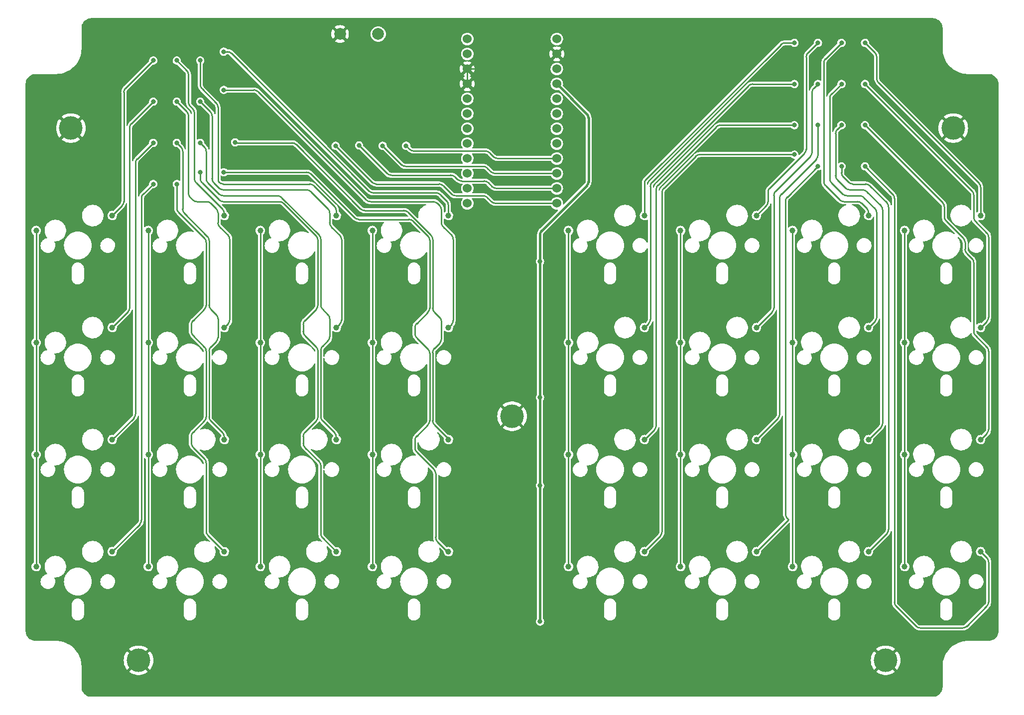
<source format=gbr>
%TF.GenerationSoftware,KiCad,Pcbnew,(6.0.1)*%
%TF.CreationDate,2022-06-19T08:49:54+09:00*%
%TF.ProjectId,yuiop32dm-main,7975696f-7033-4326-946d-2d6d61696e2e,1*%
%TF.SameCoordinates,Original*%
%TF.FileFunction,Copper,L1,Top*%
%TF.FilePolarity,Positive*%
%FSLAX46Y46*%
G04 Gerber Fmt 4.6, Leading zero omitted, Abs format (unit mm)*
G04 Created by KiCad (PCBNEW (6.0.1)) date 2022-06-19 08:49:54*
%MOMM*%
%LPD*%
G01*
G04 APERTURE LIST*
%TA.AperFunction,ComponentPad*%
%ADD10C,1.000000*%
%TD*%
%TA.AperFunction,ComponentPad*%
%ADD11C,4.000000*%
%TD*%
%TA.AperFunction,ComponentPad*%
%ADD12C,2.000000*%
%TD*%
%TA.AperFunction,ComponentPad*%
%ADD13C,1.524000*%
%TD*%
%TA.AperFunction,ViaPad*%
%ADD14C,0.800000*%
%TD*%
%TA.AperFunction,Conductor*%
%ADD15C,0.250000*%
%TD*%
%TA.AperFunction,Conductor*%
%ADD16C,0.400000*%
%TD*%
G04 APERTURE END LIST*
D10*
%TO.P,KSW14,1,1*%
%TO.N,/COL2*%
X197683750Y-125560000D03*
%TO.P,KSW14,2,2*%
%TO.N,Net-(D14-Pad2)*%
X210610750Y-123020000D03*
%TD*%
%TO.P,KSW8,1,1*%
%TO.N,/COL4*%
X159583750Y-87460000D03*
%TO.P,KSW8,2,2*%
%TO.N,Net-(D8-Pad2)*%
X172510750Y-84920000D03*
%TD*%
D11*
%TO.P,H4,1,1*%
%TO.N,GND*%
X213500000Y-141500000D03*
%TD*%
D10*
%TO.P,KSW9,1,1*%
%TO.N,/COL1*%
X216733750Y-106510000D03*
%TO.P,KSW9,2,2*%
%TO.N,Net-(D9-Pad2)*%
X229660750Y-103970000D03*
%TD*%
%TO.P,KSW5,1,1*%
%TO.N,/COL1*%
X216733750Y-87460000D03*
%TO.P,KSW5,2,2*%
%TO.N,Net-(D5-Pad2)*%
X229660750Y-84920000D03*
%TD*%
D12*
%TO.P,RSW1,1,1*%
%TO.N,/RESET*%
X127250000Y-35000000D03*
%TO.P,RSW1,2,2*%
%TO.N,GND*%
X120750000Y-35000000D03*
%TD*%
D10*
%TO.P,KSW3,1,1*%
%TO.N,/COL3*%
X178633750Y-68410000D03*
%TO.P,KSW3,2,2*%
%TO.N,Net-(D3-Pad2)*%
X191560750Y-65870000D03*
%TD*%
%TO.P,KSW26,1,1*%
%TO.N,/COL2B*%
X107196250Y-106510000D03*
%TO.P,KSW26,2,2*%
%TO.N,Net-(D26-Pad1)*%
X120123250Y-103970000D03*
%TD*%
%TO.P,KSW24,1,1*%
%TO.N,/COL4B*%
X69096250Y-87460000D03*
%TO.P,KSW24,2,2*%
%TO.N,Net-(D24-Pad1)*%
X82023250Y-84920000D03*
%TD*%
%TO.P,KSW15,1,1*%
%TO.N,/COL3*%
X178633750Y-125560000D03*
%TO.P,KSW15,2,2*%
%TO.N,Net-(D15-Pad2)*%
X191560750Y-123020000D03*
%TD*%
%TO.P,KSW29,1,1*%
%TO.N,/COL1B*%
X126246250Y-125560000D03*
%TO.P,KSW29,2,2*%
%TO.N,Net-(D29-Pad1)*%
X139173250Y-123020000D03*
%TD*%
%TO.P,KSW23,1,1*%
%TO.N,/COL3B*%
X88146250Y-87460000D03*
%TO.P,KSW23,2,2*%
%TO.N,Net-(D23-Pad1)*%
X101073250Y-84920000D03*
%TD*%
%TO.P,KSW21,1,1*%
%TO.N,/COL1B*%
X126246250Y-87460000D03*
%TO.P,KSW21,2,2*%
%TO.N,Net-(D21-Pad1)*%
X139173250Y-84920000D03*
%TD*%
%TO.P,KSW19,1,1*%
%TO.N,/COL3B*%
X88146250Y-68410000D03*
%TO.P,KSW19,2,2*%
%TO.N,Net-(D19-Pad1)*%
X101073250Y-65870000D03*
%TD*%
%TO.P,KSW30,1,1*%
%TO.N,/COL2B*%
X107196250Y-125560000D03*
%TO.P,KSW30,2,2*%
%TO.N,Net-(D30-Pad1)*%
X120123250Y-123020000D03*
%TD*%
%TO.P,KSW20,1,1*%
%TO.N,/COL4B*%
X69096250Y-68410000D03*
%TO.P,KSW20,2,2*%
%TO.N,Net-(D20-Pad1)*%
X82023250Y-65870000D03*
%TD*%
%TO.P,KSW10,1,1*%
%TO.N,/COL2*%
X197683750Y-106510000D03*
%TO.P,KSW10,2,2*%
%TO.N,Net-(D10-Pad2)*%
X210610750Y-103970000D03*
%TD*%
%TO.P,KSW7,1,1*%
%TO.N,/COL3*%
X178633750Y-87460000D03*
%TO.P,KSW7,2,2*%
%TO.N,Net-(D7-Pad2)*%
X191560750Y-84920000D03*
%TD*%
%TO.P,KSW13,1,1*%
%TO.N,/COL1*%
X216733750Y-125560000D03*
%TO.P,KSW13,2,2*%
%TO.N,Net-(D13-Pad2)*%
X229660750Y-123020000D03*
%TD*%
%TO.P,KSW18,1,1*%
%TO.N,/COL2B*%
X107196250Y-68410000D03*
%TO.P,KSW18,2,2*%
%TO.N,Net-(D18-Pad1)*%
X120123250Y-65870000D03*
%TD*%
%TO.P,KSW1,1,1*%
%TO.N,/COL1*%
X216733750Y-68410000D03*
%TO.P,KSW1,2,2*%
%TO.N,Net-(D1-Pad2)*%
X229660750Y-65870000D03*
%TD*%
D11*
%TO.P,H1,1,1*%
%TO.N,GND*%
X75000000Y-51000000D03*
%TD*%
D10*
%TO.P,KSW4,1,1*%
%TO.N,/COL4*%
X159583750Y-68410000D03*
%TO.P,KSW4,2,2*%
%TO.N,Net-(D4-Pad2)*%
X172510750Y-65870000D03*
%TD*%
%TO.P,KSW32,1,1*%
%TO.N,/COL4B*%
X69096250Y-125560000D03*
%TO.P,KSW32,2,2*%
%TO.N,Net-(D32-Pad1)*%
X82023250Y-123020000D03*
%TD*%
%TO.P,KSW31,1,1*%
%TO.N,/COL3B*%
X88146250Y-125560000D03*
%TO.P,KSW31,2,2*%
%TO.N,Net-(D31-Pad1)*%
X101073250Y-123020000D03*
%TD*%
%TO.P,KSW11,1,1*%
%TO.N,/COL3*%
X178633750Y-106510000D03*
%TO.P,KSW11,2,2*%
%TO.N,Net-(D11-Pad2)*%
X191560750Y-103970000D03*
%TD*%
D11*
%TO.P,H3,1,1*%
%TO.N,GND*%
X86500000Y-141500000D03*
%TD*%
D10*
%TO.P,KSW2,1,1*%
%TO.N,/COL2*%
X197683750Y-68410000D03*
%TO.P,KSW2,2,2*%
%TO.N,Net-(D2-Pad2)*%
X210610750Y-65870000D03*
%TD*%
%TO.P,KSW25,1,1*%
%TO.N,/COL1B*%
X126246250Y-106510000D03*
%TO.P,KSW25,2,2*%
%TO.N,Net-(D25-Pad1)*%
X139173250Y-103970000D03*
%TD*%
%TO.P,KSW27,1,1*%
%TO.N,/COL3B*%
X88146250Y-106510000D03*
%TO.P,KSW27,2,2*%
%TO.N,Net-(D27-Pad1)*%
X101073250Y-103970000D03*
%TD*%
D11*
%TO.P,H5,1,1*%
%TO.N,GND*%
X150000000Y-100000000D03*
%TD*%
D10*
%TO.P,KSW28,1,1*%
%TO.N,/COL4B*%
X69096250Y-106510000D03*
%TO.P,KSW28,2,2*%
%TO.N,Net-(D28-Pad1)*%
X82023250Y-103970000D03*
%TD*%
%TO.P,KSW12,1,1*%
%TO.N,/COL4*%
X159583750Y-106510000D03*
%TO.P,KSW12,2,2*%
%TO.N,Net-(D12-Pad2)*%
X172510750Y-103970000D03*
%TD*%
D11*
%TO.P,H2,1,1*%
%TO.N,GND*%
X225000000Y-51000000D03*
%TD*%
D10*
%TO.P,KSW22,1,1*%
%TO.N,/COL2B*%
X107196250Y-87460000D03*
%TO.P,KSW22,2,2*%
%TO.N,Net-(D22-Pad1)*%
X120123250Y-84920000D03*
%TD*%
%TO.P,KSW16,1,1*%
%TO.N,/COL4*%
X159583750Y-125560000D03*
%TO.P,KSW16,2,2*%
%TO.N,Net-(D16-Pad2)*%
X172510750Y-123020000D03*
%TD*%
%TO.P,KSW17,1,1*%
%TO.N,/COL1B*%
X126246250Y-68410000D03*
%TO.P,KSW17,2,2*%
%TO.N,Net-(D17-Pad1)*%
X139173250Y-65870000D03*
%TD*%
%TO.P,KSW6,1,1*%
%TO.N,/COL2*%
X197683750Y-87460000D03*
%TO.P,KSW6,2,2*%
%TO.N,Net-(D6-Pad2)*%
X210610750Y-84920000D03*
%TD*%
D13*
%TO.P,U1,1,TX0/D3*%
%TO.N,/LED*%
X142388600Y-35847000D03*
%TO.P,U1,2,RX1/D2*%
%TO.N,unconnected-(U1-Pad2)*%
X142388600Y-38387000D03*
%TO.P,U1,3,GND*%
%TO.N,GND*%
X142388600Y-40927000D03*
%TO.P,U1,4,GND*%
X142388600Y-43467000D03*
%TO.P,U1,5,2/D1/SDA*%
%TO.N,unconnected-(U1-Pad5)*%
X142388600Y-46007000D03*
%TO.P,U1,6,3/D0/SCL*%
%TO.N,unconnected-(U1-Pad6)*%
X142388600Y-48547000D03*
%TO.P,U1,7,4/D4*%
%TO.N,unconnected-(U1-Pad7)*%
X142388600Y-51087000D03*
%TO.P,U1,8,5/C6*%
%TO.N,unconnected-(U1-Pad8)*%
X142388600Y-53627000D03*
%TO.P,U1,9,6/D7*%
%TO.N,/ROW1*%
X142388600Y-56167000D03*
%TO.P,U1,10,7/E6*%
%TO.N,/ROW2*%
X142388600Y-58707000D03*
%TO.P,U1,11,8/B4*%
%TO.N,/ROW3*%
X142388600Y-61247000D03*
%TO.P,U1,12,9/B5*%
%TO.N,/ROW4*%
X142388600Y-63787000D03*
%TO.P,U1,13,B6/10*%
%TO.N,/COL4*%
X157608600Y-63787000D03*
%TO.P,U1,14,B2/16*%
%TO.N,/COL3*%
X157608600Y-61247000D03*
%TO.P,U1,15,B3/14*%
%TO.N,/COL2*%
X157608600Y-58707000D03*
%TO.P,U1,16,B1/15*%
%TO.N,/COL1*%
X157608600Y-56167000D03*
%TO.P,U1,17,F7/A0*%
%TO.N,unconnected-(U1-Pad17)*%
X157608600Y-53627000D03*
%TO.P,U1,18,F6/A1*%
%TO.N,unconnected-(U1-Pad18)*%
X157608600Y-51087000D03*
%TO.P,U1,19,F5/A2*%
%TO.N,unconnected-(U1-Pad19)*%
X157608600Y-48547000D03*
%TO.P,U1,20,F4/A3*%
%TO.N,unconnected-(U1-Pad20)*%
X157608600Y-46007000D03*
%TO.P,U1,21,VCC*%
%TO.N,VCC*%
X157608600Y-43467000D03*
%TO.P,U1,22,RST*%
%TO.N,/RESET*%
X157608600Y-40927000D03*
%TO.P,U1,23,GND*%
%TO.N,GND*%
X157608600Y-38387000D03*
%TO.P,U1,24,RAW*%
%TO.N,unconnected-(U1-Pad24)*%
X157608600Y-35847000D03*
%TD*%
D14*
%TO.N,Net-(D1-Pad2)*%
X210000000Y-36500000D03*
%TO.N,Net-(D2-Pad2)*%
X206000000Y-36500000D03*
%TO.N,Net-(D3-Pad2)*%
X202000000Y-36500000D03*
%TO.N,Net-(D4-Pad2)*%
X198000000Y-36500000D03*
%TO.N,Net-(D5-Pad2)*%
X210000000Y-43500000D03*
%TO.N,Net-(D6-Pad2)*%
X206000000Y-43500000D03*
%TO.N,Net-(D7-Pad2)*%
X202000000Y-43500000D03*
%TO.N,Net-(D8-Pad2)*%
X198000000Y-43500000D03*
%TO.N,Net-(D9-Pad2)*%
X210000000Y-50500000D03*
%TO.N,Net-(D10-Pad2)*%
X206000000Y-50500000D03*
%TO.N,Net-(D11-Pad2)*%
X202000000Y-50500000D03*
%TO.N,Net-(D12-Pad2)*%
X198000000Y-50500000D03*
%TO.N,Net-(D13-Pad2)*%
X210000000Y-57500000D03*
%TO.N,Net-(D14-Pad2)*%
X206000000Y-57500000D03*
%TO.N,Net-(D15-Pad2)*%
X202000000Y-57500000D03*
%TO.N,Net-(D16-Pad2)*%
X198000000Y-55500000D03*
%TO.N,Net-(D17-Pad1)*%
X101000000Y-38000000D03*
%TO.N,Net-(D18-Pad1)*%
X97000000Y-39500000D03*
%TO.N,Net-(D19-Pad1)*%
X93000000Y-39500000D03*
%TO.N,Net-(D20-Pad1)*%
X89000000Y-39500000D03*
%TO.N,Net-(D21-Pad1)*%
X101000000Y-44500000D03*
%TO.N,Net-(D22-Pad1)*%
X97000000Y-46500000D03*
%TO.N,Net-(D23-Pad1)*%
X93000000Y-46500000D03*
%TO.N,Net-(D24-Pad1)*%
X89000000Y-46500000D03*
%TO.N,Net-(D25-Pad1)*%
X102912701Y-53412701D03*
%TO.N,Net-(D26-Pad1)*%
X97000000Y-53500000D03*
%TO.N,Net-(D27-Pad1)*%
X93000000Y-53500000D03*
%TO.N,Net-(D28-Pad1)*%
X89000000Y-53500000D03*
%TO.N,Net-(D29-Pad1)*%
X101000000Y-58500000D03*
%TO.N,Net-(D30-Pad1)*%
X97000000Y-58500000D03*
%TO.N,Net-(D31-Pad1)*%
X93000000Y-60500000D03*
%TO.N,Net-(D32-Pad1)*%
X89000000Y-60500000D03*
%TO.N,/COL1*%
X132000000Y-54000000D03*
%TO.N,/COL2*%
X128000000Y-54000000D03*
%TO.N,/COL3*%
X124000000Y-53941060D03*
%TO.N,/COL4*%
X120000000Y-54000000D03*
%TO.N,VCC*%
X154762500Y-111800000D03*
X154762500Y-73687980D03*
X154762500Y-134900000D03*
X154762500Y-96800000D03*
%TD*%
D15*
%TO.N,Net-(D1-Pad2)*%
X229660750Y-65870000D02*
X229660750Y-61074964D01*
X229367857Y-60367857D02*
X212292893Y-43292893D01*
X212000000Y-42585786D02*
X212000000Y-38914214D01*
X211707107Y-38207107D02*
X210000000Y-36500000D01*
X229367857Y-60367857D02*
G75*
G02*
X229660750Y-61074964I-707106J-707106D01*
G01*
X212000001Y-42585786D02*
G75*
G03*
X212292894Y-43292892I999993J-3D01*
G01*
X211707107Y-38207107D02*
G75*
G02*
X212000000Y-38914214I-707106J-707106D01*
G01*
%TO.N,Net-(D2-Pad2)*%
X203000000Y-60085786D02*
X203000000Y-39914214D01*
X210610750Y-65870000D02*
X210610750Y-65404589D01*
X205707107Y-63207107D02*
X203292893Y-60792893D01*
X210317857Y-64697482D02*
X209413268Y-63792893D01*
X203292893Y-39207107D02*
X206000000Y-36500000D01*
X208706161Y-63500000D02*
X206414214Y-63500000D01*
X208706161Y-63500001D02*
G75*
G02*
X209413267Y-63792894I3J-999993D01*
G01*
X206414214Y-63499999D02*
G75*
G02*
X205707108Y-63207106I-3J999993D01*
G01*
X203000001Y-39914214D02*
G75*
G02*
X203292894Y-39207108I999993J3D01*
G01*
X203000001Y-60085786D02*
G75*
G03*
X203292894Y-60792892I999993J-3D01*
G01*
X210610749Y-65404589D02*
G75*
G03*
X210317856Y-64697483I-999993J3D01*
G01*
%TO.N,Net-(D3-Pad2)*%
X200000000Y-54585786D02*
X200000000Y-38914214D01*
X193500000Y-63516536D02*
X193500000Y-61914214D01*
X191560750Y-65870000D02*
X193207107Y-64223643D01*
X200292893Y-38207107D02*
X202000000Y-36500000D01*
X193792893Y-61207107D02*
X199707107Y-55292893D01*
X193792893Y-61207107D02*
G75*
G03*
X193500000Y-61914214I707106J-707106D01*
G01*
X200292893Y-38207107D02*
G75*
G03*
X200000000Y-38914214I707106J-707106D01*
G01*
X199707107Y-55292893D02*
G75*
G03*
X200000000Y-54585786I-707106J707106D01*
G01*
X193207107Y-64223643D02*
G75*
G03*
X193500000Y-63516536I-707106J707106D01*
G01*
%TO.N,Net-(D4-Pad2)*%
X198000000Y-36500000D02*
X196414214Y-36500000D01*
X172510750Y-60403464D02*
X172510750Y-65870000D01*
X195707107Y-36792893D02*
X172803643Y-59696357D01*
X195707107Y-36792893D02*
G75*
G02*
X196414214Y-36500000I707106J-707106D01*
G01*
X172510751Y-60403464D02*
G75*
G02*
X172803644Y-59696358I999993J3D01*
G01*
%TO.N,Net-(D5-Pad2)*%
X230707107Y-83873643D02*
X229660750Y-84920000D01*
X228792893Y-66881940D02*
X230707107Y-68796154D01*
X231000000Y-69503261D02*
X231000000Y-83166536D01*
X228500000Y-62414214D02*
X228500000Y-66174833D01*
X210000000Y-43500000D02*
X228207107Y-61707107D01*
X228500001Y-66174833D02*
G75*
G03*
X228792894Y-66881939I999993J-3D01*
G01*
X230999999Y-69503261D02*
G75*
G03*
X230707106Y-68796155I-999993J3D01*
G01*
X230707107Y-83873643D02*
G75*
G03*
X231000000Y-83166536I-707106J707106D01*
G01*
X228499999Y-62414214D02*
G75*
G03*
X228207106Y-61707108I-999993J3D01*
G01*
%TO.N,Net-(D6-Pad2)*%
X206207107Y-62207107D02*
X204292893Y-60292893D01*
X211707107Y-64707107D02*
X209792893Y-62792893D01*
X204292893Y-45207107D02*
X206000000Y-43500000D01*
X204000000Y-59585786D02*
X204000000Y-45914214D01*
X209085786Y-62500000D02*
X206914214Y-62500000D01*
X210610750Y-84920000D02*
X211707107Y-83823643D01*
X212000000Y-83116536D02*
X212000000Y-65414214D01*
X204000001Y-45914214D02*
G75*
G02*
X204292894Y-45207108I999993J3D01*
G01*
X204292893Y-60292893D02*
G75*
G02*
X204000000Y-59585786I707106J707106D01*
G01*
X206207107Y-62207107D02*
G75*
G03*
X206914214Y-62500000I707106J707106D01*
G01*
X211707107Y-64707107D02*
G75*
G02*
X212000000Y-65414214I-707106J-707106D01*
G01*
X211707107Y-83823643D02*
G75*
G03*
X212000000Y-83116536I-707106J707106D01*
G01*
X209085786Y-62500001D02*
G75*
G02*
X209792892Y-62792894I3J-999993D01*
G01*
%TO.N,Net-(D7-Pad2)*%
X201000000Y-55098093D02*
X201000000Y-44914214D01*
X201292893Y-44207107D02*
X202000000Y-43500000D01*
X194792893Y-61719414D02*
X200707107Y-55805200D01*
X194500000Y-81566536D02*
X194500000Y-62426521D01*
X191560750Y-84920000D02*
X194207107Y-82273643D01*
X200999999Y-55098093D02*
G75*
G02*
X200707106Y-55805199I-999993J-3D01*
G01*
X201000001Y-44914214D02*
G75*
G02*
X201292894Y-44207108I999993J3D01*
G01*
X194500001Y-62426521D02*
G75*
G02*
X194792894Y-61719415I999993J3D01*
G01*
X194499999Y-81566536D02*
G75*
G02*
X194207106Y-82273642I-999993J-3D01*
G01*
%TO.N,Net-(D8-Pad2)*%
X173207107Y-84223643D02*
X172510750Y-84920000D01*
X198000000Y-43500000D02*
X190914214Y-43500000D01*
X173500000Y-60914214D02*
X173500000Y-83516536D01*
X190207107Y-43792893D02*
X173792893Y-60207107D01*
X173500001Y-60914214D02*
G75*
G02*
X173792894Y-60207108I999993J3D01*
G01*
X190914214Y-43500001D02*
G75*
G03*
X190207108Y-43792894I-3J-999993D01*
G01*
X173499999Y-83516536D02*
G75*
G02*
X173207106Y-84223642I-999993J-3D01*
G01*
%TO.N,Net-(D9-Pad2)*%
X223500000Y-64414214D02*
X223500000Y-66085786D01*
X223792893Y-66792893D02*
X226707107Y-69707107D01*
X231000000Y-88914214D02*
X231000000Y-102216536D01*
X227292893Y-72292893D02*
X228207107Y-73207107D01*
X230707107Y-102923643D02*
X229660750Y-103970000D01*
X228792893Y-86292893D02*
X230707107Y-88207107D01*
X210000000Y-50500000D02*
X223207107Y-63707107D01*
X227000000Y-70414214D02*
X227000000Y-71585786D01*
X228500000Y-73914214D02*
X228500000Y-85585786D01*
X227000001Y-71585786D02*
G75*
G03*
X227292894Y-72292892I999993J-3D01*
G01*
X226999999Y-70414214D02*
G75*
G03*
X226707106Y-69707108I-999993J3D01*
G01*
X228792893Y-86292893D02*
G75*
G02*
X228500000Y-85585786I707106J707106D01*
G01*
X230999999Y-102216536D02*
G75*
G02*
X230707106Y-102923642I-999993J-3D01*
G01*
X223500001Y-66085786D02*
G75*
G03*
X223792894Y-66792892I999993J-3D01*
G01*
X223207107Y-63707107D02*
G75*
G02*
X223500000Y-64414214I-707106J-707106D01*
G01*
X228499999Y-73914214D02*
G75*
G03*
X228207106Y-73207108I-999993J3D01*
G01*
X230707107Y-88207107D02*
G75*
G02*
X231000000Y-88914214I-707106J-707106D01*
G01*
%TO.N,Net-(D10-Pad2)*%
X205292893Y-51207107D02*
X206000000Y-50500000D01*
X212707107Y-64207107D02*
X210292893Y-61792893D01*
X208500000Y-61500000D02*
X207414214Y-61500000D01*
X206707107Y-61207107D02*
X205292893Y-59792893D01*
X210610750Y-103970000D02*
X212707107Y-101873643D01*
X205000000Y-59085786D02*
X205000000Y-51914214D01*
X213000000Y-101166536D02*
X213000000Y-64914214D01*
X209585786Y-61500000D02*
X208500000Y-61500000D01*
X212707107Y-101873643D02*
G75*
G03*
X213000000Y-101166536I-707106J707106D01*
G01*
X212707107Y-64207107D02*
G75*
G02*
X213000000Y-64914214I-707106J-707106D01*
G01*
X205000001Y-59085786D02*
G75*
G03*
X205292894Y-59792892I999993J-3D01*
G01*
X210292893Y-61792893D02*
G75*
G03*
X209585786Y-61500000I-707106J-707106D01*
G01*
X206707107Y-61207107D02*
G75*
G03*
X207414214Y-61500000I707106J707106D01*
G01*
X205292893Y-51207107D02*
G75*
G03*
X205000000Y-51914214I707106J-707106D01*
G01*
%TO.N,Net-(D11-Pad2)*%
X195500000Y-62914214D02*
X195500000Y-99616536D01*
X201707107Y-56292893D02*
X195792893Y-62207107D01*
X202000000Y-50500000D02*
X202000000Y-55585786D01*
X195207107Y-100323643D02*
X191560750Y-103970000D01*
X195207107Y-100323643D02*
G75*
G03*
X195500000Y-99616536I-707106J707106D01*
G01*
X201999999Y-55585786D02*
G75*
G02*
X201707106Y-56292892I-999993J-3D01*
G01*
X195500001Y-62914214D02*
G75*
G02*
X195792894Y-62207108I999993J3D01*
G01*
%TO.N,Net-(D12-Pad2)*%
X174500000Y-61414214D02*
X174500000Y-101566536D01*
X198000000Y-50500000D02*
X185414214Y-50500000D01*
X174207107Y-102273643D02*
X172510750Y-103970000D01*
X184707107Y-50792893D02*
X174792893Y-60707107D01*
X174792893Y-60707107D02*
G75*
G03*
X174500000Y-61414214I707106J-707106D01*
G01*
X184707107Y-50792893D02*
G75*
G02*
X185414214Y-50500000I707106J-707106D01*
G01*
X174207107Y-102273643D02*
G75*
G03*
X174500000Y-101566536I-707106J707106D01*
G01*
%TO.N,Net-(D13-Pad2)*%
X227292893Y-135707107D02*
X230707107Y-132292893D01*
X231000000Y-131585786D02*
X231000000Y-124773464D01*
X230707107Y-124066357D02*
X229660750Y-123020000D01*
X210000000Y-57500000D02*
X214707107Y-62207107D01*
X215292893Y-132292893D02*
X218707107Y-135707107D01*
X219414214Y-136000000D02*
X226585786Y-136000000D01*
X215000000Y-62914214D02*
X215000000Y-131585786D01*
X219414214Y-135999999D02*
G75*
G02*
X218707108Y-135707106I-3J999993D01*
G01*
X230707107Y-124066357D02*
G75*
G02*
X231000000Y-124773464I-707106J-707106D01*
G01*
X215292893Y-132292893D02*
G75*
G02*
X215000000Y-131585786I707106J707106D01*
G01*
X230707107Y-132292893D02*
G75*
G03*
X231000000Y-131585786I-707106J707106D01*
G01*
X227292893Y-135707107D02*
G75*
G02*
X226585786Y-136000000I-707106J707106D01*
G01*
X214707107Y-62207107D02*
G75*
G02*
X215000000Y-62914214I-707106J-707106D01*
G01*
%TO.N,Net-(D14-Pad2)*%
X206000000Y-58585786D02*
X206000000Y-57500000D01*
X214000000Y-119216536D02*
X214000000Y-64414214D01*
X210085786Y-60500000D02*
X207914214Y-60500000D01*
X207207107Y-60207107D02*
X206292893Y-59292893D01*
X210610750Y-123020000D02*
X213707107Y-119923643D01*
X213707107Y-63707107D02*
X210792893Y-60792893D01*
X207914214Y-60499999D02*
G75*
G02*
X207207108Y-60207106I-3J999993D01*
G01*
X206000001Y-58585786D02*
G75*
G03*
X206292894Y-59292892I999993J-3D01*
G01*
X210085786Y-60500001D02*
G75*
G02*
X210792892Y-60792894I3J-999993D01*
G01*
X213999999Y-64414214D02*
G75*
G03*
X213707106Y-63707108I-999993J3D01*
G01*
X213707107Y-119923643D02*
G75*
G03*
X214000000Y-119216536I-707106J707106D01*
G01*
%TO.N,Net-(D15-Pad2)*%
X197000000Y-117580750D02*
X191560750Y-123020000D01*
X202000000Y-57500000D02*
X196792893Y-62707107D01*
X196500000Y-63414214D02*
X196500000Y-116666536D01*
X196792893Y-117373643D02*
X197000000Y-117580750D01*
X196792893Y-117373643D02*
G75*
G02*
X196500000Y-116666536I707106J707106D01*
G01*
X196792893Y-62707107D02*
G75*
G03*
X196500000Y-63414214I707106J-707106D01*
G01*
%TO.N,Net-(D16-Pad2)*%
X175207107Y-120323643D02*
X172510750Y-123020000D01*
X198000000Y-55500000D02*
X181914214Y-55500000D01*
X181207107Y-55792893D02*
X175792893Y-61207107D01*
X175500000Y-61914214D02*
X175500000Y-119616536D01*
X175500001Y-61914214D02*
G75*
G02*
X175792894Y-61207108I999993J3D01*
G01*
X181914214Y-55500001D02*
G75*
G03*
X181207108Y-55792894I-3J-999993D01*
G01*
X175207107Y-120323643D02*
G75*
G03*
X175500000Y-119616536I-707106J707106D01*
G01*
%TO.N,Net-(D17-Pad1)*%
X139173250Y-65870000D02*
X139173250Y-64087464D01*
X101585786Y-38000000D02*
X101000000Y-38000000D01*
X138880357Y-63380357D02*
X137792893Y-62292893D01*
X125707107Y-61707107D02*
X102292893Y-38292893D01*
X137085786Y-62000000D02*
X126414214Y-62000000D01*
X125707107Y-61707107D02*
G75*
G03*
X126414214Y-62000000I707106J707106D01*
G01*
X139173249Y-64087464D02*
G75*
G03*
X138880356Y-63380358I-999993J3D01*
G01*
X137085786Y-62000001D02*
G75*
G02*
X137792892Y-62292894I3J-999993D01*
G01*
X102292893Y-38292893D02*
G75*
G03*
X101585786Y-38000000I-707106J-707106D01*
G01*
%TO.N,Net-(D18-Pad1)*%
X115585786Y-60500000D02*
X100914214Y-60500000D01*
X120123250Y-65870000D02*
X120123250Y-65037464D01*
X99707107Y-46707107D02*
X97292893Y-44292893D01*
X100000000Y-60000000D02*
X100000000Y-47414214D01*
X100207107Y-60207107D02*
X100000000Y-60000000D01*
X97000000Y-43585786D02*
X97000000Y-39500000D01*
X119830357Y-64330357D02*
X116292893Y-60792893D01*
X119830357Y-64330357D02*
G75*
G02*
X120123250Y-65037464I-707106J-707106D01*
G01*
X97000001Y-43585786D02*
G75*
G03*
X97292894Y-44292892I999993J-3D01*
G01*
X116292893Y-60792893D02*
G75*
G03*
X115585786Y-60500000I-707106J-707106D01*
G01*
X99707107Y-46707107D02*
G75*
G02*
X100000000Y-47414214I-707106J-707106D01*
G01*
X100207107Y-60207107D02*
G75*
G03*
X100914214Y-60500000I707106J707106D01*
G01*
%TO.N,Net-(D19-Pad1)*%
X96000000Y-59585786D02*
X96000000Y-48414214D01*
X100780357Y-64780357D02*
X96292893Y-60292893D01*
X94707107Y-41207107D02*
X93000000Y-39500000D01*
X95000000Y-46585786D02*
X95000000Y-41914214D01*
X101073250Y-65870000D02*
X101073250Y-65487464D01*
X95707107Y-47707107D02*
X95292893Y-47292893D01*
X94707107Y-41207107D02*
G75*
G02*
X95000000Y-41914214I-707106J-707106D01*
G01*
X95707107Y-47707107D02*
G75*
G02*
X96000000Y-48414214I-707106J-707106D01*
G01*
X95292893Y-47292893D02*
G75*
G02*
X95000000Y-46585786I707106J707106D01*
G01*
X100780357Y-64780357D02*
G75*
G02*
X101073250Y-65487464I-707106J-707106D01*
G01*
X96292893Y-60292893D02*
G75*
G02*
X96000000Y-59585786I707106J707106D01*
G01*
%TO.N,Net-(D20-Pad1)*%
X84000000Y-62000000D02*
X84000000Y-44914214D01*
X82023250Y-65870000D02*
X83707107Y-64186143D01*
X84292893Y-44207107D02*
X89000000Y-39500000D01*
X84000000Y-63479036D02*
X84000000Y-62000000D01*
X84000001Y-44914214D02*
G75*
G02*
X84292894Y-44207108I999993J3D01*
G01*
X83707107Y-64186143D02*
G75*
G03*
X84000000Y-63479036I-707106J707106D01*
G01*
%TO.N,Net-(D21-Pad1)*%
X138000000Y-64914214D02*
X138000000Y-67085786D01*
X140000000Y-69914214D02*
X140000000Y-83679036D01*
X106792893Y-44792893D02*
X125207107Y-63207107D01*
X125914214Y-63500000D02*
X136585786Y-63500000D01*
X139707107Y-84386143D02*
X139173250Y-84920000D01*
X138292893Y-67792893D02*
X139707107Y-69207107D01*
X137292893Y-63792893D02*
X137707107Y-64207107D01*
X101000000Y-44500000D02*
X106085786Y-44500000D01*
X106085786Y-44500001D02*
G75*
G02*
X106792892Y-44792894I3J-999993D01*
G01*
X138292893Y-67792893D02*
G75*
G02*
X138000000Y-67085786I707106J707106D01*
G01*
X139707107Y-69207107D02*
G75*
G02*
X140000000Y-69914214I-707106J-707106D01*
G01*
X137292893Y-63792893D02*
G75*
G03*
X136585786Y-63500000I-707106J-707106D01*
G01*
X125207107Y-63207107D02*
G75*
G03*
X125914214Y-63500000I707106J707106D01*
G01*
X137707107Y-64207107D02*
G75*
G02*
X138000000Y-64914214I-707106J-707106D01*
G01*
X139707107Y-84386143D02*
G75*
G03*
X140000000Y-83679036I-707106J707106D01*
G01*
%TO.N,Net-(D22-Pad1)*%
X115792893Y-61792893D02*
X118707107Y-64707107D01*
X100914214Y-61500000D02*
X115085786Y-61500000D01*
X99292893Y-60292893D02*
X100207107Y-61207107D01*
X119000000Y-65414214D02*
X119000000Y-67085786D01*
X97000000Y-46500000D02*
X98707107Y-48207107D01*
X99000000Y-48914214D02*
X99000000Y-59585786D01*
X120707107Y-84336143D02*
X120123250Y-84920000D01*
X119292893Y-67792893D02*
X120707107Y-69207107D01*
X121000000Y-69914214D02*
X121000000Y-83629036D01*
X99292893Y-60292893D02*
G75*
G02*
X99000000Y-59585786I707106J707106D01*
G01*
X119292893Y-67792893D02*
G75*
G02*
X119000000Y-67085786I707106J707106D01*
G01*
X115792893Y-61792893D02*
G75*
G03*
X115085786Y-61500000I-707106J-707106D01*
G01*
X98707107Y-48207107D02*
G75*
G02*
X99000000Y-48914214I-707106J-707106D01*
G01*
X118707107Y-64707107D02*
G75*
G02*
X119000000Y-65414214I-707106J-707106D01*
G01*
X100914214Y-61499999D02*
G75*
G02*
X100207108Y-61207106I-3J999993D01*
G01*
X120707107Y-84336143D02*
G75*
G03*
X121000000Y-83629036I-707106J707106D01*
G01*
X120707107Y-69207107D02*
G75*
G02*
X121000000Y-69914214I-707106J-707106D01*
G01*
%TO.N,Net-(D23-Pad1)*%
X100000000Y-65414214D02*
X100000000Y-67085786D01*
X95000000Y-48914214D02*
X95000000Y-62085786D01*
X102000000Y-69914214D02*
X102000000Y-83579036D01*
X101707107Y-84286143D02*
X101073250Y-84920000D01*
X93000000Y-46500000D02*
X94707107Y-48207107D01*
X95292893Y-62792893D02*
X95707107Y-63207107D01*
X96414214Y-63500000D02*
X98085786Y-63500000D01*
X98792893Y-63792893D02*
X99707107Y-64707107D01*
X100292893Y-67792893D02*
X101707107Y-69207107D01*
X94999999Y-48914214D02*
G75*
G03*
X94707106Y-48207108I-999993J3D01*
G01*
X95000001Y-62085786D02*
G75*
G03*
X95292894Y-62792892I999993J-3D01*
G01*
X99707107Y-64707107D02*
G75*
G02*
X100000000Y-65414214I-707106J-707106D01*
G01*
X98792893Y-63792893D02*
G75*
G03*
X98085786Y-63500000I-707106J-707106D01*
G01*
X101707107Y-84286143D02*
G75*
G03*
X102000000Y-83579036I-707106J707106D01*
G01*
X96414214Y-63499999D02*
G75*
G02*
X95707108Y-63207106I-3J999993D01*
G01*
X100292893Y-67792893D02*
G75*
G02*
X100000000Y-67085786I707106J707106D01*
G01*
X101707107Y-69207107D02*
G75*
G02*
X102000000Y-69914214I-707106J-707106D01*
G01*
%TO.N,Net-(D24-Pad1)*%
X85292893Y-50207107D02*
X89000000Y-46500000D01*
X85000000Y-81529036D02*
X85000000Y-78000000D01*
X85000000Y-78000000D02*
X85000000Y-50914214D01*
X82023250Y-84920000D02*
X84707107Y-82236143D01*
X85292893Y-50207107D02*
G75*
G03*
X85000000Y-50914214I707106J-707106D01*
G01*
X84999999Y-81529036D02*
G75*
G02*
X84707106Y-82236142I-999993J-3D01*
G01*
%TO.N,Net-(D25-Pad1)*%
X132292893Y-65292893D02*
X136207107Y-69207107D01*
X136500000Y-89164214D02*
X136500000Y-100734161D01*
X137707107Y-87542893D02*
X136792893Y-88457107D01*
X136500000Y-69914214D02*
X136500000Y-81585786D01*
X138000000Y-83914214D02*
X138000000Y-86835786D01*
X139173250Y-103821625D02*
X139173250Y-103970000D01*
X102912701Y-53412701D02*
X103000000Y-53500000D01*
X136792893Y-82292893D02*
X137707107Y-83207107D01*
X103000000Y-53500000D02*
X112585786Y-53500000D01*
X113292893Y-53792893D02*
X124207107Y-64707107D01*
X124914214Y-65000000D02*
X131585786Y-65000000D01*
X136792893Y-101441268D02*
X139173250Y-103821625D01*
X136792893Y-88457107D02*
G75*
G03*
X136500000Y-89164214I707106J-707106D01*
G01*
X113292893Y-53792893D02*
G75*
G03*
X112585786Y-53500000I-707106J-707106D01*
G01*
X132292893Y-65292893D02*
G75*
G03*
X131585786Y-65000000I-707106J-707106D01*
G01*
X136500001Y-81585786D02*
G75*
G03*
X136792894Y-82292892I999993J-3D01*
G01*
X136500001Y-100734161D02*
G75*
G03*
X136792894Y-101441267I999993J-3D01*
G01*
X136499999Y-69914214D02*
G75*
G03*
X136207106Y-69207108I-999993J3D01*
G01*
X137999999Y-83914214D02*
G75*
G03*
X137707106Y-83207108I-999993J3D01*
G01*
X137999999Y-86835786D02*
G75*
G02*
X137707106Y-87542892I-999993J-3D01*
G01*
X124207107Y-64707107D02*
G75*
G03*
X124914214Y-65000000I707106J707106D01*
G01*
%TO.N,Net-(D26-Pad1)*%
X110792893Y-62792893D02*
X117207107Y-69207107D01*
X120123250Y-103537464D02*
X120123250Y-103970000D01*
X98292893Y-60292893D02*
X100207107Y-62207107D01*
X117792893Y-100792893D02*
X119830357Y-102830357D01*
X118707107Y-87164916D02*
X117792893Y-88079130D01*
X98000000Y-54914214D02*
X98000000Y-59585786D01*
X97000000Y-53500000D02*
X97707107Y-54207107D01*
X117500000Y-88786237D02*
X117500000Y-100085786D01*
X117792893Y-81792893D02*
X118707107Y-82707107D01*
X119000000Y-83414214D02*
X119000000Y-86457809D01*
X117500000Y-69914214D02*
X117500000Y-81085786D01*
X100914214Y-62500000D02*
X110085786Y-62500000D01*
X100914214Y-62499999D02*
G75*
G02*
X100207108Y-62207106I-3J999993D01*
G01*
X117500001Y-100085786D02*
G75*
G03*
X117792894Y-100792892I999993J-3D01*
G01*
X117499999Y-69914214D02*
G75*
G03*
X117207106Y-69207108I-999993J3D01*
G01*
X98000001Y-59585786D02*
G75*
G03*
X98292894Y-60292892I999993J-3D01*
G01*
X110085786Y-62500001D02*
G75*
G02*
X110792892Y-62792894I3J-999993D01*
G01*
X117792893Y-81792893D02*
G75*
G02*
X117500000Y-81085786I707106J707106D01*
G01*
X97707107Y-54207107D02*
G75*
G02*
X98000000Y-54914214I-707106J-707106D01*
G01*
X119830357Y-102830357D02*
G75*
G02*
X120123250Y-103537464I-707106J-707106D01*
G01*
X118707107Y-82707107D02*
G75*
G02*
X119000000Y-83414214I-707106J-707106D01*
G01*
X118999999Y-86457809D02*
G75*
G02*
X118707106Y-87164915I-999993J-3D01*
G01*
X117500001Y-88786237D02*
G75*
G02*
X117792894Y-88079131I999993J3D01*
G01*
%TO.N,Net-(D27-Pad1)*%
X98792893Y-100792893D02*
X100780357Y-102780357D01*
X94292893Y-65475034D02*
X98207107Y-69389248D01*
X99707107Y-87292893D02*
X98792893Y-88207107D01*
X101073250Y-103487464D02*
X101073250Y-103970000D01*
X98500000Y-70096355D02*
X98500000Y-81085786D01*
X93000000Y-53500000D02*
X93707107Y-54207107D01*
X98500000Y-88914214D02*
X98500000Y-100085786D01*
X100000000Y-83414214D02*
X100000000Y-86585786D01*
X98792893Y-81792893D02*
X99707107Y-82707107D01*
X94000000Y-54914214D02*
X94000000Y-64767927D01*
X98500001Y-88914214D02*
G75*
G02*
X98792894Y-88207108I999993J3D01*
G01*
X98499999Y-70096355D02*
G75*
G03*
X98207106Y-69389249I-999993J3D01*
G01*
X100780357Y-102780357D02*
G75*
G02*
X101073250Y-103487464I-707106J-707106D01*
G01*
X94000001Y-64767927D02*
G75*
G03*
X94292894Y-65475033I999993J-3D01*
G01*
X99707107Y-82707107D02*
G75*
G02*
X100000000Y-83414214I-707106J-707106D01*
G01*
X98500001Y-100085786D02*
G75*
G03*
X98792894Y-100792892I999993J-3D01*
G01*
X98792893Y-81792893D02*
G75*
G02*
X98500000Y-81085786I707106J707106D01*
G01*
X99999999Y-86585786D02*
G75*
G02*
X99707106Y-87292892I-999993J-3D01*
G01*
X93999999Y-54914214D02*
G75*
G03*
X93707106Y-54207108I-999993J3D01*
G01*
%TO.N,Net-(D28-Pad1)*%
X82023250Y-103970000D02*
X82030000Y-103970000D01*
X86292893Y-56207107D02*
X89000000Y-53500000D01*
X82030000Y-103970000D02*
X85707107Y-100292893D01*
X86000000Y-99585786D02*
X86000000Y-56914214D01*
X85707107Y-100292893D02*
G75*
G03*
X86000000Y-99585786I-707106J707106D01*
G01*
X86000001Y-56914214D02*
G75*
G02*
X86292894Y-56207108I999993J3D01*
G01*
%TO.N,Net-(D29-Pad1)*%
X135707107Y-69342825D02*
X133167654Y-66803372D01*
X133500000Y-85955765D02*
X133500000Y-84914214D01*
X139020000Y-123020000D02*
X137292893Y-121292893D01*
X115085786Y-58500000D02*
X101000000Y-58500000D01*
X136000000Y-100740707D02*
X136000000Y-89284193D01*
X139173250Y-123020000D02*
X139020000Y-123020000D01*
X137000000Y-120585786D02*
X137000000Y-109704172D01*
X133792893Y-84207107D02*
X135707107Y-82292893D01*
X136707107Y-108997065D02*
X133792893Y-106082851D01*
X133500000Y-105375744D02*
X133500000Y-104069135D01*
X135707107Y-88577086D02*
X133792893Y-86662872D01*
X136000000Y-81585786D02*
X136000000Y-70049932D01*
X133792893Y-103362028D02*
X135707107Y-101447814D01*
X123217586Y-66217586D02*
X115792893Y-58792893D01*
X132460547Y-66510479D02*
X123924693Y-66510479D01*
X133792893Y-103362028D02*
G75*
G03*
X133500000Y-104069135I707106J-707106D01*
G01*
X135999999Y-100740707D02*
G75*
G02*
X135707106Y-101447813I-999993J-3D01*
G01*
X135707107Y-88577086D02*
G75*
G02*
X136000000Y-89284193I-707106J-707106D01*
G01*
X135999999Y-81585786D02*
G75*
G02*
X135707106Y-82292892I-999993J-3D01*
G01*
X133792893Y-86662872D02*
G75*
G02*
X133500000Y-85955765I707106J707106D01*
G01*
X133167654Y-66803372D02*
G75*
G03*
X132460547Y-66510479I-707106J-707106D01*
G01*
X136707107Y-108997065D02*
G75*
G02*
X137000000Y-109704172I-707106J-707106D01*
G01*
X135999999Y-70049932D02*
G75*
G03*
X135707106Y-69342826I-999993J3D01*
G01*
X115792893Y-58792893D02*
G75*
G03*
X115085786Y-58500000I-707106J-707106D01*
G01*
X133500001Y-84914214D02*
G75*
G02*
X133792894Y-84207108I999993J3D01*
G01*
X133792893Y-106082851D02*
G75*
G02*
X133500000Y-105375744I707106J707106D01*
G01*
X137292893Y-121292893D02*
G75*
G02*
X137000000Y-120585786I707106J707106D01*
G01*
X123217586Y-66217586D02*
G75*
G03*
X123924693Y-66510479I707106J707106D01*
G01*
%TO.N,Net-(D30-Pad1)*%
X117792893Y-120689643D02*
X120123250Y-123020000D01*
X111157175Y-63792893D02*
X116707107Y-69342825D01*
X114792893Y-86292893D02*
X116707107Y-88207107D01*
X117000000Y-88914214D02*
X117000000Y-100085786D01*
X117500000Y-108414214D02*
X117500000Y-119982536D01*
X116707107Y-100792893D02*
X114792893Y-102707107D01*
X114500000Y-84414214D02*
X114500000Y-85585786D01*
X97292893Y-60292893D02*
X100207107Y-63207107D01*
X97000000Y-58500000D02*
X97000000Y-59585786D01*
X116707107Y-81792893D02*
X114792893Y-83707107D01*
X100914214Y-63500000D02*
X110450068Y-63500000D01*
X114792893Y-105292893D02*
X117207107Y-107707107D01*
X117000000Y-70049932D02*
X117000000Y-81085786D01*
X114500000Y-103414214D02*
X114500000Y-104585786D01*
X117500001Y-119982536D02*
G75*
G03*
X117792894Y-120689642I999993J-3D01*
G01*
X114500001Y-103414214D02*
G75*
G02*
X114792894Y-102707108I999993J3D01*
G01*
X114792893Y-83707107D02*
G75*
G03*
X114500000Y-84414214I707106J-707106D01*
G01*
X114792893Y-86292893D02*
G75*
G02*
X114500000Y-85585786I707106J707106D01*
G01*
X97000001Y-59585786D02*
G75*
G03*
X97292894Y-60292892I999993J-3D01*
G01*
X116999999Y-70049932D02*
G75*
G03*
X116707106Y-69342826I-999993J3D01*
G01*
X117207107Y-107707107D02*
G75*
G02*
X117500000Y-108414214I-707106J-707106D01*
G01*
X111157175Y-63792893D02*
G75*
G03*
X110450068Y-63500000I-707106J-707106D01*
G01*
X116999999Y-81085786D02*
G75*
G02*
X116707106Y-81792892I-999993J-3D01*
G01*
X116707107Y-100792893D02*
G75*
G03*
X117000000Y-100085786I-707106J707106D01*
G01*
X114500001Y-104585786D02*
G75*
G03*
X114792894Y-105292892I999993J-3D01*
G01*
X100914214Y-63499999D02*
G75*
G02*
X100207108Y-63207106I-3J999993D01*
G01*
X116999999Y-88914214D02*
G75*
G03*
X116707106Y-88207108I-999993J3D01*
G01*
%TO.N,Net-(D31-Pad1)*%
X98000000Y-107914214D02*
X98000000Y-119532536D01*
X95792893Y-105292893D02*
X97707107Y-107207107D01*
X93292893Y-65292893D02*
X97707107Y-69707107D01*
X98292893Y-120239643D02*
X101073250Y-123020000D01*
X95500000Y-103414214D02*
X95500000Y-104585786D01*
X97707107Y-100792893D02*
X95792893Y-102707107D01*
X93000000Y-60500000D02*
X93000000Y-64585786D01*
X95500000Y-84414214D02*
X95500000Y-85585786D01*
X97707107Y-81792893D02*
X95792893Y-83707107D01*
X95792893Y-86292893D02*
X97707107Y-88207107D01*
X98000000Y-88914214D02*
X98000000Y-100085786D01*
X98000000Y-70414214D02*
X98000000Y-81085786D01*
X93292893Y-65292893D02*
G75*
G02*
X93000000Y-64585786I707106J707106D01*
G01*
X97999999Y-81085786D02*
G75*
G02*
X97707106Y-81792892I-999993J-3D01*
G01*
X95500001Y-103414214D02*
G75*
G02*
X95792894Y-102707108I999993J3D01*
G01*
X98292893Y-120239643D02*
G75*
G02*
X98000000Y-119532536I707106J707106D01*
G01*
X97999999Y-70414214D02*
G75*
G03*
X97707106Y-69707108I-999993J3D01*
G01*
X95792893Y-83707107D02*
G75*
G03*
X95500000Y-84414214I707106J-707106D01*
G01*
X97707107Y-107207107D02*
G75*
G02*
X98000000Y-107914214I-707106J-707106D01*
G01*
X97999999Y-100085786D02*
G75*
G02*
X97707106Y-100792892I-999993J-3D01*
G01*
X95792893Y-86292893D02*
G75*
G02*
X95500000Y-85585786I707106J707106D01*
G01*
X95792893Y-105292893D02*
G75*
G02*
X95500000Y-104585786I707106J707106D01*
G01*
X97999999Y-88914214D02*
G75*
G03*
X97707106Y-88207108I-999993J3D01*
G01*
%TO.N,Net-(D32-Pad1)*%
X86707107Y-118336143D02*
X82023250Y-123020000D01*
X87000000Y-62914214D02*
X87000000Y-117629036D01*
X89000000Y-60500000D02*
X87292893Y-62207107D01*
X86707107Y-118336143D02*
G75*
G03*
X87000000Y-117629036I-707106J707106D01*
G01*
X87292893Y-62207107D02*
G75*
G03*
X87000000Y-62914214I707106J-707106D01*
G01*
%TO.N,/COL1B*%
X126246250Y-87460000D02*
X126246250Y-68410000D01*
X126246250Y-125560000D02*
X126246250Y-106510000D01*
X126246250Y-87460000D02*
X126246250Y-106510000D01*
%TO.N,/COL1*%
X133314214Y-54900000D02*
X145485786Y-54900000D01*
X216733750Y-68410000D02*
X216733750Y-87460000D01*
X132000000Y-54000000D02*
X132607107Y-54607107D01*
X216733750Y-125560000D02*
X216733750Y-106510000D01*
X216733750Y-106510000D02*
X216733750Y-87460000D01*
X147581214Y-56167000D02*
X157608600Y-56167000D01*
X146192893Y-55192893D02*
X146874107Y-55874107D01*
X133314214Y-54899999D02*
G75*
G02*
X132607108Y-54607106I-3J999993D01*
G01*
X145485786Y-54900001D02*
G75*
G02*
X146192892Y-55192894I3J-999993D01*
G01*
X147581214Y-56166999D02*
G75*
G02*
X146874108Y-55874106I-3J999993D01*
G01*
%TO.N,/COL2B*%
X107196250Y-68410000D02*
X107196250Y-87460000D01*
X107196250Y-106510000D02*
X107196250Y-87460000D01*
X107196250Y-106510000D02*
X107196250Y-125560000D01*
%TO.N,/COL2*%
X145792893Y-57792893D02*
X146414107Y-58414107D01*
X197683750Y-68410000D02*
X197683750Y-87460000D01*
X197683750Y-87460000D02*
X197683750Y-106510000D01*
X197683750Y-106510000D02*
X197683750Y-125560000D01*
X131914214Y-57500000D02*
X145085786Y-57500000D01*
X147121214Y-58707000D02*
X157608600Y-58707000D01*
X128000000Y-54000000D02*
X131207107Y-57207107D01*
X131914214Y-57499999D02*
G75*
G02*
X131207108Y-57207106I-3J999993D01*
G01*
X145085786Y-57500001D02*
G75*
G02*
X145792892Y-57792894I3J-999993D01*
G01*
X147121214Y-58706999D02*
G75*
G02*
X146414108Y-58414106I-3J999993D01*
G01*
%TO.N,/COL3B*%
X88146250Y-106510000D02*
X88146250Y-125560000D01*
X88146250Y-87460000D02*
X88146250Y-106510000D01*
X88146250Y-68410000D02*
X88146250Y-87460000D01*
%TO.N,/COL3*%
X178633750Y-125560000D02*
X178633750Y-106510000D01*
X140292893Y-59292893D02*
X140707107Y-59707107D01*
X178633750Y-87460000D02*
X178633750Y-106510000D01*
X124000000Y-53941060D02*
X128766047Y-58707107D01*
X141414214Y-60000000D02*
X145266586Y-60000000D01*
X129473154Y-59000000D02*
X139585786Y-59000000D01*
X178633750Y-68410000D02*
X178633750Y-87460000D01*
X147342014Y-61247000D02*
X157608600Y-61247000D01*
X145973693Y-60292893D02*
X146634907Y-60954107D01*
X139585786Y-59000001D02*
G75*
G02*
X140292892Y-59292894I3J-999993D01*
G01*
X146634907Y-60954107D02*
G75*
G03*
X147342014Y-61247000I707106J707106D01*
G01*
X128766047Y-58707107D02*
G75*
G03*
X129473154Y-59000000I707106J707106D01*
G01*
X145973693Y-60292893D02*
G75*
G03*
X145266586Y-60000000I-707106J-707106D01*
G01*
X141414214Y-59999999D02*
G75*
G02*
X140707108Y-59707106I-3J999993D01*
G01*
%TO.N,/COL4B*%
X69096250Y-68410000D02*
X69096250Y-87460000D01*
X69096250Y-87460000D02*
X69096250Y-106510000D01*
X69096250Y-125560000D02*
X69096250Y-106510000D01*
%TO.N,/COL4*%
X120000000Y-54000000D02*
X126207107Y-60207107D01*
X159583750Y-87460000D02*
X159583750Y-106583750D01*
X138292893Y-60792893D02*
X139707107Y-62207107D01*
X159583750Y-125560000D02*
X159583750Y-106510000D01*
X140414214Y-62500000D02*
X145085786Y-62500000D01*
X147201214Y-63787000D02*
X157608600Y-63787000D01*
X145792893Y-62792893D02*
X146494107Y-63494107D01*
X126914214Y-60500000D02*
X137585786Y-60500000D01*
X159583750Y-87460000D02*
X159583750Y-68410000D01*
X147201214Y-63786999D02*
G75*
G02*
X146494108Y-63494106I-3J999993D01*
G01*
X126914214Y-60499999D02*
G75*
G02*
X126207108Y-60207106I-3J999993D01*
G01*
X139707107Y-62207107D02*
G75*
G03*
X140414214Y-62500000I707106J707106D01*
G01*
X137585786Y-60500001D02*
G75*
G02*
X138292892Y-60792894I3J-999993D01*
G01*
X145792893Y-62792893D02*
G75*
G03*
X145085786Y-62500000I-707106J-707106D01*
G01*
%TO.N,GND*%
X142388600Y-43467000D02*
X142388600Y-40927000D01*
X142388600Y-40927000D02*
X154654386Y-40927000D01*
X155361493Y-40634107D02*
X157608600Y-38387000D01*
X155361493Y-40634107D02*
G75*
G02*
X154654386Y-40927000I-707106J707106D01*
G01*
D16*
%TO.N,VCC*%
X162707107Y-48565507D02*
X157608600Y-43467000D01*
X154762500Y-134900000D02*
X154762500Y-111800000D01*
X155055393Y-68444607D02*
X162707107Y-60792893D01*
X154762500Y-97143750D02*
X154762500Y-73687980D01*
X154762500Y-111800000D02*
X154762500Y-97143750D01*
X163000000Y-60085786D02*
X163000000Y-49272614D01*
X154762500Y-73687980D02*
X154762500Y-69151714D01*
X155055393Y-68444607D02*
G75*
G03*
X154762500Y-69151714I707106J-707106D01*
G01*
X162707107Y-48565507D02*
G75*
G02*
X163000000Y-49272614I-707106J-707106D01*
G01*
X162707107Y-60792893D02*
G75*
G03*
X163000000Y-60085786I-707106J707106D01*
G01*
%TD*%
%TA.AperFunction,Conductor*%
%TO.N,GND*%
G36*
X221482282Y-32301504D02*
G01*
X221500000Y-32304628D01*
X221508528Y-32303124D01*
X221513146Y-32303124D01*
X221530879Y-32302208D01*
X221734871Y-32316798D01*
X221748852Y-32318809D01*
X221972030Y-32367359D01*
X221985583Y-32371338D01*
X222199572Y-32451151D01*
X222212421Y-32457019D01*
X222412875Y-32566476D01*
X222424757Y-32574112D01*
X222607592Y-32710979D01*
X222618268Y-32720229D01*
X222779771Y-32881732D01*
X222789021Y-32892408D01*
X222925888Y-33075243D01*
X222933524Y-33087125D01*
X223042981Y-33287579D01*
X223048849Y-33300428D01*
X223128662Y-33514417D01*
X223132641Y-33527970D01*
X223181191Y-33751148D01*
X223183202Y-33765129D01*
X223197792Y-33969121D01*
X223196876Y-33986854D01*
X223196876Y-33991472D01*
X223195372Y-34000000D01*
X223196876Y-34008530D01*
X223198496Y-34017717D01*
X223200000Y-34034908D01*
X223200000Y-37465092D01*
X223198496Y-37482282D01*
X223195372Y-37500000D01*
X223195419Y-37500269D01*
X223213770Y-37897178D01*
X223214083Y-37899423D01*
X223214084Y-37899432D01*
X223233989Y-38042121D01*
X223268701Y-38290967D01*
X223269223Y-38293187D01*
X223269225Y-38293197D01*
X223356420Y-38663928D01*
X223359732Y-38678008D01*
X223486087Y-39054998D01*
X223487008Y-39057084D01*
X223487010Y-39057089D01*
X223533185Y-39161665D01*
X223646686Y-39418722D01*
X223840161Y-39766076D01*
X223841447Y-39767953D01*
X223841448Y-39767955D01*
X224041480Y-40059965D01*
X224064861Y-40094097D01*
X224318867Y-40399986D01*
X224600014Y-40681133D01*
X224905903Y-40935139D01*
X224907788Y-40936430D01*
X224907789Y-40936431D01*
X225065641Y-41044562D01*
X225233924Y-41159839D01*
X225581278Y-41353314D01*
X225763140Y-41433614D01*
X225942911Y-41512990D01*
X225942916Y-41512992D01*
X225945002Y-41513913D01*
X226321992Y-41640268D01*
X226324223Y-41640793D01*
X226324231Y-41640795D01*
X226706803Y-41730775D01*
X226706813Y-41730777D01*
X226709033Y-41731299D01*
X226929623Y-41762070D01*
X227100568Y-41785916D01*
X227100577Y-41785917D01*
X227102822Y-41786230D01*
X227380467Y-41799067D01*
X227488372Y-41804056D01*
X227488373Y-41804056D01*
X227499731Y-41804581D01*
X227500000Y-41804628D01*
X227508490Y-41803131D01*
X227508492Y-41803131D01*
X227517717Y-41801504D01*
X227534908Y-41800000D01*
X230965092Y-41800000D01*
X230982282Y-41801504D01*
X231000000Y-41804628D01*
X231008528Y-41803124D01*
X231013146Y-41803124D01*
X231030879Y-41802208D01*
X231234871Y-41816798D01*
X231248852Y-41818809D01*
X231472030Y-41867359D01*
X231485583Y-41871338D01*
X231699572Y-41951151D01*
X231712421Y-41957019D01*
X231912875Y-42066476D01*
X231924757Y-42074112D01*
X232107592Y-42210979D01*
X232118268Y-42220229D01*
X232279771Y-42381732D01*
X232289021Y-42392408D01*
X232425888Y-42575243D01*
X232433524Y-42587125D01*
X232542981Y-42787579D01*
X232548849Y-42800428D01*
X232628662Y-43014417D01*
X232632641Y-43027970D01*
X232681191Y-43251148D01*
X232683202Y-43265129D01*
X232697792Y-43469121D01*
X232696876Y-43486854D01*
X232696876Y-43491472D01*
X232695372Y-43500000D01*
X232696876Y-43508530D01*
X232698496Y-43517717D01*
X232700000Y-43534908D01*
X232700000Y-136465092D01*
X232698496Y-136482282D01*
X232695372Y-136500000D01*
X232696876Y-136508528D01*
X232696876Y-136513146D01*
X232697792Y-136530879D01*
X232683202Y-136734871D01*
X232681191Y-136748852D01*
X232632641Y-136972030D01*
X232628662Y-136985583D01*
X232548849Y-137199572D01*
X232542981Y-137212421D01*
X232433524Y-137412875D01*
X232425888Y-137424757D01*
X232289021Y-137607592D01*
X232279771Y-137618268D01*
X232118268Y-137779771D01*
X232107592Y-137789021D01*
X231924757Y-137925888D01*
X231912875Y-137933524D01*
X231712421Y-138042981D01*
X231699572Y-138048849D01*
X231485583Y-138128662D01*
X231472030Y-138132641D01*
X231248852Y-138181191D01*
X231234871Y-138183202D01*
X231030879Y-138197792D01*
X231013146Y-138196876D01*
X231008528Y-138196876D01*
X231000000Y-138195372D01*
X230991470Y-138196876D01*
X230982283Y-138198496D01*
X230965092Y-138200000D01*
X227534908Y-138200000D01*
X227517717Y-138198496D01*
X227508492Y-138196869D01*
X227508490Y-138196869D01*
X227500000Y-138195372D01*
X227499731Y-138195419D01*
X227102822Y-138213770D01*
X227100577Y-138214083D01*
X227100568Y-138214084D01*
X226929623Y-138237930D01*
X226709033Y-138268701D01*
X226706813Y-138269223D01*
X226706803Y-138269225D01*
X226324231Y-138359205D01*
X226324223Y-138359207D01*
X226321992Y-138359732D01*
X225945002Y-138486087D01*
X225942916Y-138487008D01*
X225942911Y-138487010D01*
X225822284Y-138540272D01*
X225581278Y-138646686D01*
X225233924Y-138840161D01*
X224905903Y-139064861D01*
X224600014Y-139318867D01*
X224318867Y-139600014D01*
X224064861Y-139905903D01*
X224063570Y-139907788D01*
X224063569Y-139907789D01*
X224055076Y-139920188D01*
X223840161Y-140233924D01*
X223646686Y-140581278D01*
X223486087Y-140945002D01*
X223359732Y-141321992D01*
X223359207Y-141324223D01*
X223359205Y-141324231D01*
X223315258Y-141511086D01*
X223268701Y-141709033D01*
X223213770Y-142102822D01*
X223195419Y-142499731D01*
X223195372Y-142500000D01*
X223196869Y-142508490D01*
X223196869Y-142508492D01*
X223198496Y-142517717D01*
X223200000Y-142534908D01*
X223200000Y-145965092D01*
X223198496Y-145982282D01*
X223195372Y-146000000D01*
X223196876Y-146008528D01*
X223196876Y-146013146D01*
X223197792Y-146030879D01*
X223183202Y-146234871D01*
X223181191Y-146248852D01*
X223132641Y-146472030D01*
X223128662Y-146485583D01*
X223048849Y-146699572D01*
X223042981Y-146712421D01*
X222933524Y-146912875D01*
X222925888Y-146924757D01*
X222789021Y-147107592D01*
X222779771Y-147118268D01*
X222618268Y-147279771D01*
X222607592Y-147289021D01*
X222424757Y-147425888D01*
X222412875Y-147433524D01*
X222212421Y-147542981D01*
X222199572Y-147548849D01*
X221985583Y-147628662D01*
X221972030Y-147632641D01*
X221748852Y-147681191D01*
X221734871Y-147683202D01*
X221530879Y-147697792D01*
X221513146Y-147696876D01*
X221508528Y-147696876D01*
X221500000Y-147695372D01*
X221491470Y-147696876D01*
X221482283Y-147698496D01*
X221465092Y-147700000D01*
X78534908Y-147700000D01*
X78517717Y-147698496D01*
X78508530Y-147696876D01*
X78500000Y-147695372D01*
X78491472Y-147696876D01*
X78486854Y-147696876D01*
X78469121Y-147697792D01*
X78265129Y-147683202D01*
X78251148Y-147681191D01*
X78027970Y-147632641D01*
X78014417Y-147628662D01*
X77800428Y-147548849D01*
X77787579Y-147542981D01*
X77587125Y-147433524D01*
X77575243Y-147425888D01*
X77392408Y-147289021D01*
X77381732Y-147279771D01*
X77220229Y-147118268D01*
X77210979Y-147107592D01*
X77074112Y-146924757D01*
X77066476Y-146912875D01*
X76957019Y-146712421D01*
X76951151Y-146699572D01*
X76871338Y-146485583D01*
X76867359Y-146472030D01*
X76818809Y-146248852D01*
X76816798Y-146234871D01*
X76802208Y-146030879D01*
X76803124Y-146013146D01*
X76803124Y-146008528D01*
X76804628Y-146000000D01*
X76801504Y-145982282D01*
X76800000Y-145965092D01*
X76800000Y-143447485D01*
X84917554Y-143447485D01*
X84917725Y-143448570D01*
X84921999Y-143453573D01*
X85150975Y-143619934D01*
X85156216Y-143623260D01*
X85427312Y-143772297D01*
X85432921Y-143774936D01*
X85720563Y-143888822D01*
X85726462Y-143890739D01*
X86026111Y-143967676D01*
X86032203Y-143968838D01*
X86339126Y-144007610D01*
X86345315Y-144008000D01*
X86654685Y-144008000D01*
X86660874Y-144007610D01*
X86967797Y-143968838D01*
X86973889Y-143967676D01*
X87273538Y-143890739D01*
X87279437Y-143888822D01*
X87567079Y-143774936D01*
X87572688Y-143772297D01*
X87843784Y-143623260D01*
X87849025Y-143619934D01*
X88074793Y-143455905D01*
X88080910Y-143447485D01*
X211917554Y-143447485D01*
X211917725Y-143448570D01*
X211921999Y-143453573D01*
X212150975Y-143619934D01*
X212156216Y-143623260D01*
X212427312Y-143772297D01*
X212432921Y-143774936D01*
X212720563Y-143888822D01*
X212726462Y-143890739D01*
X213026111Y-143967676D01*
X213032203Y-143968838D01*
X213339126Y-144007610D01*
X213345315Y-144008000D01*
X213654685Y-144008000D01*
X213660874Y-144007610D01*
X213967797Y-143968838D01*
X213973889Y-143967676D01*
X214273538Y-143890739D01*
X214279437Y-143888822D01*
X214567079Y-143774936D01*
X214572688Y-143772297D01*
X214843784Y-143623260D01*
X214849025Y-143619934D01*
X215074793Y-143455905D01*
X215082633Y-143445113D01*
X215082633Y-143444015D01*
X215079196Y-143438406D01*
X213511086Y-141870296D01*
X213499203Y-141864242D01*
X213494172Y-141865038D01*
X211923608Y-143435602D01*
X211917554Y-143447485D01*
X88080910Y-143447485D01*
X88082633Y-143445113D01*
X88082633Y-143444015D01*
X88079196Y-143438406D01*
X86511086Y-141870296D01*
X86499203Y-141864242D01*
X86494172Y-141865038D01*
X84923608Y-143435602D01*
X84917554Y-143447485D01*
X76800000Y-143447485D01*
X76800000Y-142534908D01*
X76801504Y-142517717D01*
X76803131Y-142508492D01*
X76803131Y-142508490D01*
X76804628Y-142500000D01*
X76804581Y-142499731D01*
X76786230Y-142102822D01*
X76731299Y-141709033D01*
X76684743Y-141511086D01*
X76682865Y-141503100D01*
X83987236Y-141503100D01*
X84006660Y-141811848D01*
X84007441Y-141818023D01*
X84065408Y-142121894D01*
X84066948Y-142127897D01*
X84162548Y-142422121D01*
X84164837Y-142427903D01*
X84296552Y-142707812D01*
X84299546Y-142713257D01*
X84465302Y-142974447D01*
X84468958Y-142979480D01*
X84546047Y-143072664D01*
X84557310Y-143079812D01*
X84560074Y-143079638D01*
X84563215Y-143077575D01*
X86129704Y-141511086D01*
X86134946Y-141500797D01*
X86864242Y-141500797D01*
X86865038Y-141505828D01*
X88432871Y-143073661D01*
X88444754Y-143079715D01*
X88447489Y-143079282D01*
X88450421Y-143076934D01*
X88531042Y-142979480D01*
X88534698Y-142974447D01*
X88700454Y-142713257D01*
X88703448Y-142707812D01*
X88835163Y-142427903D01*
X88837452Y-142422121D01*
X88933052Y-142127897D01*
X88934592Y-142121894D01*
X88992559Y-141818023D01*
X88993340Y-141811848D01*
X89012764Y-141503100D01*
X210987236Y-141503100D01*
X211006660Y-141811848D01*
X211007441Y-141818023D01*
X211065408Y-142121894D01*
X211066948Y-142127897D01*
X211162548Y-142422121D01*
X211164837Y-142427903D01*
X211296552Y-142707812D01*
X211299546Y-142713257D01*
X211465302Y-142974447D01*
X211468958Y-142979480D01*
X211546047Y-143072664D01*
X211557310Y-143079812D01*
X211560074Y-143079638D01*
X211563215Y-143077575D01*
X213129704Y-141511086D01*
X213134946Y-141500797D01*
X213864242Y-141500797D01*
X213865038Y-141505828D01*
X215432871Y-143073661D01*
X215444754Y-143079715D01*
X215447489Y-143079282D01*
X215450421Y-143076934D01*
X215531042Y-142979480D01*
X215534698Y-142974447D01*
X215700454Y-142713257D01*
X215703448Y-142707812D01*
X215835163Y-142427903D01*
X215837452Y-142422121D01*
X215933052Y-142127897D01*
X215934592Y-142121894D01*
X215992559Y-141818023D01*
X215993340Y-141811848D01*
X216012764Y-141503100D01*
X216012764Y-141496900D01*
X215993340Y-141188152D01*
X215992559Y-141181977D01*
X215934592Y-140878106D01*
X215933052Y-140872103D01*
X215837452Y-140577879D01*
X215835163Y-140572097D01*
X215703448Y-140292188D01*
X215700454Y-140286743D01*
X215534698Y-140025553D01*
X215531042Y-140020520D01*
X215453953Y-139927336D01*
X215442690Y-139920188D01*
X215439926Y-139920362D01*
X215436785Y-139922425D01*
X213870296Y-141488914D01*
X213864242Y-141500797D01*
X213134946Y-141500797D01*
X213135758Y-141499203D01*
X213134962Y-141494172D01*
X211567129Y-139926339D01*
X211555246Y-139920285D01*
X211552511Y-139920718D01*
X211549579Y-139923066D01*
X211468958Y-140020520D01*
X211465302Y-140025553D01*
X211299546Y-140286743D01*
X211296552Y-140292188D01*
X211164837Y-140572097D01*
X211162548Y-140577879D01*
X211066948Y-140872103D01*
X211065408Y-140878106D01*
X211007441Y-141181977D01*
X211006660Y-141188152D01*
X210987236Y-141496900D01*
X210987236Y-141503100D01*
X89012764Y-141503100D01*
X89012764Y-141496900D01*
X88993340Y-141188152D01*
X88992559Y-141181977D01*
X88934592Y-140878106D01*
X88933052Y-140872103D01*
X88837452Y-140577879D01*
X88835163Y-140572097D01*
X88703448Y-140292188D01*
X88700454Y-140286743D01*
X88534698Y-140025553D01*
X88531042Y-140020520D01*
X88453953Y-139927336D01*
X88442690Y-139920188D01*
X88439926Y-139920362D01*
X88436785Y-139922425D01*
X86870296Y-141488914D01*
X86864242Y-141500797D01*
X86134946Y-141500797D01*
X86135758Y-141499203D01*
X86134962Y-141494172D01*
X84567129Y-139926339D01*
X84555246Y-139920285D01*
X84552511Y-139920718D01*
X84549579Y-139923066D01*
X84468958Y-140020520D01*
X84465302Y-140025553D01*
X84299546Y-140286743D01*
X84296552Y-140292188D01*
X84164837Y-140572097D01*
X84162548Y-140577879D01*
X84066948Y-140872103D01*
X84065408Y-140878106D01*
X84007441Y-141181977D01*
X84006660Y-141188152D01*
X83987236Y-141496900D01*
X83987236Y-141503100D01*
X76682865Y-141503100D01*
X76640795Y-141324231D01*
X76640793Y-141324223D01*
X76640268Y-141321992D01*
X76513913Y-140945002D01*
X76353314Y-140581278D01*
X76159839Y-140233924D01*
X75944925Y-139920188D01*
X75936431Y-139907789D01*
X75936430Y-139907788D01*
X75935139Y-139905903D01*
X75681133Y-139600014D01*
X75637104Y-139555985D01*
X84917367Y-139555985D01*
X84920804Y-139561594D01*
X86488914Y-141129704D01*
X86500797Y-141135758D01*
X86505828Y-141134962D01*
X88076392Y-139564398D01*
X88080678Y-139555985D01*
X211917367Y-139555985D01*
X211920804Y-139561594D01*
X213488914Y-141129704D01*
X213500797Y-141135758D01*
X213505828Y-141134962D01*
X215076392Y-139564398D01*
X215082446Y-139552515D01*
X215082275Y-139551430D01*
X215078001Y-139546427D01*
X214849025Y-139380066D01*
X214843784Y-139376740D01*
X214572688Y-139227703D01*
X214567079Y-139225064D01*
X214279437Y-139111178D01*
X214273538Y-139109261D01*
X213973889Y-139032324D01*
X213967797Y-139031162D01*
X213660874Y-138992390D01*
X213654685Y-138992000D01*
X213345315Y-138992000D01*
X213339126Y-138992390D01*
X213032203Y-139031162D01*
X213026111Y-139032324D01*
X212726462Y-139109261D01*
X212720563Y-139111178D01*
X212432921Y-139225064D01*
X212427312Y-139227703D01*
X212156216Y-139376740D01*
X212150975Y-139380066D01*
X211925207Y-139544095D01*
X211917367Y-139554887D01*
X211917367Y-139555985D01*
X88080678Y-139555985D01*
X88082446Y-139552515D01*
X88082275Y-139551430D01*
X88078001Y-139546427D01*
X87849025Y-139380066D01*
X87843784Y-139376740D01*
X87572688Y-139227703D01*
X87567079Y-139225064D01*
X87279437Y-139111178D01*
X87273538Y-139109261D01*
X86973889Y-139032324D01*
X86967797Y-139031162D01*
X86660874Y-138992390D01*
X86654685Y-138992000D01*
X86345315Y-138992000D01*
X86339126Y-138992390D01*
X86032203Y-139031162D01*
X86026111Y-139032324D01*
X85726462Y-139109261D01*
X85720563Y-139111178D01*
X85432921Y-139225064D01*
X85427312Y-139227703D01*
X85156216Y-139376740D01*
X85150975Y-139380066D01*
X84925207Y-139544095D01*
X84917367Y-139554887D01*
X84917367Y-139555985D01*
X75637104Y-139555985D01*
X75399986Y-139318867D01*
X75094097Y-139064861D01*
X74766076Y-138840161D01*
X74418722Y-138646686D01*
X74177716Y-138540272D01*
X74057089Y-138487010D01*
X74057084Y-138487008D01*
X74054998Y-138486087D01*
X73678008Y-138359732D01*
X73675777Y-138359207D01*
X73675769Y-138359205D01*
X73293197Y-138269225D01*
X73293187Y-138269223D01*
X73290967Y-138268701D01*
X73070377Y-138237930D01*
X72899432Y-138214084D01*
X72899423Y-138214083D01*
X72897178Y-138213770D01*
X72619533Y-138200933D01*
X72511628Y-138195944D01*
X72511627Y-138195944D01*
X72500269Y-138195419D01*
X72500000Y-138195372D01*
X72491510Y-138196869D01*
X72491508Y-138196869D01*
X72482283Y-138198496D01*
X72465092Y-138200000D01*
X69034908Y-138200000D01*
X69017717Y-138198496D01*
X69008530Y-138196876D01*
X69000000Y-138195372D01*
X68991472Y-138196876D01*
X68986854Y-138196876D01*
X68969121Y-138197792D01*
X68765129Y-138183202D01*
X68751148Y-138181191D01*
X68527970Y-138132641D01*
X68514417Y-138128662D01*
X68300428Y-138048849D01*
X68287579Y-138042981D01*
X68087125Y-137933524D01*
X68075243Y-137925888D01*
X67892408Y-137789021D01*
X67881732Y-137779771D01*
X67720229Y-137618268D01*
X67710979Y-137607592D01*
X67574112Y-137424757D01*
X67566476Y-137412875D01*
X67457019Y-137212421D01*
X67451151Y-137199572D01*
X67371338Y-136985583D01*
X67367359Y-136972030D01*
X67318809Y-136748852D01*
X67316798Y-136734871D01*
X67302208Y-136530879D01*
X67303124Y-136513146D01*
X67303124Y-136508528D01*
X67304628Y-136500000D01*
X67301504Y-136482282D01*
X67300000Y-136465092D01*
X67300000Y-133739341D01*
X75130750Y-133739341D01*
X75145770Y-133892530D01*
X75205315Y-134089751D01*
X75302032Y-134271651D01*
X75432239Y-134431300D01*
X75590975Y-134562618D01*
X75772195Y-134660603D01*
X75835395Y-134680167D01*
X75964375Y-134720093D01*
X75964379Y-134720094D01*
X75968996Y-134721523D01*
X75973804Y-134722028D01*
X75973807Y-134722029D01*
X76169065Y-134742551D01*
X76169067Y-134742551D01*
X76173881Y-134743057D01*
X76233896Y-134737595D01*
X76374228Y-134724825D01*
X76374233Y-134724824D01*
X76379047Y-134724386D01*
X76576678Y-134666220D01*
X76587423Y-134660603D01*
X76744165Y-134578659D01*
X76759248Y-134570774D01*
X76778744Y-134555099D01*
X76916030Y-134444719D01*
X76916033Y-134444717D01*
X76919803Y-134441685D01*
X76922918Y-134437973D01*
X77049109Y-134287585D01*
X77049110Y-134287583D01*
X77052226Y-134283870D01*
X77058944Y-134271651D01*
X77149139Y-134107585D01*
X77151474Y-134103338D01*
X77213766Y-133906968D01*
X77215386Y-133892530D01*
X77231441Y-133749392D01*
X77231441Y-133749390D01*
X77231750Y-133746636D01*
X77231750Y-133739341D01*
X94180750Y-133739341D01*
X94195770Y-133892530D01*
X94255315Y-134089751D01*
X94352032Y-134271651D01*
X94482239Y-134431300D01*
X94640975Y-134562618D01*
X94822195Y-134660603D01*
X94885395Y-134680167D01*
X95014375Y-134720093D01*
X95014379Y-134720094D01*
X95018996Y-134721523D01*
X95023804Y-134722028D01*
X95023807Y-134722029D01*
X95219065Y-134742551D01*
X95219067Y-134742551D01*
X95223881Y-134743057D01*
X95283896Y-134737595D01*
X95424228Y-134724825D01*
X95424233Y-134724824D01*
X95429047Y-134724386D01*
X95626678Y-134666220D01*
X95637423Y-134660603D01*
X95794165Y-134578659D01*
X95809248Y-134570774D01*
X95828744Y-134555099D01*
X95966030Y-134444719D01*
X95966033Y-134444717D01*
X95969803Y-134441685D01*
X95972918Y-134437973D01*
X96099109Y-134287585D01*
X96099110Y-134287583D01*
X96102226Y-134283870D01*
X96108944Y-134271651D01*
X96199139Y-134107585D01*
X96201474Y-134103338D01*
X96263766Y-133906968D01*
X96265386Y-133892530D01*
X96281441Y-133749392D01*
X96281441Y-133749390D01*
X96281750Y-133746636D01*
X96281750Y-133739341D01*
X113230750Y-133739341D01*
X113245770Y-133892530D01*
X113305315Y-134089751D01*
X113402032Y-134271651D01*
X113532239Y-134431300D01*
X113690975Y-134562618D01*
X113872195Y-134660603D01*
X113935395Y-134680167D01*
X114064375Y-134720093D01*
X114064379Y-134720094D01*
X114068996Y-134721523D01*
X114073804Y-134722028D01*
X114073807Y-134722029D01*
X114269065Y-134742551D01*
X114269067Y-134742551D01*
X114273881Y-134743057D01*
X114333896Y-134737595D01*
X114474228Y-134724825D01*
X114474233Y-134724824D01*
X114479047Y-134724386D01*
X114676678Y-134666220D01*
X114687423Y-134660603D01*
X114844165Y-134578659D01*
X114859248Y-134570774D01*
X114878744Y-134555099D01*
X115016030Y-134444719D01*
X115016033Y-134444717D01*
X115019803Y-134441685D01*
X115022918Y-134437973D01*
X115149109Y-134287585D01*
X115149110Y-134287583D01*
X115152226Y-134283870D01*
X115158944Y-134271651D01*
X115249139Y-134107585D01*
X115251474Y-134103338D01*
X115313766Y-133906968D01*
X115315386Y-133892530D01*
X115331441Y-133749392D01*
X115331441Y-133749390D01*
X115331750Y-133746636D01*
X115331750Y-133739341D01*
X132280750Y-133739341D01*
X132295770Y-133892530D01*
X132355315Y-134089751D01*
X132452032Y-134271651D01*
X132582239Y-134431300D01*
X132740975Y-134562618D01*
X132922195Y-134660603D01*
X132985395Y-134680167D01*
X133114375Y-134720093D01*
X133114379Y-134720094D01*
X133118996Y-134721523D01*
X133123804Y-134722028D01*
X133123807Y-134722029D01*
X133319065Y-134742551D01*
X133319067Y-134742551D01*
X133323881Y-134743057D01*
X133383896Y-134737595D01*
X133524228Y-134724825D01*
X133524233Y-134724824D01*
X133529047Y-134724386D01*
X133726678Y-134666220D01*
X133737423Y-134660603D01*
X133894165Y-134578659D01*
X133909248Y-134570774D01*
X133928744Y-134555099D01*
X134066030Y-134444719D01*
X134066033Y-134444717D01*
X134069803Y-134441685D01*
X134072918Y-134437973D01*
X134199109Y-134287585D01*
X134199110Y-134287583D01*
X134202226Y-134283870D01*
X134208944Y-134271651D01*
X134299139Y-134107585D01*
X134301474Y-134103338D01*
X134363766Y-133906968D01*
X134365386Y-133892530D01*
X134381441Y-133749392D01*
X134381441Y-133749390D01*
X134381750Y-133746636D01*
X134381750Y-131985659D01*
X134380765Y-131975608D01*
X134367202Y-131837280D01*
X134367201Y-131837276D01*
X134366730Y-131832470D01*
X134361226Y-131814238D01*
X134308583Y-131639880D01*
X134307185Y-131635249D01*
X134210468Y-131453349D01*
X134080261Y-131293700D01*
X133921525Y-131162382D01*
X133740305Y-131064397D01*
X133677105Y-131044833D01*
X133548125Y-131004907D01*
X133548121Y-131004906D01*
X133543504Y-131003477D01*
X133538696Y-131002972D01*
X133538693Y-131002971D01*
X133343435Y-130982449D01*
X133343433Y-130982449D01*
X133338619Y-130981943D01*
X133278604Y-130987405D01*
X133138272Y-131000175D01*
X133138267Y-131000176D01*
X133133453Y-131000614D01*
X132935822Y-131058780D01*
X132931538Y-131061019D01*
X132931537Y-131061020D01*
X132920678Y-131066697D01*
X132753252Y-131154226D01*
X132749481Y-131157258D01*
X132596470Y-131280281D01*
X132596467Y-131280283D01*
X132592697Y-131283315D01*
X132589583Y-131287026D01*
X132589582Y-131287027D01*
X132580835Y-131297452D01*
X132460274Y-131441130D01*
X132457939Y-131445378D01*
X132457938Y-131445379D01*
X132451205Y-131457626D01*
X132361026Y-131621662D01*
X132298734Y-131818032D01*
X132298194Y-131822844D01*
X132298194Y-131822845D01*
X132296575Y-131837280D01*
X132280750Y-131978364D01*
X132280750Y-133739341D01*
X115331750Y-133739341D01*
X115331750Y-131985659D01*
X115330765Y-131975608D01*
X115317202Y-131837280D01*
X115317201Y-131837276D01*
X115316730Y-131832470D01*
X115311226Y-131814238D01*
X115258583Y-131639880D01*
X115257185Y-131635249D01*
X115160468Y-131453349D01*
X115030261Y-131293700D01*
X114871525Y-131162382D01*
X114690305Y-131064397D01*
X114627105Y-131044833D01*
X114498125Y-131004907D01*
X114498121Y-131004906D01*
X114493504Y-131003477D01*
X114488696Y-131002972D01*
X114488693Y-131002971D01*
X114293435Y-130982449D01*
X114293433Y-130982449D01*
X114288619Y-130981943D01*
X114228604Y-130987405D01*
X114088272Y-131000175D01*
X114088267Y-131000176D01*
X114083453Y-131000614D01*
X113885822Y-131058780D01*
X113881538Y-131061019D01*
X113881537Y-131061020D01*
X113870678Y-131066697D01*
X113703252Y-131154226D01*
X113699481Y-131157258D01*
X113546470Y-131280281D01*
X113546467Y-131280283D01*
X113542697Y-131283315D01*
X113539583Y-131287026D01*
X113539582Y-131287027D01*
X113530835Y-131297452D01*
X113410274Y-131441130D01*
X113407939Y-131445378D01*
X113407938Y-131445379D01*
X113401205Y-131457626D01*
X113311026Y-131621662D01*
X113248734Y-131818032D01*
X113248194Y-131822844D01*
X113248194Y-131822845D01*
X113246575Y-131837280D01*
X113230750Y-131978364D01*
X113230750Y-133739341D01*
X96281750Y-133739341D01*
X96281750Y-131985659D01*
X96280765Y-131975608D01*
X96267202Y-131837280D01*
X96267201Y-131837276D01*
X96266730Y-131832470D01*
X96261226Y-131814238D01*
X96208583Y-131639880D01*
X96207185Y-131635249D01*
X96110468Y-131453349D01*
X95980261Y-131293700D01*
X95821525Y-131162382D01*
X95640305Y-131064397D01*
X95577105Y-131044833D01*
X95448125Y-131004907D01*
X95448121Y-131004906D01*
X95443504Y-131003477D01*
X95438696Y-131002972D01*
X95438693Y-131002971D01*
X95243435Y-130982449D01*
X95243433Y-130982449D01*
X95238619Y-130981943D01*
X95178604Y-130987405D01*
X95038272Y-131000175D01*
X95038267Y-131000176D01*
X95033453Y-131000614D01*
X94835822Y-131058780D01*
X94831538Y-131061019D01*
X94831537Y-131061020D01*
X94820678Y-131066697D01*
X94653252Y-131154226D01*
X94649481Y-131157258D01*
X94496470Y-131280281D01*
X94496467Y-131280283D01*
X94492697Y-131283315D01*
X94489583Y-131287026D01*
X94489582Y-131287027D01*
X94480835Y-131297452D01*
X94360274Y-131441130D01*
X94357939Y-131445378D01*
X94357938Y-131445379D01*
X94351205Y-131457626D01*
X94261026Y-131621662D01*
X94198734Y-131818032D01*
X94198194Y-131822844D01*
X94198194Y-131822845D01*
X94196575Y-131837280D01*
X94180750Y-131978364D01*
X94180750Y-133739341D01*
X77231750Y-133739341D01*
X77231750Y-131985659D01*
X77230765Y-131975608D01*
X77217202Y-131837280D01*
X77217201Y-131837276D01*
X77216730Y-131832470D01*
X77211226Y-131814238D01*
X77158583Y-131639880D01*
X77157185Y-131635249D01*
X77060468Y-131453349D01*
X76930261Y-131293700D01*
X76771525Y-131162382D01*
X76590305Y-131064397D01*
X76527105Y-131044833D01*
X76398125Y-131004907D01*
X76398121Y-131004906D01*
X76393504Y-131003477D01*
X76388696Y-131002972D01*
X76388693Y-131002971D01*
X76193435Y-130982449D01*
X76193433Y-130982449D01*
X76188619Y-130981943D01*
X76128604Y-130987405D01*
X75988272Y-131000175D01*
X75988267Y-131000176D01*
X75983453Y-131000614D01*
X75785822Y-131058780D01*
X75781538Y-131061019D01*
X75781537Y-131061020D01*
X75770678Y-131066697D01*
X75603252Y-131154226D01*
X75599481Y-131157258D01*
X75446470Y-131280281D01*
X75446467Y-131280283D01*
X75442697Y-131283315D01*
X75439583Y-131287026D01*
X75439582Y-131287027D01*
X75430835Y-131297452D01*
X75310274Y-131441130D01*
X75307939Y-131445378D01*
X75307938Y-131445379D01*
X75301205Y-131457626D01*
X75211026Y-131621662D01*
X75148734Y-131818032D01*
X75148194Y-131822844D01*
X75148194Y-131822845D01*
X75146575Y-131837280D01*
X75130750Y-131978364D01*
X75130750Y-133739341D01*
X67300000Y-133739341D01*
X67300000Y-128139438D01*
X69846316Y-128139438D01*
X69873133Y-128361044D01*
X69874426Y-128365249D01*
X69874427Y-128365251D01*
X69916026Y-128500471D01*
X69938769Y-128574400D01*
X70041151Y-128772759D01*
X70177040Y-128949854D01*
X70180296Y-128952817D01*
X70180299Y-128952820D01*
X70287591Y-129050448D01*
X70342143Y-129100086D01*
X70531240Y-129218707D01*
X70535322Y-129220348D01*
X70535326Y-129220350D01*
X70664127Y-129272127D01*
X70738355Y-129301966D01*
X70956940Y-129347233D01*
X71013599Y-129350500D01*
X71157880Y-129350500D01*
X71160074Y-129350304D01*
X71160078Y-129350304D01*
X71319201Y-129336103D01*
X71319205Y-129336102D01*
X71323589Y-129335711D01*
X71327834Y-129334550D01*
X71327838Y-129334549D01*
X71534650Y-129277971D01*
X71534651Y-129277971D01*
X71538901Y-129276808D01*
X71657268Y-129220350D01*
X71736401Y-129182606D01*
X71736406Y-129182603D01*
X71740379Y-129180708D01*
X71921655Y-129050448D01*
X72016264Y-128952820D01*
X72073931Y-128893312D01*
X72076999Y-128890146D01*
X72201500Y-128704868D01*
X72291224Y-128500471D01*
X72343335Y-128283415D01*
X72353910Y-128100000D01*
X73825707Y-128100000D01*
X73825919Y-128103234D01*
X73842817Y-128361044D01*
X73845859Y-128407460D01*
X73905970Y-128709659D01*
X74005012Y-129001427D01*
X74141290Y-129277771D01*
X74312472Y-129533964D01*
X74515630Y-129765620D01*
X74747286Y-129968778D01*
X75003479Y-130139960D01*
X75006385Y-130141393D01*
X75006390Y-130141396D01*
X75145890Y-130210189D01*
X75279823Y-130276238D01*
X75571591Y-130375280D01*
X75873790Y-130435391D01*
X75877012Y-130435602D01*
X75877018Y-130435603D01*
X76102691Y-130450394D01*
X76102693Y-130450394D01*
X76104309Y-130450500D01*
X76258191Y-130450500D01*
X76259807Y-130450394D01*
X76259809Y-130450394D01*
X76485482Y-130435603D01*
X76485488Y-130435602D01*
X76488710Y-130435391D01*
X76790909Y-130375280D01*
X77082677Y-130276238D01*
X77216610Y-130210189D01*
X77356110Y-130141396D01*
X77356115Y-130141393D01*
X77359021Y-130139960D01*
X77615214Y-129968778D01*
X77846870Y-129765620D01*
X78050028Y-129533964D01*
X78221210Y-129277772D01*
X78357488Y-129001427D01*
X78456530Y-128709659D01*
X78516641Y-128407460D01*
X78519684Y-128361044D01*
X78534208Y-128139438D01*
X80006316Y-128139438D01*
X80033133Y-128361044D01*
X80034426Y-128365249D01*
X80034427Y-128365251D01*
X80076026Y-128500471D01*
X80098769Y-128574400D01*
X80201151Y-128772759D01*
X80337040Y-128949854D01*
X80340296Y-128952817D01*
X80340299Y-128952820D01*
X80447591Y-129050448D01*
X80502143Y-129100086D01*
X80691240Y-129218707D01*
X80695322Y-129220348D01*
X80695326Y-129220350D01*
X80824127Y-129272127D01*
X80898355Y-129301966D01*
X81116940Y-129347233D01*
X81173599Y-129350500D01*
X81317880Y-129350500D01*
X81320074Y-129350304D01*
X81320078Y-129350304D01*
X81479201Y-129336103D01*
X81479205Y-129336102D01*
X81483589Y-129335711D01*
X81487834Y-129334550D01*
X81487838Y-129334549D01*
X81694650Y-129277971D01*
X81694651Y-129277971D01*
X81698901Y-129276808D01*
X81817268Y-129220350D01*
X81896401Y-129182606D01*
X81896406Y-129182603D01*
X81900379Y-129180708D01*
X82081655Y-129050448D01*
X82176264Y-128952820D01*
X82233931Y-128893312D01*
X82236999Y-128890146D01*
X82361500Y-128704868D01*
X82451224Y-128500471D01*
X82503335Y-128283415D01*
X82511636Y-128139438D01*
X88896316Y-128139438D01*
X88923133Y-128361044D01*
X88924426Y-128365249D01*
X88924427Y-128365251D01*
X88966026Y-128500471D01*
X88988769Y-128574400D01*
X89091151Y-128772759D01*
X89227040Y-128949854D01*
X89230296Y-128952817D01*
X89230299Y-128952820D01*
X89337591Y-129050448D01*
X89392143Y-129100086D01*
X89581240Y-129218707D01*
X89585322Y-129220348D01*
X89585326Y-129220350D01*
X89714127Y-129272127D01*
X89788355Y-129301966D01*
X90006940Y-129347233D01*
X90063599Y-129350500D01*
X90207880Y-129350500D01*
X90210074Y-129350304D01*
X90210078Y-129350304D01*
X90369201Y-129336103D01*
X90369205Y-129336102D01*
X90373589Y-129335711D01*
X90377834Y-129334550D01*
X90377838Y-129334549D01*
X90584650Y-129277971D01*
X90584651Y-129277971D01*
X90588901Y-129276808D01*
X90707268Y-129220350D01*
X90786401Y-129182606D01*
X90786406Y-129182603D01*
X90790379Y-129180708D01*
X90971655Y-129050448D01*
X91066264Y-128952820D01*
X91123931Y-128893312D01*
X91126999Y-128890146D01*
X91251500Y-128704868D01*
X91341224Y-128500471D01*
X91393335Y-128283415D01*
X91403910Y-128100000D01*
X92875707Y-128100000D01*
X92875919Y-128103234D01*
X92892817Y-128361044D01*
X92895859Y-128407460D01*
X92955970Y-128709659D01*
X93055012Y-129001427D01*
X93191290Y-129277771D01*
X93362472Y-129533964D01*
X93565630Y-129765620D01*
X93797286Y-129968778D01*
X94053479Y-130139960D01*
X94056385Y-130141393D01*
X94056390Y-130141396D01*
X94195890Y-130210189D01*
X94329823Y-130276238D01*
X94621591Y-130375280D01*
X94923790Y-130435391D01*
X94927012Y-130435602D01*
X94927018Y-130435603D01*
X95152691Y-130450394D01*
X95152693Y-130450394D01*
X95154309Y-130450500D01*
X95308191Y-130450500D01*
X95309807Y-130450394D01*
X95309809Y-130450394D01*
X95535482Y-130435603D01*
X95535488Y-130435602D01*
X95538710Y-130435391D01*
X95840909Y-130375280D01*
X96132677Y-130276238D01*
X96266610Y-130210189D01*
X96406110Y-130141396D01*
X96406115Y-130141393D01*
X96409021Y-130139960D01*
X96665214Y-129968778D01*
X96896870Y-129765620D01*
X97100028Y-129533964D01*
X97271210Y-129277772D01*
X97407488Y-129001427D01*
X97506530Y-128709659D01*
X97566641Y-128407460D01*
X97569684Y-128361044D01*
X97584208Y-128139438D01*
X99056316Y-128139438D01*
X99083133Y-128361044D01*
X99084426Y-128365249D01*
X99084427Y-128365251D01*
X99126026Y-128500471D01*
X99148769Y-128574400D01*
X99251151Y-128772759D01*
X99387040Y-128949854D01*
X99390296Y-128952817D01*
X99390299Y-128952820D01*
X99497591Y-129050448D01*
X99552143Y-129100086D01*
X99741240Y-129218707D01*
X99745322Y-129220348D01*
X99745326Y-129220350D01*
X99874127Y-129272127D01*
X99948355Y-129301966D01*
X100166940Y-129347233D01*
X100223599Y-129350500D01*
X100367880Y-129350500D01*
X100370074Y-129350304D01*
X100370078Y-129350304D01*
X100529201Y-129336103D01*
X100529205Y-129336102D01*
X100533589Y-129335711D01*
X100537834Y-129334550D01*
X100537838Y-129334549D01*
X100744650Y-129277971D01*
X100744651Y-129277971D01*
X100748901Y-129276808D01*
X100867268Y-129220350D01*
X100946401Y-129182606D01*
X100946406Y-129182603D01*
X100950379Y-129180708D01*
X101131655Y-129050448D01*
X101226264Y-128952820D01*
X101283931Y-128893312D01*
X101286999Y-128890146D01*
X101411500Y-128704868D01*
X101501224Y-128500471D01*
X101553335Y-128283415D01*
X101561636Y-128139438D01*
X107946316Y-128139438D01*
X107973133Y-128361044D01*
X107974426Y-128365249D01*
X107974427Y-128365251D01*
X108016026Y-128500471D01*
X108038769Y-128574400D01*
X108141151Y-128772759D01*
X108277040Y-128949854D01*
X108280296Y-128952817D01*
X108280299Y-128952820D01*
X108387591Y-129050448D01*
X108442143Y-129100086D01*
X108631240Y-129218707D01*
X108635322Y-129220348D01*
X108635326Y-129220350D01*
X108764127Y-129272127D01*
X108838355Y-129301966D01*
X109056940Y-129347233D01*
X109113599Y-129350500D01*
X109257880Y-129350500D01*
X109260074Y-129350304D01*
X109260078Y-129350304D01*
X109419201Y-129336103D01*
X109419205Y-129336102D01*
X109423589Y-129335711D01*
X109427834Y-129334550D01*
X109427838Y-129334549D01*
X109634650Y-129277971D01*
X109634651Y-129277971D01*
X109638901Y-129276808D01*
X109757268Y-129220350D01*
X109836401Y-129182606D01*
X109836406Y-129182603D01*
X109840379Y-129180708D01*
X110021655Y-129050448D01*
X110116264Y-128952820D01*
X110173931Y-128893312D01*
X110176999Y-128890146D01*
X110301500Y-128704868D01*
X110391224Y-128500471D01*
X110443335Y-128283415D01*
X110453910Y-128100000D01*
X111925707Y-128100000D01*
X111925919Y-128103234D01*
X111942817Y-128361044D01*
X111945859Y-128407460D01*
X112005970Y-128709659D01*
X112105012Y-129001427D01*
X112241290Y-129277771D01*
X112412472Y-129533964D01*
X112615630Y-129765620D01*
X112847286Y-129968778D01*
X113103479Y-130139960D01*
X113106385Y-130141393D01*
X113106390Y-130141396D01*
X113245890Y-130210189D01*
X113379823Y-130276238D01*
X113671591Y-130375280D01*
X113973790Y-130435391D01*
X113977012Y-130435602D01*
X113977018Y-130435603D01*
X114202691Y-130450394D01*
X114202693Y-130450394D01*
X114204309Y-130450500D01*
X114358191Y-130450500D01*
X114359807Y-130450394D01*
X114359809Y-130450394D01*
X114585482Y-130435603D01*
X114585488Y-130435602D01*
X114588710Y-130435391D01*
X114890909Y-130375280D01*
X115182677Y-130276238D01*
X115316610Y-130210189D01*
X115456110Y-130141396D01*
X115456115Y-130141393D01*
X115459021Y-130139960D01*
X115715214Y-129968778D01*
X115946870Y-129765620D01*
X116150028Y-129533964D01*
X116321210Y-129277772D01*
X116457488Y-129001427D01*
X116556530Y-128709659D01*
X116616641Y-128407460D01*
X116619684Y-128361044D01*
X116634208Y-128139438D01*
X118106316Y-128139438D01*
X118133133Y-128361044D01*
X118134426Y-128365249D01*
X118134427Y-128365251D01*
X118176026Y-128500471D01*
X118198769Y-128574400D01*
X118301151Y-128772759D01*
X118437040Y-128949854D01*
X118440296Y-128952817D01*
X118440299Y-128952820D01*
X118547591Y-129050448D01*
X118602143Y-129100086D01*
X118791240Y-129218707D01*
X118795322Y-129220348D01*
X118795326Y-129220350D01*
X118924127Y-129272127D01*
X118998355Y-129301966D01*
X119216940Y-129347233D01*
X119273599Y-129350500D01*
X119417880Y-129350500D01*
X119420074Y-129350304D01*
X119420078Y-129350304D01*
X119579201Y-129336103D01*
X119579205Y-129336102D01*
X119583589Y-129335711D01*
X119587834Y-129334550D01*
X119587838Y-129334549D01*
X119794650Y-129277971D01*
X119794651Y-129277971D01*
X119798901Y-129276808D01*
X119917268Y-129220350D01*
X119996401Y-129182606D01*
X119996406Y-129182603D01*
X120000379Y-129180708D01*
X120181655Y-129050448D01*
X120276264Y-128952820D01*
X120333931Y-128893312D01*
X120336999Y-128890146D01*
X120461500Y-128704868D01*
X120551224Y-128500471D01*
X120603335Y-128283415D01*
X120611636Y-128139438D01*
X126996316Y-128139438D01*
X127023133Y-128361044D01*
X127024426Y-128365249D01*
X127024427Y-128365251D01*
X127066026Y-128500471D01*
X127088769Y-128574400D01*
X127191151Y-128772759D01*
X127327040Y-128949854D01*
X127330296Y-128952817D01*
X127330299Y-128952820D01*
X127437591Y-129050448D01*
X127492143Y-129100086D01*
X127681240Y-129218707D01*
X127685322Y-129220348D01*
X127685326Y-129220350D01*
X127814127Y-129272127D01*
X127888355Y-129301966D01*
X128106940Y-129347233D01*
X128163599Y-129350500D01*
X128307880Y-129350500D01*
X128310074Y-129350304D01*
X128310078Y-129350304D01*
X128469201Y-129336103D01*
X128469205Y-129336102D01*
X128473589Y-129335711D01*
X128477834Y-129334550D01*
X128477838Y-129334549D01*
X128684650Y-129277971D01*
X128684651Y-129277971D01*
X128688901Y-129276808D01*
X128807268Y-129220350D01*
X128886401Y-129182606D01*
X128886406Y-129182603D01*
X128890379Y-129180708D01*
X129071655Y-129050448D01*
X129166264Y-128952820D01*
X129223931Y-128893312D01*
X129226999Y-128890146D01*
X129351500Y-128704868D01*
X129441224Y-128500471D01*
X129493335Y-128283415D01*
X129503910Y-128100000D01*
X130975707Y-128100000D01*
X130975919Y-128103234D01*
X130992817Y-128361044D01*
X130995859Y-128407460D01*
X131055970Y-128709659D01*
X131155012Y-129001427D01*
X131291290Y-129277771D01*
X131462472Y-129533964D01*
X131665630Y-129765620D01*
X131897286Y-129968778D01*
X132153479Y-130139960D01*
X132156385Y-130141393D01*
X132156390Y-130141396D01*
X132295890Y-130210189D01*
X132429823Y-130276238D01*
X132721591Y-130375280D01*
X133023790Y-130435391D01*
X133027012Y-130435602D01*
X133027018Y-130435603D01*
X133252691Y-130450394D01*
X133252693Y-130450394D01*
X133254309Y-130450500D01*
X133408191Y-130450500D01*
X133409807Y-130450394D01*
X133409809Y-130450394D01*
X133635482Y-130435603D01*
X133635488Y-130435602D01*
X133638710Y-130435391D01*
X133940909Y-130375280D01*
X134232677Y-130276238D01*
X134366610Y-130210189D01*
X134506110Y-130141396D01*
X134506115Y-130141393D01*
X134509021Y-130139960D01*
X134765214Y-129968778D01*
X134996870Y-129765620D01*
X135200028Y-129533964D01*
X135371210Y-129277772D01*
X135507488Y-129001427D01*
X135606530Y-128709659D01*
X135666641Y-128407460D01*
X135669684Y-128361044D01*
X135684208Y-128139438D01*
X137156316Y-128139438D01*
X137183133Y-128361044D01*
X137184426Y-128365249D01*
X137184427Y-128365251D01*
X137226026Y-128500471D01*
X137248769Y-128574400D01*
X137351151Y-128772759D01*
X137487040Y-128949854D01*
X137490296Y-128952817D01*
X137490299Y-128952820D01*
X137597591Y-129050448D01*
X137652143Y-129100086D01*
X137841240Y-129218707D01*
X137845322Y-129220348D01*
X137845326Y-129220350D01*
X137974127Y-129272127D01*
X138048355Y-129301966D01*
X138266940Y-129347233D01*
X138323599Y-129350500D01*
X138467880Y-129350500D01*
X138470074Y-129350304D01*
X138470078Y-129350304D01*
X138629201Y-129336103D01*
X138629205Y-129336102D01*
X138633589Y-129335711D01*
X138637834Y-129334550D01*
X138637838Y-129334549D01*
X138844650Y-129277971D01*
X138844651Y-129277971D01*
X138848901Y-129276808D01*
X138967268Y-129220350D01*
X139046401Y-129182606D01*
X139046406Y-129182603D01*
X139050379Y-129180708D01*
X139231655Y-129050448D01*
X139326264Y-128952820D01*
X139383931Y-128893312D01*
X139386999Y-128890146D01*
X139511500Y-128704868D01*
X139601224Y-128500471D01*
X139653335Y-128283415D01*
X139666184Y-128060562D01*
X139639367Y-127838956D01*
X139597791Y-127703808D01*
X139575028Y-127629815D01*
X139575027Y-127629812D01*
X139573731Y-127625600D01*
X139471349Y-127427241D01*
X139440319Y-127386801D01*
X139338144Y-127253644D01*
X139335460Y-127250146D01*
X139332204Y-127247183D01*
X139332201Y-127247180D01*
X139173611Y-127102875D01*
X139173612Y-127102875D01*
X139170357Y-127099914D01*
X138981260Y-126981293D01*
X138977178Y-126979652D01*
X138977174Y-126979650D01*
X138827623Y-126919532D01*
X138774145Y-126898034D01*
X138555560Y-126852767D01*
X138498901Y-126849500D01*
X138354620Y-126849500D01*
X138352426Y-126849696D01*
X138352422Y-126849696D01*
X138193299Y-126863897D01*
X138193295Y-126863898D01*
X138188911Y-126864289D01*
X138184666Y-126865450D01*
X138184662Y-126865451D01*
X137977850Y-126922029D01*
X137973599Y-126923192D01*
X137969621Y-126925089D01*
X137969622Y-126925089D01*
X137776099Y-127017394D01*
X137776094Y-127017397D01*
X137772121Y-127019292D01*
X137590845Y-127149552D01*
X137587772Y-127152723D01*
X137587771Y-127152724D01*
X137493362Y-127250146D01*
X137435501Y-127309854D01*
X137311000Y-127495132D01*
X137221276Y-127699529D01*
X137169165Y-127916585D01*
X137156316Y-128139438D01*
X135684208Y-128139438D01*
X135686581Y-128103234D01*
X135686793Y-128100000D01*
X135675060Y-127920982D01*
X135666853Y-127795768D01*
X135666852Y-127795762D01*
X135666641Y-127792540D01*
X135606530Y-127490341D01*
X135507488Y-127198573D01*
X135371210Y-126922229D01*
X135200028Y-126666036D01*
X134996870Y-126434380D01*
X134765214Y-126231222D01*
X134509021Y-126060040D01*
X134506115Y-126058607D01*
X134506110Y-126058604D01*
X134354278Y-125983729D01*
X134232677Y-125923762D01*
X133940909Y-125824720D01*
X133638710Y-125764609D01*
X133635488Y-125764398D01*
X133635482Y-125764397D01*
X133409809Y-125749606D01*
X133409807Y-125749606D01*
X133408191Y-125749500D01*
X133254309Y-125749500D01*
X133252693Y-125749606D01*
X133252691Y-125749606D01*
X133027018Y-125764397D01*
X133027012Y-125764398D01*
X133023790Y-125764609D01*
X132721591Y-125824720D01*
X132429823Y-125923762D01*
X132308222Y-125983729D01*
X132156390Y-126058604D01*
X132156385Y-126058607D01*
X132153479Y-126060040D01*
X131897286Y-126231222D01*
X131665630Y-126434380D01*
X131462472Y-126666036D01*
X131460667Y-126668738D01*
X131460665Y-126668740D01*
X131431729Y-126712046D01*
X131291290Y-126922228D01*
X131155012Y-127198573D01*
X131055970Y-127490341D01*
X130995859Y-127792540D01*
X130995648Y-127795762D01*
X130995647Y-127795768D01*
X130987440Y-127920982D01*
X130975707Y-128100000D01*
X129503910Y-128100000D01*
X129506184Y-128060562D01*
X129479367Y-127838956D01*
X129437791Y-127703808D01*
X129415028Y-127629815D01*
X129415027Y-127629812D01*
X129413731Y-127625600D01*
X129411708Y-127621680D01*
X129411706Y-127621675D01*
X129364340Y-127529906D01*
X129354452Y-127469525D01*
X129381944Y-127414864D01*
X129436314Y-127386801D01*
X129452313Y-127385500D01*
X129590134Y-127385500D01*
X129680644Y-127378774D01*
X129788179Y-127370783D01*
X129788185Y-127370782D01*
X129791833Y-127370511D01*
X130056471Y-127310630D01*
X130059888Y-127309301D01*
X130059892Y-127309300D01*
X130305932Y-127213620D01*
X130309352Y-127212290D01*
X130419121Y-127149552D01*
X130541731Y-127079474D01*
X130544919Y-127077652D01*
X130757998Y-126909674D01*
X130760512Y-126907001D01*
X130760518Y-126906996D01*
X130941394Y-126714718D01*
X130943908Y-126712046D01*
X131098565Y-126489109D01*
X131218570Y-126245762D01*
X131240672Y-126176717D01*
X131300170Y-125990846D01*
X131300170Y-125990845D01*
X131301289Y-125987350D01*
X131301879Y-125983729D01*
X131344314Y-125723168D01*
X131344314Y-125723163D01*
X131344903Y-125719549D01*
X131348455Y-125448243D01*
X131339376Y-125381528D01*
X131317005Y-125217153D01*
X131311866Y-125179393D01*
X131235940Y-124918904D01*
X131184329Y-124806952D01*
X131123883Y-124675833D01*
X131123880Y-124675827D01*
X131122345Y-124672498D01*
X130973578Y-124445590D01*
X130917954Y-124383268D01*
X130795348Y-124245900D01*
X130795347Y-124245899D01*
X130792905Y-124243163D01*
X130584296Y-124069665D01*
X130352334Y-123928907D01*
X130102114Y-123823981D01*
X130098551Y-123823076D01*
X129842695Y-123758096D01*
X129842690Y-123758095D01*
X129839134Y-123757192D01*
X129613780Y-123734500D01*
X129452366Y-123734500D01*
X129365397Y-123740963D01*
X129254321Y-123749217D01*
X129254315Y-123749218D01*
X129250667Y-123749489D01*
X128986029Y-123809370D01*
X128982612Y-123810699D01*
X128982608Y-123810700D01*
X128749449Y-123901371D01*
X128733148Y-123907710D01*
X128729968Y-123909528D01*
X128729965Y-123909529D01*
X128666492Y-123945807D01*
X128497581Y-124042348D01*
X128284502Y-124210326D01*
X128281988Y-124212999D01*
X128281982Y-124213004D01*
X128251037Y-124245900D01*
X128098592Y-124407954D01*
X127943935Y-124630891D01*
X127823930Y-124874238D01*
X127822808Y-124877743D01*
X127808544Y-124922305D01*
X127741211Y-125132650D01*
X127740622Y-125136267D01*
X127740621Y-125136271D01*
X127699784Y-125387025D01*
X127697597Y-125400451D01*
X127694045Y-125671757D01*
X127694539Y-125675385D01*
X127694539Y-125675389D01*
X127706804Y-125765511D01*
X127730634Y-125940607D01*
X127806560Y-126201096D01*
X127820448Y-126231222D01*
X127918617Y-126444167D01*
X127918620Y-126444173D01*
X127920155Y-126447502D01*
X128030403Y-126615658D01*
X128065205Y-126668740D01*
X128068922Y-126674410D01*
X128071362Y-126677144D01*
X128071363Y-126677145D01*
X128091882Y-126700135D01*
X128116524Y-126756139D01*
X128103541Y-126815931D01*
X128057893Y-126856673D01*
X128035552Y-126863493D01*
X128033310Y-126863896D01*
X128028911Y-126864289D01*
X127908829Y-126897140D01*
X127826978Y-126919532D01*
X127813599Y-126923192D01*
X127809621Y-126925089D01*
X127809622Y-126925089D01*
X127616099Y-127017394D01*
X127616094Y-127017397D01*
X127612121Y-127019292D01*
X127430845Y-127149552D01*
X127427772Y-127152723D01*
X127427771Y-127152724D01*
X127333362Y-127250146D01*
X127275501Y-127309854D01*
X127151000Y-127495132D01*
X127061276Y-127699529D01*
X127009165Y-127916585D01*
X126996316Y-128139438D01*
X120611636Y-128139438D01*
X120616184Y-128060562D01*
X120589367Y-127838956D01*
X120547791Y-127703808D01*
X120525028Y-127629815D01*
X120525027Y-127629812D01*
X120523731Y-127625600D01*
X120421349Y-127427241D01*
X120390319Y-127386801D01*
X120288144Y-127253644D01*
X120285460Y-127250146D01*
X120282204Y-127247183D01*
X120282201Y-127247180D01*
X120123611Y-127102875D01*
X120123612Y-127102875D01*
X120120357Y-127099914D01*
X119931260Y-126981293D01*
X119927178Y-126979652D01*
X119927174Y-126979650D01*
X119777623Y-126919532D01*
X119724145Y-126898034D01*
X119505560Y-126852767D01*
X119448901Y-126849500D01*
X119304620Y-126849500D01*
X119302426Y-126849696D01*
X119302422Y-126849696D01*
X119143299Y-126863897D01*
X119143295Y-126863898D01*
X119138911Y-126864289D01*
X119134666Y-126865450D01*
X119134662Y-126865451D01*
X118927850Y-126922029D01*
X118923599Y-126923192D01*
X118919621Y-126925089D01*
X118919622Y-126925089D01*
X118726099Y-127017394D01*
X118726094Y-127017397D01*
X118722121Y-127019292D01*
X118540845Y-127149552D01*
X118537772Y-127152723D01*
X118537771Y-127152724D01*
X118443362Y-127250146D01*
X118385501Y-127309854D01*
X118261000Y-127495132D01*
X118171276Y-127699529D01*
X118119165Y-127916585D01*
X118106316Y-128139438D01*
X116634208Y-128139438D01*
X116636581Y-128103234D01*
X116636793Y-128100000D01*
X116625060Y-127920982D01*
X116616853Y-127795768D01*
X116616852Y-127795762D01*
X116616641Y-127792540D01*
X116556530Y-127490341D01*
X116457488Y-127198573D01*
X116321210Y-126922229D01*
X116150028Y-126666036D01*
X115946870Y-126434380D01*
X115715214Y-126231222D01*
X115459021Y-126060040D01*
X115456115Y-126058607D01*
X115456110Y-126058604D01*
X115304278Y-125983729D01*
X115182677Y-125923762D01*
X114890909Y-125824720D01*
X114588710Y-125764609D01*
X114585488Y-125764398D01*
X114585482Y-125764397D01*
X114359809Y-125749606D01*
X114359807Y-125749606D01*
X114358191Y-125749500D01*
X114204309Y-125749500D01*
X114202693Y-125749606D01*
X114202691Y-125749606D01*
X113977018Y-125764397D01*
X113977012Y-125764398D01*
X113973790Y-125764609D01*
X113671591Y-125824720D01*
X113379823Y-125923762D01*
X113258222Y-125983729D01*
X113106390Y-126058604D01*
X113106385Y-126058607D01*
X113103479Y-126060040D01*
X112847286Y-126231222D01*
X112615630Y-126434380D01*
X112412472Y-126666036D01*
X112410667Y-126668738D01*
X112410665Y-126668740D01*
X112381729Y-126712046D01*
X112241290Y-126922228D01*
X112105012Y-127198573D01*
X112005970Y-127490341D01*
X111945859Y-127792540D01*
X111945648Y-127795762D01*
X111945647Y-127795768D01*
X111937440Y-127920982D01*
X111925707Y-128100000D01*
X110453910Y-128100000D01*
X110456184Y-128060562D01*
X110429367Y-127838956D01*
X110387791Y-127703808D01*
X110365028Y-127629815D01*
X110365027Y-127629812D01*
X110363731Y-127625600D01*
X110361708Y-127621680D01*
X110361706Y-127621675D01*
X110314340Y-127529906D01*
X110304452Y-127469525D01*
X110331944Y-127414864D01*
X110386314Y-127386801D01*
X110402313Y-127385500D01*
X110540134Y-127385500D01*
X110630644Y-127378774D01*
X110738179Y-127370783D01*
X110738185Y-127370782D01*
X110741833Y-127370511D01*
X111006471Y-127310630D01*
X111009888Y-127309301D01*
X111009892Y-127309300D01*
X111255932Y-127213620D01*
X111259352Y-127212290D01*
X111369121Y-127149552D01*
X111491731Y-127079474D01*
X111494919Y-127077652D01*
X111707998Y-126909674D01*
X111710512Y-126907001D01*
X111710518Y-126906996D01*
X111891394Y-126714718D01*
X111893908Y-126712046D01*
X112048565Y-126489109D01*
X112168570Y-126245762D01*
X112190672Y-126176717D01*
X112250170Y-125990846D01*
X112250170Y-125990845D01*
X112251289Y-125987350D01*
X112251879Y-125983729D01*
X112294314Y-125723168D01*
X112294314Y-125723163D01*
X112294903Y-125719549D01*
X112297139Y-125548753D01*
X125440764Y-125548753D01*
X125448674Y-125629424D01*
X125457749Y-125721984D01*
X125457750Y-125721989D01*
X125458289Y-125727486D01*
X125514976Y-125897896D01*
X125517841Y-125902627D01*
X125517843Y-125902631D01*
X125542974Y-125944127D01*
X125608009Y-126051512D01*
X125611857Y-126055497D01*
X125611858Y-126055498D01*
X125628947Y-126073194D01*
X125732764Y-126180699D01*
X125737389Y-126183725D01*
X125737392Y-126183728D01*
X125837240Y-126249066D01*
X125883039Y-126279036D01*
X126051366Y-126341636D01*
X126056852Y-126342368D01*
X126056856Y-126342369D01*
X126218658Y-126363957D01*
X126229380Y-126365388D01*
X126234886Y-126364887D01*
X126234888Y-126364887D01*
X126318805Y-126357250D01*
X126408231Y-126349112D01*
X126431240Y-126341636D01*
X126573767Y-126295326D01*
X126573769Y-126295325D01*
X126579032Y-126293615D01*
X126583788Y-126290780D01*
X126583790Y-126290779D01*
X126728543Y-126204489D01*
X126733294Y-126201657D01*
X126863349Y-126077807D01*
X126876108Y-126058604D01*
X126954504Y-125940607D01*
X126962733Y-125928222D01*
X127026507Y-125760336D01*
X127051501Y-125582493D01*
X127051815Y-125560000D01*
X127051171Y-125554256D01*
X127032413Y-125387025D01*
X127032412Y-125387021D01*
X127031796Y-125381528D01*
X126972735Y-125211927D01*
X126877566Y-125059625D01*
X126751020Y-124932193D01*
X126746347Y-124929228D01*
X126746344Y-124929225D01*
X126717704Y-124911050D01*
X126678703Y-124863907D01*
X126671750Y-124827461D01*
X126671750Y-114689341D01*
X132280750Y-114689341D01*
X132295770Y-114842530D01*
X132355315Y-115039751D01*
X132452032Y-115221651D01*
X132582239Y-115381300D01*
X132740975Y-115512618D01*
X132922195Y-115610603D01*
X132985395Y-115630167D01*
X133114375Y-115670093D01*
X133114379Y-115670094D01*
X133118996Y-115671523D01*
X133123804Y-115672028D01*
X133123807Y-115672029D01*
X133319065Y-115692551D01*
X133319067Y-115692551D01*
X133323881Y-115693057D01*
X133383896Y-115687595D01*
X133524228Y-115674825D01*
X133524233Y-115674824D01*
X133529047Y-115674386D01*
X133726678Y-115616220D01*
X133737423Y-115610603D01*
X133904959Y-115523016D01*
X133909248Y-115520774D01*
X133928744Y-115505099D01*
X134066030Y-115394719D01*
X134066033Y-115394717D01*
X134069803Y-115391685D01*
X134072918Y-115387973D01*
X134199109Y-115237585D01*
X134199110Y-115237583D01*
X134202226Y-115233870D01*
X134208944Y-115221651D01*
X134299139Y-115057585D01*
X134301474Y-115053338D01*
X134363766Y-114856968D01*
X134365386Y-114842530D01*
X134381441Y-114699392D01*
X134381441Y-114699390D01*
X134381750Y-114696636D01*
X134381750Y-112935659D01*
X134366730Y-112782470D01*
X134307185Y-112585249D01*
X134210468Y-112403349D01*
X134080261Y-112243700D01*
X133960707Y-112144796D01*
X133925252Y-112115465D01*
X133925250Y-112115464D01*
X133921525Y-112112382D01*
X133740305Y-112014397D01*
X133677105Y-111994833D01*
X133548125Y-111954907D01*
X133548121Y-111954906D01*
X133543504Y-111953477D01*
X133538696Y-111952972D01*
X133538693Y-111952971D01*
X133343435Y-111932449D01*
X133343433Y-111932449D01*
X133338619Y-111931943D01*
X133278604Y-111937405D01*
X133138272Y-111950175D01*
X133138267Y-111950176D01*
X133133453Y-111950614D01*
X132935822Y-112008780D01*
X132931538Y-112011019D01*
X132931537Y-112011020D01*
X132920678Y-112016697D01*
X132753252Y-112104226D01*
X132749481Y-112107258D01*
X132596470Y-112230281D01*
X132596467Y-112230283D01*
X132592697Y-112233315D01*
X132589583Y-112237026D01*
X132589582Y-112237027D01*
X132523813Y-112315408D01*
X132460274Y-112391130D01*
X132457939Y-112395378D01*
X132457938Y-112395379D01*
X132451205Y-112407626D01*
X132361026Y-112571662D01*
X132298734Y-112768032D01*
X132298194Y-112772844D01*
X132298194Y-112772845D01*
X132296575Y-112787280D01*
X132280750Y-112928364D01*
X132280750Y-114689341D01*
X126671750Y-114689341D01*
X126671750Y-109089438D01*
X126996316Y-109089438D01*
X127023133Y-109311044D01*
X127024426Y-109315249D01*
X127024427Y-109315251D01*
X127066026Y-109450471D01*
X127088769Y-109524400D01*
X127191151Y-109722759D01*
X127193835Y-109726256D01*
X127193835Y-109726257D01*
X127202585Y-109737660D01*
X127327040Y-109899854D01*
X127330296Y-109902817D01*
X127330299Y-109902820D01*
X127437591Y-110000448D01*
X127492143Y-110050086D01*
X127681240Y-110168707D01*
X127685322Y-110170348D01*
X127685326Y-110170350D01*
X127814127Y-110222127D01*
X127888355Y-110251966D01*
X128106940Y-110297233D01*
X128163599Y-110300500D01*
X128307880Y-110300500D01*
X128310074Y-110300304D01*
X128310078Y-110300304D01*
X128469201Y-110286103D01*
X128469205Y-110286102D01*
X128473589Y-110285711D01*
X128477834Y-110284550D01*
X128477838Y-110284549D01*
X128684650Y-110227971D01*
X128684651Y-110227971D01*
X128688901Y-110226808D01*
X128807268Y-110170350D01*
X128886401Y-110132606D01*
X128886406Y-110132603D01*
X128890379Y-110130708D01*
X129071655Y-110000448D01*
X129120801Y-109949734D01*
X129223931Y-109843312D01*
X129226999Y-109840146D01*
X129351500Y-109654868D01*
X129441224Y-109450471D01*
X129493335Y-109233415D01*
X129493791Y-109225515D01*
X129501890Y-109085039D01*
X129506184Y-109010562D01*
X129479367Y-108788956D01*
X129478073Y-108784749D01*
X129415028Y-108579815D01*
X129415027Y-108579812D01*
X129413731Y-108575600D01*
X129411708Y-108571680D01*
X129411706Y-108571675D01*
X129364340Y-108479906D01*
X129354452Y-108419525D01*
X129381944Y-108364864D01*
X129436314Y-108336801D01*
X129452313Y-108335500D01*
X129590134Y-108335500D01*
X129680644Y-108328774D01*
X129788179Y-108320783D01*
X129788185Y-108320782D01*
X129791833Y-108320511D01*
X130056471Y-108260630D01*
X130059888Y-108259301D01*
X130059892Y-108259300D01*
X130305932Y-108163620D01*
X130309352Y-108162290D01*
X130318946Y-108156807D01*
X130541731Y-108029474D01*
X130544919Y-108027652D01*
X130757998Y-107859674D01*
X130760512Y-107857001D01*
X130760518Y-107856996D01*
X130905528Y-107702845D01*
X130943908Y-107662046D01*
X131098565Y-107439109D01*
X131218570Y-107195762D01*
X131248291Y-107102913D01*
X131300170Y-106940846D01*
X131300170Y-106940845D01*
X131301289Y-106937350D01*
X131303186Y-106925703D01*
X131344314Y-106673168D01*
X131344314Y-106673163D01*
X131344903Y-106669549D01*
X131348455Y-106398243D01*
X131346132Y-106381170D01*
X131317005Y-106167153D01*
X131311866Y-106129393D01*
X131235940Y-105868904D01*
X131201986Y-105795252D01*
X131123883Y-105625833D01*
X131123880Y-105625827D01*
X131122345Y-105622498D01*
X130982392Y-105409034D01*
X130975589Y-105398657D01*
X130975588Y-105398655D01*
X130973578Y-105395590D01*
X130907855Y-105321953D01*
X130795348Y-105195900D01*
X130795347Y-105195899D01*
X130792905Y-105193163D01*
X130584296Y-105019665D01*
X130352334Y-104878907D01*
X130102114Y-104773981D01*
X130098551Y-104773076D01*
X129842695Y-104708096D01*
X129842690Y-104708095D01*
X129839134Y-104707192D01*
X129613780Y-104684500D01*
X129452366Y-104684500D01*
X129365397Y-104690963D01*
X129254321Y-104699217D01*
X129254315Y-104699218D01*
X129250667Y-104699489D01*
X128986029Y-104759370D01*
X128982612Y-104760699D01*
X128982608Y-104760700D01*
X128742259Y-104854167D01*
X128733148Y-104857710D01*
X128729968Y-104859528D01*
X128729965Y-104859529D01*
X128625101Y-104919464D01*
X128497581Y-104992348D01*
X128284502Y-105160326D01*
X128281988Y-105162999D01*
X128281982Y-105163004D01*
X128251037Y-105195900D01*
X128098592Y-105357954D01*
X127943935Y-105580891D01*
X127823930Y-105824238D01*
X127822808Y-105827743D01*
X127808544Y-105872305D01*
X127741211Y-106082650D01*
X127740622Y-106086267D01*
X127740621Y-106086271D01*
X127699784Y-106337025D01*
X127697597Y-106350451D01*
X127697549Y-106354116D01*
X127697195Y-106381170D01*
X127694045Y-106621757D01*
X127694539Y-106625385D01*
X127694539Y-106625389D01*
X127706804Y-106715511D01*
X127730634Y-106890607D01*
X127806560Y-107151096D01*
X127820448Y-107181222D01*
X127918617Y-107394167D01*
X127918620Y-107394173D01*
X127920155Y-107397502D01*
X128018341Y-107547261D01*
X128065205Y-107618740D01*
X128068922Y-107624410D01*
X128071362Y-107627144D01*
X128071363Y-107627145D01*
X128091882Y-107650135D01*
X128116524Y-107706139D01*
X128103541Y-107765931D01*
X128057893Y-107806673D01*
X128035552Y-107813493D01*
X128033310Y-107813896D01*
X128028911Y-107814289D01*
X127908829Y-107847140D01*
X127826978Y-107869532D01*
X127813599Y-107873192D01*
X127809621Y-107875089D01*
X127809622Y-107875089D01*
X127616099Y-107967394D01*
X127616094Y-107967397D01*
X127612121Y-107969292D01*
X127608542Y-107971864D01*
X127608540Y-107971865D01*
X127561834Y-108005427D01*
X127430845Y-108099552D01*
X127427772Y-108102723D01*
X127427771Y-108102724D01*
X127333362Y-108200146D01*
X127275501Y-108259854D01*
X127151000Y-108445132D01*
X127061276Y-108649529D01*
X127009165Y-108866585D01*
X126996316Y-109089438D01*
X126671750Y-109089438D01*
X126671750Y-107244584D01*
X126690657Y-107186393D01*
X126720057Y-107159547D01*
X126733294Y-107151657D01*
X126863349Y-107027807D01*
X126876108Y-107008604D01*
X126956810Y-106887137D01*
X126962733Y-106878222D01*
X127026507Y-106710336D01*
X127051501Y-106532493D01*
X127051815Y-106510000D01*
X127051171Y-106504256D01*
X127032413Y-106337025D01*
X127032412Y-106337021D01*
X127031796Y-106331528D01*
X126972735Y-106161927D01*
X126877566Y-106009625D01*
X126787927Y-105919358D01*
X126754922Y-105886122D01*
X126754920Y-105886121D01*
X126751020Y-105882193D01*
X126746347Y-105879228D01*
X126746344Y-105879225D01*
X126717704Y-105861050D01*
X126678703Y-105813907D01*
X126671750Y-105777461D01*
X126671750Y-95639341D01*
X132280750Y-95639341D01*
X132295770Y-95792530D01*
X132355315Y-95989751D01*
X132452032Y-96171651D01*
X132582239Y-96331300D01*
X132740975Y-96462618D01*
X132922195Y-96560603D01*
X132985395Y-96580167D01*
X133114375Y-96620093D01*
X133114379Y-96620094D01*
X133118996Y-96621523D01*
X133123804Y-96622028D01*
X133123807Y-96622029D01*
X133319065Y-96642551D01*
X133319067Y-96642551D01*
X133323881Y-96643057D01*
X133383896Y-96637595D01*
X133524228Y-96624825D01*
X133524233Y-96624824D01*
X133529047Y-96624386D01*
X133726678Y-96566220D01*
X133737423Y-96560603D01*
X133894165Y-96478659D01*
X133909248Y-96470774D01*
X133928744Y-96455099D01*
X134066030Y-96344719D01*
X134066033Y-96344717D01*
X134069803Y-96341685D01*
X134072918Y-96337973D01*
X134199109Y-96187585D01*
X134199110Y-96187583D01*
X134202226Y-96183870D01*
X134208944Y-96171651D01*
X134299139Y-96007585D01*
X134301474Y-96003338D01*
X134363766Y-95806968D01*
X134365386Y-95792530D01*
X134381441Y-95649392D01*
X134381441Y-95649390D01*
X134381750Y-95646636D01*
X134381750Y-93885659D01*
X134366730Y-93732470D01*
X134307185Y-93535249D01*
X134210468Y-93353349D01*
X134080261Y-93193700D01*
X133921525Y-93062382D01*
X133740305Y-92964397D01*
X133677105Y-92944833D01*
X133548125Y-92904907D01*
X133548121Y-92904906D01*
X133543504Y-92903477D01*
X133538696Y-92902972D01*
X133538693Y-92902971D01*
X133343435Y-92882449D01*
X133343433Y-92882449D01*
X133338619Y-92881943D01*
X133278604Y-92887405D01*
X133138272Y-92900175D01*
X133138267Y-92900176D01*
X133133453Y-92900614D01*
X132935822Y-92958780D01*
X132931538Y-92961019D01*
X132931537Y-92961020D01*
X132920678Y-92966697D01*
X132753252Y-93054226D01*
X132749481Y-93057258D01*
X132596470Y-93180281D01*
X132596467Y-93180283D01*
X132592697Y-93183315D01*
X132589583Y-93187026D01*
X132589582Y-93187027D01*
X132580835Y-93197452D01*
X132460274Y-93341130D01*
X132457939Y-93345378D01*
X132457938Y-93345379D01*
X132451205Y-93357626D01*
X132361026Y-93521662D01*
X132298734Y-93718032D01*
X132298194Y-93722844D01*
X132298194Y-93722845D01*
X132296575Y-93737280D01*
X132280750Y-93878364D01*
X132280750Y-95639341D01*
X126671750Y-95639341D01*
X126671750Y-90039438D01*
X126996316Y-90039438D01*
X127023133Y-90261044D01*
X127024426Y-90265249D01*
X127024427Y-90265251D01*
X127066026Y-90400471D01*
X127088769Y-90474400D01*
X127191151Y-90672759D01*
X127327040Y-90849854D01*
X127330296Y-90852817D01*
X127330299Y-90852820D01*
X127437591Y-90950448D01*
X127492143Y-91000086D01*
X127681240Y-91118707D01*
X127685322Y-91120348D01*
X127685326Y-91120350D01*
X127814127Y-91172127D01*
X127888355Y-91201966D01*
X128106940Y-91247233D01*
X128163599Y-91250500D01*
X128307880Y-91250500D01*
X128310074Y-91250304D01*
X128310078Y-91250304D01*
X128469201Y-91236103D01*
X128469205Y-91236102D01*
X128473589Y-91235711D01*
X128477834Y-91234550D01*
X128477838Y-91234549D01*
X128684650Y-91177971D01*
X128684651Y-91177971D01*
X128688901Y-91176808D01*
X128713267Y-91165186D01*
X128886401Y-91082606D01*
X128886406Y-91082603D01*
X128890379Y-91080708D01*
X128902537Y-91071972D01*
X129006697Y-90997125D01*
X129071655Y-90950448D01*
X129120801Y-90899734D01*
X129223931Y-90793312D01*
X129226999Y-90790146D01*
X129351500Y-90604868D01*
X129441224Y-90400471D01*
X129493335Y-90183415D01*
X129493791Y-90175515D01*
X129501890Y-90035039D01*
X129506184Y-89960562D01*
X129479367Y-89738956D01*
X129460381Y-89677241D01*
X129415028Y-89529815D01*
X129415027Y-89529812D01*
X129413731Y-89525600D01*
X129411708Y-89521680D01*
X129411706Y-89521675D01*
X129364340Y-89429906D01*
X129354452Y-89369525D01*
X129381944Y-89314864D01*
X129436314Y-89286801D01*
X129452313Y-89285500D01*
X129590134Y-89285500D01*
X129680644Y-89278774D01*
X129788179Y-89270783D01*
X129788185Y-89270782D01*
X129791833Y-89270511D01*
X130056471Y-89210630D01*
X130059888Y-89209301D01*
X130059892Y-89209300D01*
X130305932Y-89113620D01*
X130309352Y-89112290D01*
X130318946Y-89106807D01*
X130541731Y-88979474D01*
X130544919Y-88977652D01*
X130757998Y-88809674D01*
X130760512Y-88807001D01*
X130760518Y-88806996D01*
X130885480Y-88674157D01*
X130943908Y-88612046D01*
X131098565Y-88389109D01*
X131218570Y-88145762D01*
X131251399Y-88043206D01*
X131300170Y-87890846D01*
X131300170Y-87890845D01*
X131301289Y-87887350D01*
X131302070Y-87882556D01*
X131344314Y-87623168D01*
X131344314Y-87623163D01*
X131344903Y-87619549D01*
X131348455Y-87348243D01*
X131345260Y-87324762D01*
X131319090Y-87132472D01*
X131311866Y-87079393D01*
X131235940Y-86818904D01*
X131175712Y-86688259D01*
X131123883Y-86575833D01*
X131123880Y-86575827D01*
X131122345Y-86572498D01*
X130981877Y-86358248D01*
X130975589Y-86348657D01*
X130975588Y-86348655D01*
X130973578Y-86345590D01*
X130965145Y-86336141D01*
X130795348Y-86145900D01*
X130795347Y-86145899D01*
X130792905Y-86143163D01*
X130780051Y-86132472D01*
X130587124Y-85972017D01*
X130584296Y-85969665D01*
X130352334Y-85828907D01*
X130102114Y-85723981D01*
X130076863Y-85717568D01*
X129842695Y-85658096D01*
X129842690Y-85658095D01*
X129839134Y-85657192D01*
X129613780Y-85634500D01*
X129452366Y-85634500D01*
X129365397Y-85640963D01*
X129254321Y-85649217D01*
X129254315Y-85649218D01*
X129250667Y-85649489D01*
X128986029Y-85709370D01*
X128982612Y-85710699D01*
X128982608Y-85710700D01*
X128742259Y-85804167D01*
X128733148Y-85807710D01*
X128729968Y-85809528D01*
X128729965Y-85809529D01*
X128649598Y-85855463D01*
X128497581Y-85942348D01*
X128284502Y-86110326D01*
X128281988Y-86112999D01*
X128281982Y-86113004D01*
X128251037Y-86145900D01*
X128098592Y-86307954D01*
X127943935Y-86530891D01*
X127823930Y-86774238D01*
X127822808Y-86777743D01*
X127750224Y-87004495D01*
X127741211Y-87032650D01*
X127740622Y-87036267D01*
X127740621Y-87036271D01*
X127699784Y-87287025D01*
X127697597Y-87300451D01*
X127694045Y-87571757D01*
X127694539Y-87575385D01*
X127694539Y-87575389D01*
X127706804Y-87665511D01*
X127730634Y-87840607D01*
X127806560Y-88101096D01*
X127820448Y-88131222D01*
X127918617Y-88344167D01*
X127918620Y-88344173D01*
X127920155Y-88347502D01*
X127964108Y-88414541D01*
X128065205Y-88568740D01*
X128068922Y-88574410D01*
X128071362Y-88577144D01*
X128071363Y-88577145D01*
X128091882Y-88600135D01*
X128116524Y-88656139D01*
X128103541Y-88715931D01*
X128057893Y-88756673D01*
X128035552Y-88763493D01*
X128033310Y-88763896D01*
X128028911Y-88764289D01*
X127948687Y-88786236D01*
X127826978Y-88819532D01*
X127813599Y-88823192D01*
X127809621Y-88825089D01*
X127809622Y-88825089D01*
X127616099Y-88917394D01*
X127616094Y-88917397D01*
X127612121Y-88919292D01*
X127608542Y-88921864D01*
X127608540Y-88921865D01*
X127583296Y-88940005D01*
X127430845Y-89049552D01*
X127427772Y-89052723D01*
X127427771Y-89052724D01*
X127333362Y-89150146D01*
X127275501Y-89209854D01*
X127151000Y-89395132D01*
X127061276Y-89599529D01*
X127009165Y-89816585D01*
X126996316Y-90039438D01*
X126671750Y-90039438D01*
X126671750Y-88194584D01*
X126690657Y-88136393D01*
X126720057Y-88109547D01*
X126733294Y-88101657D01*
X126863349Y-87977807D01*
X126876108Y-87958604D01*
X126954504Y-87840607D01*
X126962733Y-87828222D01*
X127026507Y-87660336D01*
X127049746Y-87494979D01*
X127051068Y-87485575D01*
X127051068Y-87485573D01*
X127051501Y-87482493D01*
X127051815Y-87460000D01*
X127050663Y-87449726D01*
X127032413Y-87287025D01*
X127032412Y-87287021D01*
X127031796Y-87281528D01*
X126980904Y-87135386D01*
X126974555Y-87117153D01*
X126974555Y-87117152D01*
X126972735Y-87111927D01*
X126912605Y-87015699D01*
X126880497Y-86964315D01*
X126880495Y-86964313D01*
X126877566Y-86959625D01*
X126778610Y-86859976D01*
X126754922Y-86836122D01*
X126754920Y-86836121D01*
X126751020Y-86832193D01*
X126746347Y-86829228D01*
X126746344Y-86829225D01*
X126717704Y-86811050D01*
X126678703Y-86763907D01*
X126671750Y-86727461D01*
X126671750Y-76589341D01*
X132280750Y-76589341D01*
X132295770Y-76742530D01*
X132355315Y-76939751D01*
X132452032Y-77121651D01*
X132582239Y-77281300D01*
X132740975Y-77412618D01*
X132922195Y-77510603D01*
X132985395Y-77530167D01*
X133114375Y-77570093D01*
X133114379Y-77570094D01*
X133118996Y-77571523D01*
X133123804Y-77572028D01*
X133123807Y-77572029D01*
X133319065Y-77592551D01*
X133319067Y-77592551D01*
X133323881Y-77593057D01*
X133383896Y-77587595D01*
X133524228Y-77574825D01*
X133524233Y-77574824D01*
X133529047Y-77574386D01*
X133726678Y-77516220D01*
X133737423Y-77510603D01*
X133904959Y-77423016D01*
X133909248Y-77420774D01*
X133928744Y-77405099D01*
X134066030Y-77294719D01*
X134066033Y-77294717D01*
X134069803Y-77291685D01*
X134072918Y-77287973D01*
X134199109Y-77137585D01*
X134199110Y-77137583D01*
X134202226Y-77133870D01*
X134208944Y-77121651D01*
X134299139Y-76957585D01*
X134301474Y-76953338D01*
X134363766Y-76756968D01*
X134365386Y-76742530D01*
X134381441Y-76599392D01*
X134381441Y-76599390D01*
X134381750Y-76596636D01*
X134381750Y-74835659D01*
X134366730Y-74682470D01*
X134307185Y-74485249D01*
X134210468Y-74303349D01*
X134080261Y-74143700D01*
X133921525Y-74012382D01*
X133740305Y-73914397D01*
X133673021Y-73893569D01*
X133548125Y-73854907D01*
X133548121Y-73854906D01*
X133543504Y-73853477D01*
X133538696Y-73852972D01*
X133538693Y-73852971D01*
X133343435Y-73832449D01*
X133343433Y-73832449D01*
X133338619Y-73831943D01*
X133278604Y-73837405D01*
X133138272Y-73850175D01*
X133138267Y-73850176D01*
X133133453Y-73850614D01*
X132935822Y-73908780D01*
X132931538Y-73911019D01*
X132931537Y-73911020D01*
X132876091Y-73940007D01*
X132753252Y-74004226D01*
X132749481Y-74007258D01*
X132596470Y-74130281D01*
X132596467Y-74130283D01*
X132592697Y-74133315D01*
X132589583Y-74137026D01*
X132589582Y-74137027D01*
X132533899Y-74203388D01*
X132460274Y-74291130D01*
X132457939Y-74295378D01*
X132457938Y-74295379D01*
X132451205Y-74307626D01*
X132361026Y-74471662D01*
X132298734Y-74668032D01*
X132298194Y-74672844D01*
X132298194Y-74672845D01*
X132296575Y-74687280D01*
X132280750Y-74828364D01*
X132280750Y-76589341D01*
X126671750Y-76589341D01*
X126671750Y-69144584D01*
X126690657Y-69086393D01*
X126720057Y-69059547D01*
X126733294Y-69051657D01*
X126863349Y-68927807D01*
X126876108Y-68908604D01*
X126925854Y-68833729D01*
X126962733Y-68778222D01*
X127026507Y-68610336D01*
X127051501Y-68432493D01*
X127051815Y-68410000D01*
X127050677Y-68399854D01*
X127032413Y-68237025D01*
X127032412Y-68237021D01*
X127031796Y-68231528D01*
X126972735Y-68061927D01*
X126921013Y-67979154D01*
X126880497Y-67914315D01*
X126880495Y-67914313D01*
X126877566Y-67909625D01*
X126773184Y-67804512D01*
X126754921Y-67786121D01*
X126754919Y-67786120D01*
X126751020Y-67782193D01*
X126744347Y-67777958D01*
X126604060Y-67688929D01*
X126604059Y-67688928D01*
X126599386Y-67685963D01*
X126562443Y-67672808D01*
X126536203Y-67663465D01*
X126430201Y-67625719D01*
X126424714Y-67625065D01*
X126424711Y-67625064D01*
X126257370Y-67605110D01*
X126257367Y-67605110D01*
X126251874Y-67604455D01*
X126073267Y-67623227D01*
X126068027Y-67625011D01*
X126068026Y-67625011D01*
X125908499Y-67679318D01*
X125908495Y-67679320D01*
X125903257Y-67681103D01*
X125898547Y-67684001D01*
X125898542Y-67684003D01*
X125760539Y-67768904D01*
X125750295Y-67775206D01*
X125621982Y-67900859D01*
X125524696Y-68051817D01*
X125463272Y-68220578D01*
X125440764Y-68398753D01*
X125447367Y-68466091D01*
X125457749Y-68571984D01*
X125457750Y-68571989D01*
X125458289Y-68577486D01*
X125514976Y-68747896D01*
X125517841Y-68752627D01*
X125517843Y-68752631D01*
X125593193Y-68877048D01*
X125608009Y-68901512D01*
X125611857Y-68905497D01*
X125611858Y-68905498D01*
X125633402Y-68927807D01*
X125732764Y-69030699D01*
X125769035Y-69054434D01*
X125775958Y-69058964D01*
X125814298Y-69106648D01*
X125820750Y-69141804D01*
X125820750Y-86726533D01*
X125801843Y-86784724D01*
X125773624Y-86810854D01*
X125755010Y-86822305D01*
X125755008Y-86822307D01*
X125750295Y-86825206D01*
X125621982Y-86950859D01*
X125524696Y-87101817D01*
X125463272Y-87270578D01*
X125440764Y-87448753D01*
X125445297Y-87494979D01*
X125457749Y-87621984D01*
X125457750Y-87621989D01*
X125458289Y-87627486D01*
X125514976Y-87797896D01*
X125517841Y-87802627D01*
X125517843Y-87802631D01*
X125605140Y-87946775D01*
X125608009Y-87951512D01*
X125611857Y-87955497D01*
X125611858Y-87955498D01*
X125628947Y-87973194D01*
X125732764Y-88080699D01*
X125765673Y-88102234D01*
X125775958Y-88108964D01*
X125814298Y-88156648D01*
X125820750Y-88191804D01*
X125820750Y-105776533D01*
X125801843Y-105834724D01*
X125773624Y-105860854D01*
X125755010Y-105872305D01*
X125755008Y-105872307D01*
X125750295Y-105875206D01*
X125621982Y-106000859D01*
X125524696Y-106151817D01*
X125463272Y-106320578D01*
X125440764Y-106498753D01*
X125444959Y-106541533D01*
X125457749Y-106671984D01*
X125457750Y-106671989D01*
X125458289Y-106677486D01*
X125514976Y-106847896D01*
X125517841Y-106852627D01*
X125517843Y-106852631D01*
X125566958Y-106933729D01*
X125608009Y-107001512D01*
X125611857Y-107005497D01*
X125611858Y-107005498D01*
X125628947Y-107023194D01*
X125732764Y-107130699D01*
X125769035Y-107154434D01*
X125775958Y-107158964D01*
X125814298Y-107206648D01*
X125820750Y-107241804D01*
X125820750Y-124826533D01*
X125801843Y-124884724D01*
X125773624Y-124910854D01*
X125755010Y-124922305D01*
X125755008Y-124922307D01*
X125750295Y-124925206D01*
X125621982Y-125050859D01*
X125524696Y-125201817D01*
X125463272Y-125370578D01*
X125440764Y-125548753D01*
X112297139Y-125548753D01*
X112298455Y-125448243D01*
X112289376Y-125381528D01*
X112267005Y-125217153D01*
X112261866Y-125179393D01*
X112185940Y-124918904D01*
X112134329Y-124806952D01*
X112073883Y-124675833D01*
X112073880Y-124675827D01*
X112072345Y-124672498D01*
X111923578Y-124445590D01*
X111867954Y-124383268D01*
X111745348Y-124245900D01*
X111745347Y-124245899D01*
X111742905Y-124243163D01*
X111534296Y-124069665D01*
X111302334Y-123928907D01*
X111052114Y-123823981D01*
X111048551Y-123823076D01*
X110792695Y-123758096D01*
X110792690Y-123758095D01*
X110789134Y-123757192D01*
X110563780Y-123734500D01*
X110402366Y-123734500D01*
X110315397Y-123740963D01*
X110204321Y-123749217D01*
X110204315Y-123749218D01*
X110200667Y-123749489D01*
X109936029Y-123809370D01*
X109932612Y-123810699D01*
X109932608Y-123810700D01*
X109699449Y-123901371D01*
X109683148Y-123907710D01*
X109679968Y-123909528D01*
X109679965Y-123909529D01*
X109616492Y-123945807D01*
X109447581Y-124042348D01*
X109234502Y-124210326D01*
X109231988Y-124212999D01*
X109231982Y-124213004D01*
X109201037Y-124245900D01*
X109048592Y-124407954D01*
X108893935Y-124630891D01*
X108773930Y-124874238D01*
X108772808Y-124877743D01*
X108758544Y-124922305D01*
X108691211Y-125132650D01*
X108690622Y-125136267D01*
X108690621Y-125136271D01*
X108649784Y-125387025D01*
X108647597Y-125400451D01*
X108644045Y-125671757D01*
X108644539Y-125675385D01*
X108644539Y-125675389D01*
X108656804Y-125765511D01*
X108680634Y-125940607D01*
X108756560Y-126201096D01*
X108770448Y-126231222D01*
X108868617Y-126444167D01*
X108868620Y-126444173D01*
X108870155Y-126447502D01*
X108980403Y-126615658D01*
X109015205Y-126668740D01*
X109018922Y-126674410D01*
X109021362Y-126677144D01*
X109021363Y-126677145D01*
X109041882Y-126700135D01*
X109066524Y-126756139D01*
X109053541Y-126815931D01*
X109007893Y-126856673D01*
X108985552Y-126863493D01*
X108983310Y-126863896D01*
X108978911Y-126864289D01*
X108858829Y-126897140D01*
X108776978Y-126919532D01*
X108763599Y-126923192D01*
X108759621Y-126925089D01*
X108759622Y-126925089D01*
X108566099Y-127017394D01*
X108566094Y-127017397D01*
X108562121Y-127019292D01*
X108380845Y-127149552D01*
X108377772Y-127152723D01*
X108377771Y-127152724D01*
X108283362Y-127250146D01*
X108225501Y-127309854D01*
X108101000Y-127495132D01*
X108011276Y-127699529D01*
X107959165Y-127916585D01*
X107946316Y-128139438D01*
X101561636Y-128139438D01*
X101566184Y-128060562D01*
X101539367Y-127838956D01*
X101497791Y-127703808D01*
X101475028Y-127629815D01*
X101475027Y-127629812D01*
X101473731Y-127625600D01*
X101371349Y-127427241D01*
X101340319Y-127386801D01*
X101238144Y-127253644D01*
X101235460Y-127250146D01*
X101232204Y-127247183D01*
X101232201Y-127247180D01*
X101073611Y-127102875D01*
X101073612Y-127102875D01*
X101070357Y-127099914D01*
X100881260Y-126981293D01*
X100877178Y-126979652D01*
X100877174Y-126979650D01*
X100727623Y-126919532D01*
X100674145Y-126898034D01*
X100455560Y-126852767D01*
X100398901Y-126849500D01*
X100254620Y-126849500D01*
X100252426Y-126849696D01*
X100252422Y-126849696D01*
X100093299Y-126863897D01*
X100093295Y-126863898D01*
X100088911Y-126864289D01*
X100084666Y-126865450D01*
X100084662Y-126865451D01*
X99877850Y-126922029D01*
X99873599Y-126923192D01*
X99869621Y-126925089D01*
X99869622Y-126925089D01*
X99676099Y-127017394D01*
X99676094Y-127017397D01*
X99672121Y-127019292D01*
X99490845Y-127149552D01*
X99487772Y-127152723D01*
X99487771Y-127152724D01*
X99393362Y-127250146D01*
X99335501Y-127309854D01*
X99211000Y-127495132D01*
X99121276Y-127699529D01*
X99069165Y-127916585D01*
X99056316Y-128139438D01*
X97584208Y-128139438D01*
X97586581Y-128103234D01*
X97586793Y-128100000D01*
X97575060Y-127920982D01*
X97566853Y-127795768D01*
X97566852Y-127795762D01*
X97566641Y-127792540D01*
X97506530Y-127490341D01*
X97407488Y-127198573D01*
X97271210Y-126922229D01*
X97100028Y-126666036D01*
X96896870Y-126434380D01*
X96665214Y-126231222D01*
X96409021Y-126060040D01*
X96406115Y-126058607D01*
X96406110Y-126058604D01*
X96254278Y-125983729D01*
X96132677Y-125923762D01*
X95840909Y-125824720D01*
X95538710Y-125764609D01*
X95535488Y-125764398D01*
X95535482Y-125764397D01*
X95309809Y-125749606D01*
X95309807Y-125749606D01*
X95308191Y-125749500D01*
X95154309Y-125749500D01*
X95152693Y-125749606D01*
X95152691Y-125749606D01*
X94927018Y-125764397D01*
X94927012Y-125764398D01*
X94923790Y-125764609D01*
X94621591Y-125824720D01*
X94329823Y-125923762D01*
X94208222Y-125983729D01*
X94056390Y-126058604D01*
X94056385Y-126058607D01*
X94053479Y-126060040D01*
X93797286Y-126231222D01*
X93565630Y-126434380D01*
X93362472Y-126666036D01*
X93360667Y-126668738D01*
X93360665Y-126668740D01*
X93331729Y-126712046D01*
X93191290Y-126922228D01*
X93055012Y-127198573D01*
X92955970Y-127490341D01*
X92895859Y-127792540D01*
X92895648Y-127795762D01*
X92895647Y-127795768D01*
X92887440Y-127920982D01*
X92875707Y-128100000D01*
X91403910Y-128100000D01*
X91406184Y-128060562D01*
X91379367Y-127838956D01*
X91337791Y-127703808D01*
X91315028Y-127629815D01*
X91315027Y-127629812D01*
X91313731Y-127625600D01*
X91311708Y-127621680D01*
X91311706Y-127621675D01*
X91264340Y-127529906D01*
X91254452Y-127469525D01*
X91281944Y-127414864D01*
X91336314Y-127386801D01*
X91352313Y-127385500D01*
X91490134Y-127385500D01*
X91580644Y-127378774D01*
X91688179Y-127370783D01*
X91688185Y-127370782D01*
X91691833Y-127370511D01*
X91956471Y-127310630D01*
X91959888Y-127309301D01*
X91959892Y-127309300D01*
X92205932Y-127213620D01*
X92209352Y-127212290D01*
X92319121Y-127149552D01*
X92441731Y-127079474D01*
X92444919Y-127077652D01*
X92657998Y-126909674D01*
X92660512Y-126907001D01*
X92660518Y-126906996D01*
X92841394Y-126714718D01*
X92843908Y-126712046D01*
X92998565Y-126489109D01*
X93118570Y-126245762D01*
X93140672Y-126176717D01*
X93200170Y-125990846D01*
X93200170Y-125990845D01*
X93201289Y-125987350D01*
X93201879Y-125983729D01*
X93244314Y-125723168D01*
X93244314Y-125723163D01*
X93244903Y-125719549D01*
X93247139Y-125548753D01*
X106390764Y-125548753D01*
X106398674Y-125629424D01*
X106407749Y-125721984D01*
X106407750Y-125721989D01*
X106408289Y-125727486D01*
X106464976Y-125897896D01*
X106467841Y-125902627D01*
X106467843Y-125902631D01*
X106492974Y-125944127D01*
X106558009Y-126051512D01*
X106561857Y-126055497D01*
X106561858Y-126055498D01*
X106578947Y-126073194D01*
X106682764Y-126180699D01*
X106687389Y-126183725D01*
X106687392Y-126183728D01*
X106787240Y-126249066D01*
X106833039Y-126279036D01*
X107001366Y-126341636D01*
X107006852Y-126342368D01*
X107006856Y-126342369D01*
X107168658Y-126363957D01*
X107179380Y-126365388D01*
X107184886Y-126364887D01*
X107184888Y-126364887D01*
X107268805Y-126357250D01*
X107358231Y-126349112D01*
X107381240Y-126341636D01*
X107523767Y-126295326D01*
X107523769Y-126295325D01*
X107529032Y-126293615D01*
X107533788Y-126290780D01*
X107533790Y-126290779D01*
X107678543Y-126204489D01*
X107683294Y-126201657D01*
X107813349Y-126077807D01*
X107826108Y-126058604D01*
X107904504Y-125940607D01*
X107912733Y-125928222D01*
X107976507Y-125760336D01*
X108001501Y-125582493D01*
X108001815Y-125560000D01*
X108001171Y-125554256D01*
X107982413Y-125387025D01*
X107982412Y-125387021D01*
X107981796Y-125381528D01*
X107922735Y-125211927D01*
X107827566Y-125059625D01*
X107701020Y-124932193D01*
X107696347Y-124929228D01*
X107696344Y-124929225D01*
X107667704Y-124911050D01*
X107628703Y-124863907D01*
X107621750Y-124827461D01*
X107621750Y-114689341D01*
X113230750Y-114689341D01*
X113245770Y-114842530D01*
X113305315Y-115039751D01*
X113402032Y-115221651D01*
X113532239Y-115381300D01*
X113690975Y-115512618D01*
X113872195Y-115610603D01*
X113935395Y-115630167D01*
X114064375Y-115670093D01*
X114064379Y-115670094D01*
X114068996Y-115671523D01*
X114073804Y-115672028D01*
X114073807Y-115672029D01*
X114269065Y-115692551D01*
X114269067Y-115692551D01*
X114273881Y-115693057D01*
X114333896Y-115687595D01*
X114474228Y-115674825D01*
X114474233Y-115674824D01*
X114479047Y-115674386D01*
X114676678Y-115616220D01*
X114687423Y-115610603D01*
X114854959Y-115523016D01*
X114859248Y-115520774D01*
X114878744Y-115505099D01*
X115016030Y-115394719D01*
X115016033Y-115394717D01*
X115019803Y-115391685D01*
X115022918Y-115387973D01*
X115149109Y-115237585D01*
X115149110Y-115237583D01*
X115152226Y-115233870D01*
X115158944Y-115221651D01*
X115249139Y-115057585D01*
X115251474Y-115053338D01*
X115313766Y-114856968D01*
X115315386Y-114842530D01*
X115331441Y-114699392D01*
X115331441Y-114699390D01*
X115331750Y-114696636D01*
X115331750Y-112935659D01*
X115316730Y-112782470D01*
X115257185Y-112585249D01*
X115160468Y-112403349D01*
X115030261Y-112243700D01*
X114910707Y-112144796D01*
X114875252Y-112115465D01*
X114875250Y-112115464D01*
X114871525Y-112112382D01*
X114690305Y-112014397D01*
X114627105Y-111994833D01*
X114498125Y-111954907D01*
X114498121Y-111954906D01*
X114493504Y-111953477D01*
X114488696Y-111952972D01*
X114488693Y-111952971D01*
X114293435Y-111932449D01*
X114293433Y-111932449D01*
X114288619Y-111931943D01*
X114228604Y-111937405D01*
X114088272Y-111950175D01*
X114088267Y-111950176D01*
X114083453Y-111950614D01*
X113885822Y-112008780D01*
X113881538Y-112011019D01*
X113881537Y-112011020D01*
X113870678Y-112016697D01*
X113703252Y-112104226D01*
X113699481Y-112107258D01*
X113546470Y-112230281D01*
X113546467Y-112230283D01*
X113542697Y-112233315D01*
X113539583Y-112237026D01*
X113539582Y-112237027D01*
X113473813Y-112315408D01*
X113410274Y-112391130D01*
X113407939Y-112395378D01*
X113407938Y-112395379D01*
X113401205Y-112407626D01*
X113311026Y-112571662D01*
X113248734Y-112768032D01*
X113248194Y-112772844D01*
X113248194Y-112772845D01*
X113246575Y-112787280D01*
X113230750Y-112928364D01*
X113230750Y-114689341D01*
X107621750Y-114689341D01*
X107621750Y-109089438D01*
X107946316Y-109089438D01*
X107973133Y-109311044D01*
X107974426Y-109315249D01*
X107974427Y-109315251D01*
X108016026Y-109450471D01*
X108038769Y-109524400D01*
X108141151Y-109722759D01*
X108143835Y-109726256D01*
X108143835Y-109726257D01*
X108152585Y-109737660D01*
X108277040Y-109899854D01*
X108280296Y-109902817D01*
X108280299Y-109902820D01*
X108387591Y-110000448D01*
X108442143Y-110050086D01*
X108631240Y-110168707D01*
X108635322Y-110170348D01*
X108635326Y-110170350D01*
X108764127Y-110222127D01*
X108838355Y-110251966D01*
X109056940Y-110297233D01*
X109113599Y-110300500D01*
X109257880Y-110300500D01*
X109260074Y-110300304D01*
X109260078Y-110300304D01*
X109419201Y-110286103D01*
X109419205Y-110286102D01*
X109423589Y-110285711D01*
X109427834Y-110284550D01*
X109427838Y-110284549D01*
X109634650Y-110227971D01*
X109634651Y-110227971D01*
X109638901Y-110226808D01*
X109757268Y-110170350D01*
X109836401Y-110132606D01*
X109836406Y-110132603D01*
X109840379Y-110130708D01*
X110021655Y-110000448D01*
X110070801Y-109949734D01*
X110173931Y-109843312D01*
X110176999Y-109840146D01*
X110301500Y-109654868D01*
X110391224Y-109450471D01*
X110443335Y-109233415D01*
X110443791Y-109225515D01*
X110451890Y-109085039D01*
X110453910Y-109050000D01*
X111925707Y-109050000D01*
X111925919Y-109053234D01*
X111943653Y-109323796D01*
X111945859Y-109357460D01*
X112005970Y-109659659D01*
X112105012Y-109951427D01*
X112241290Y-110227771D01*
X112412472Y-110483964D01*
X112615630Y-110715620D01*
X112847286Y-110918778D01*
X113103479Y-111089960D01*
X113106385Y-111091393D01*
X113106390Y-111091396D01*
X113245890Y-111160189D01*
X113379823Y-111226238D01*
X113671591Y-111325280D01*
X113973790Y-111385391D01*
X113977012Y-111385602D01*
X113977018Y-111385603D01*
X114202691Y-111400394D01*
X114202693Y-111400394D01*
X114204309Y-111400500D01*
X114358191Y-111400500D01*
X114359807Y-111400394D01*
X114359809Y-111400394D01*
X114585482Y-111385603D01*
X114585488Y-111385602D01*
X114588710Y-111385391D01*
X114890909Y-111325280D01*
X115182677Y-111226238D01*
X115316610Y-111160189D01*
X115456110Y-111091396D01*
X115456115Y-111091393D01*
X115459021Y-111089960D01*
X115715214Y-110918778D01*
X115946870Y-110715620D01*
X116150028Y-110483964D01*
X116321210Y-110227772D01*
X116457488Y-109951427D01*
X116556530Y-109659659D01*
X116616641Y-109357460D01*
X116618848Y-109323796D01*
X116636581Y-109053234D01*
X116636793Y-109050000D01*
X116629289Y-108935505D01*
X116616853Y-108745768D01*
X116616852Y-108745762D01*
X116616641Y-108742540D01*
X116556530Y-108440341D01*
X116457488Y-108148573D01*
X116368140Y-107967394D01*
X116322646Y-107875140D01*
X116322643Y-107875135D01*
X116321210Y-107872229D01*
X116150028Y-107616036D01*
X115946870Y-107384380D01*
X115715214Y-107181222D01*
X115459021Y-107010040D01*
X115456115Y-107008607D01*
X115456110Y-107008604D01*
X115273634Y-106918617D01*
X115182677Y-106873762D01*
X114890909Y-106774720D01*
X114588710Y-106714609D01*
X114585488Y-106714398D01*
X114585482Y-106714397D01*
X114359809Y-106699606D01*
X114359807Y-106699606D01*
X114358191Y-106699500D01*
X114204309Y-106699500D01*
X114202693Y-106699606D01*
X114202691Y-106699606D01*
X113977018Y-106714397D01*
X113977012Y-106714398D01*
X113973790Y-106714609D01*
X113671591Y-106774720D01*
X113379823Y-106873762D01*
X113288866Y-106918617D01*
X113106390Y-107008604D01*
X113106385Y-107008607D01*
X113103479Y-107010040D01*
X112847286Y-107181222D01*
X112615630Y-107384380D01*
X112412472Y-107616036D01*
X112410667Y-107618738D01*
X112410665Y-107618740D01*
X112360136Y-107694362D01*
X112241290Y-107872228D01*
X112105012Y-108148573D01*
X112005970Y-108440341D01*
X111945859Y-108742540D01*
X111945648Y-108745762D01*
X111945647Y-108745768D01*
X111933211Y-108935505D01*
X111925707Y-109050000D01*
X110453910Y-109050000D01*
X110456184Y-109010562D01*
X110429367Y-108788956D01*
X110428073Y-108784749D01*
X110365028Y-108579815D01*
X110365027Y-108579812D01*
X110363731Y-108575600D01*
X110361708Y-108571680D01*
X110361706Y-108571675D01*
X110314340Y-108479906D01*
X110304452Y-108419525D01*
X110331944Y-108364864D01*
X110386314Y-108336801D01*
X110402313Y-108335500D01*
X110540134Y-108335500D01*
X110630644Y-108328774D01*
X110738179Y-108320783D01*
X110738185Y-108320782D01*
X110741833Y-108320511D01*
X111006471Y-108260630D01*
X111009888Y-108259301D01*
X111009892Y-108259300D01*
X111255932Y-108163620D01*
X111259352Y-108162290D01*
X111268946Y-108156807D01*
X111491731Y-108029474D01*
X111494919Y-108027652D01*
X111707998Y-107859674D01*
X111710512Y-107857001D01*
X111710518Y-107856996D01*
X111855528Y-107702845D01*
X111893908Y-107662046D01*
X112048565Y-107439109D01*
X112168570Y-107195762D01*
X112198291Y-107102913D01*
X112250170Y-106940846D01*
X112250170Y-106940845D01*
X112251289Y-106937350D01*
X112253186Y-106925703D01*
X112294314Y-106673168D01*
X112294314Y-106673163D01*
X112294903Y-106669549D01*
X112298455Y-106398243D01*
X112296132Y-106381170D01*
X112267005Y-106167153D01*
X112261866Y-106129393D01*
X112185940Y-105868904D01*
X112151986Y-105795252D01*
X112073883Y-105625833D01*
X112073880Y-105625827D01*
X112072345Y-105622498D01*
X111932392Y-105409034D01*
X111925589Y-105398657D01*
X111925588Y-105398655D01*
X111923578Y-105395590D01*
X111857855Y-105321953D01*
X111745348Y-105195900D01*
X111745347Y-105195899D01*
X111742905Y-105193163D01*
X111534296Y-105019665D01*
X111302334Y-104878907D01*
X111052114Y-104773981D01*
X111048551Y-104773076D01*
X110792695Y-104708096D01*
X110792690Y-104708095D01*
X110789134Y-104707192D01*
X110563780Y-104684500D01*
X110402366Y-104684500D01*
X110315397Y-104690963D01*
X110204321Y-104699217D01*
X110204315Y-104699218D01*
X110200667Y-104699489D01*
X109936029Y-104759370D01*
X109932612Y-104760699D01*
X109932608Y-104760700D01*
X109692259Y-104854167D01*
X109683148Y-104857710D01*
X109679968Y-104859528D01*
X109679965Y-104859529D01*
X109575101Y-104919464D01*
X109447581Y-104992348D01*
X109234502Y-105160326D01*
X109231988Y-105162999D01*
X109231982Y-105163004D01*
X109201037Y-105195900D01*
X109048592Y-105357954D01*
X108893935Y-105580891D01*
X108773930Y-105824238D01*
X108772808Y-105827743D01*
X108758544Y-105872305D01*
X108691211Y-106082650D01*
X108690622Y-106086267D01*
X108690621Y-106086271D01*
X108649784Y-106337025D01*
X108647597Y-106350451D01*
X108647549Y-106354116D01*
X108647195Y-106381170D01*
X108644045Y-106621757D01*
X108644539Y-106625385D01*
X108644539Y-106625389D01*
X108656804Y-106715511D01*
X108680634Y-106890607D01*
X108756560Y-107151096D01*
X108770448Y-107181222D01*
X108868617Y-107394167D01*
X108868620Y-107394173D01*
X108870155Y-107397502D01*
X108968341Y-107547261D01*
X109015205Y-107618740D01*
X109018922Y-107624410D01*
X109021362Y-107627144D01*
X109021363Y-107627145D01*
X109041882Y-107650135D01*
X109066524Y-107706139D01*
X109053541Y-107765931D01*
X109007893Y-107806673D01*
X108985552Y-107813493D01*
X108983310Y-107813896D01*
X108978911Y-107814289D01*
X108858829Y-107847140D01*
X108776978Y-107869532D01*
X108763599Y-107873192D01*
X108759621Y-107875089D01*
X108759622Y-107875089D01*
X108566099Y-107967394D01*
X108566094Y-107967397D01*
X108562121Y-107969292D01*
X108558542Y-107971864D01*
X108558540Y-107971865D01*
X108511834Y-108005427D01*
X108380845Y-108099552D01*
X108377772Y-108102723D01*
X108377771Y-108102724D01*
X108283362Y-108200146D01*
X108225501Y-108259854D01*
X108101000Y-108445132D01*
X108011276Y-108649529D01*
X107959165Y-108866585D01*
X107946316Y-109089438D01*
X107621750Y-109089438D01*
X107621750Y-107244584D01*
X107640657Y-107186393D01*
X107670057Y-107159547D01*
X107683294Y-107151657D01*
X107813349Y-107027807D01*
X107826108Y-107008604D01*
X107906810Y-106887137D01*
X107912733Y-106878222D01*
X107976507Y-106710336D01*
X108001501Y-106532493D01*
X108001815Y-106510000D01*
X108001171Y-106504256D01*
X107982413Y-106337025D01*
X107982412Y-106337021D01*
X107981796Y-106331528D01*
X107922735Y-106161927D01*
X107827566Y-106009625D01*
X107737927Y-105919358D01*
X107704922Y-105886122D01*
X107704920Y-105886121D01*
X107701020Y-105882193D01*
X107696347Y-105879228D01*
X107696344Y-105879225D01*
X107667704Y-105861050D01*
X107628703Y-105813907D01*
X107621750Y-105777461D01*
X107621750Y-95639341D01*
X113230750Y-95639341D01*
X113245770Y-95792530D01*
X113305315Y-95989751D01*
X113402032Y-96171651D01*
X113532239Y-96331300D01*
X113690975Y-96462618D01*
X113872195Y-96560603D01*
X113935395Y-96580167D01*
X114064375Y-96620093D01*
X114064379Y-96620094D01*
X114068996Y-96621523D01*
X114073804Y-96622028D01*
X114073807Y-96622029D01*
X114269065Y-96642551D01*
X114269067Y-96642551D01*
X114273881Y-96643057D01*
X114333896Y-96637595D01*
X114474228Y-96624825D01*
X114474233Y-96624824D01*
X114479047Y-96624386D01*
X114676678Y-96566220D01*
X114687423Y-96560603D01*
X114844165Y-96478659D01*
X114859248Y-96470774D01*
X114878744Y-96455099D01*
X115016030Y-96344719D01*
X115016033Y-96344717D01*
X115019803Y-96341685D01*
X115022918Y-96337973D01*
X115149109Y-96187585D01*
X115149110Y-96187583D01*
X115152226Y-96183870D01*
X115158944Y-96171651D01*
X115249139Y-96007585D01*
X115251474Y-96003338D01*
X115313766Y-95806968D01*
X115315386Y-95792530D01*
X115331441Y-95649392D01*
X115331441Y-95649390D01*
X115331750Y-95646636D01*
X115331750Y-93885659D01*
X115316730Y-93732470D01*
X115257185Y-93535249D01*
X115160468Y-93353349D01*
X115030261Y-93193700D01*
X114871525Y-93062382D01*
X114690305Y-92964397D01*
X114627105Y-92944833D01*
X114498125Y-92904907D01*
X114498121Y-92904906D01*
X114493504Y-92903477D01*
X114488696Y-92902972D01*
X114488693Y-92902971D01*
X114293435Y-92882449D01*
X114293433Y-92882449D01*
X114288619Y-92881943D01*
X114228604Y-92887405D01*
X114088272Y-92900175D01*
X114088267Y-92900176D01*
X114083453Y-92900614D01*
X113885822Y-92958780D01*
X113881538Y-92961019D01*
X113881537Y-92961020D01*
X113870678Y-92966697D01*
X113703252Y-93054226D01*
X113699481Y-93057258D01*
X113546470Y-93180281D01*
X113546467Y-93180283D01*
X113542697Y-93183315D01*
X113539583Y-93187026D01*
X113539582Y-93187027D01*
X113530835Y-93197452D01*
X113410274Y-93341130D01*
X113407939Y-93345378D01*
X113407938Y-93345379D01*
X113401205Y-93357626D01*
X113311026Y-93521662D01*
X113248734Y-93718032D01*
X113248194Y-93722844D01*
X113248194Y-93722845D01*
X113246575Y-93737280D01*
X113230750Y-93878364D01*
X113230750Y-95639341D01*
X107621750Y-95639341D01*
X107621750Y-90039438D01*
X107946316Y-90039438D01*
X107973133Y-90261044D01*
X107974426Y-90265249D01*
X107974427Y-90265251D01*
X108016026Y-90400471D01*
X108038769Y-90474400D01*
X108141151Y-90672759D01*
X108277040Y-90849854D01*
X108280296Y-90852817D01*
X108280299Y-90852820D01*
X108387591Y-90950448D01*
X108442143Y-91000086D01*
X108631240Y-91118707D01*
X108635322Y-91120348D01*
X108635326Y-91120350D01*
X108764127Y-91172127D01*
X108838355Y-91201966D01*
X109056940Y-91247233D01*
X109113599Y-91250500D01*
X109257880Y-91250500D01*
X109260074Y-91250304D01*
X109260078Y-91250304D01*
X109419201Y-91236103D01*
X109419205Y-91236102D01*
X109423589Y-91235711D01*
X109427834Y-91234550D01*
X109427838Y-91234549D01*
X109634650Y-91177971D01*
X109634651Y-91177971D01*
X109638901Y-91176808D01*
X109663267Y-91165186D01*
X109836401Y-91082606D01*
X109836406Y-91082603D01*
X109840379Y-91080708D01*
X109852537Y-91071972D01*
X109956697Y-90997125D01*
X110021655Y-90950448D01*
X110070801Y-90899734D01*
X110173931Y-90793312D01*
X110176999Y-90790146D01*
X110301500Y-90604868D01*
X110391224Y-90400471D01*
X110443335Y-90183415D01*
X110443791Y-90175515D01*
X110451890Y-90035039D01*
X110456184Y-89960562D01*
X110429367Y-89738956D01*
X110410381Y-89677241D01*
X110365028Y-89529815D01*
X110365027Y-89529812D01*
X110363731Y-89525600D01*
X110361708Y-89521680D01*
X110361706Y-89521675D01*
X110314340Y-89429906D01*
X110304452Y-89369525D01*
X110331944Y-89314864D01*
X110386314Y-89286801D01*
X110402313Y-89285500D01*
X110540134Y-89285500D01*
X110630644Y-89278774D01*
X110738179Y-89270783D01*
X110738185Y-89270782D01*
X110741833Y-89270511D01*
X111006471Y-89210630D01*
X111009888Y-89209301D01*
X111009892Y-89209300D01*
X111255932Y-89113620D01*
X111259352Y-89112290D01*
X111268946Y-89106807D01*
X111491731Y-88979474D01*
X111494919Y-88977652D01*
X111707998Y-88809674D01*
X111710512Y-88807001D01*
X111710518Y-88806996D01*
X111835480Y-88674157D01*
X111893908Y-88612046D01*
X112048565Y-88389109D01*
X112168570Y-88145762D01*
X112201399Y-88043206D01*
X112250170Y-87890846D01*
X112250170Y-87890845D01*
X112251289Y-87887350D01*
X112252070Y-87882556D01*
X112294314Y-87623168D01*
X112294314Y-87623163D01*
X112294903Y-87619549D01*
X112298455Y-87348243D01*
X112295260Y-87324762D01*
X112269090Y-87132472D01*
X112261866Y-87079393D01*
X112185940Y-86818904D01*
X112125712Y-86688259D01*
X112073883Y-86575833D01*
X112073880Y-86575827D01*
X112072345Y-86572498D01*
X111931877Y-86358248D01*
X111925589Y-86348657D01*
X111925588Y-86348655D01*
X111923578Y-86345590D01*
X111915145Y-86336141D01*
X111745348Y-86145900D01*
X111745347Y-86145899D01*
X111742905Y-86143163D01*
X111730051Y-86132472D01*
X111537124Y-85972017D01*
X111534296Y-85969665D01*
X111302334Y-85828907D01*
X111052114Y-85723981D01*
X111026863Y-85717568D01*
X110792695Y-85658096D01*
X110792690Y-85658095D01*
X110789134Y-85657192D01*
X110563780Y-85634500D01*
X110402366Y-85634500D01*
X110315397Y-85640963D01*
X110204321Y-85649217D01*
X110204315Y-85649218D01*
X110200667Y-85649489D01*
X109936029Y-85709370D01*
X109932612Y-85710699D01*
X109932608Y-85710700D01*
X109692259Y-85804167D01*
X109683148Y-85807710D01*
X109679968Y-85809528D01*
X109679965Y-85809529D01*
X109599598Y-85855463D01*
X109447581Y-85942348D01*
X109234502Y-86110326D01*
X109231988Y-86112999D01*
X109231982Y-86113004D01*
X109201037Y-86145900D01*
X109048592Y-86307954D01*
X108893935Y-86530891D01*
X108773930Y-86774238D01*
X108772808Y-86777743D01*
X108700224Y-87004495D01*
X108691211Y-87032650D01*
X108690622Y-87036267D01*
X108690621Y-87036271D01*
X108649784Y-87287025D01*
X108647597Y-87300451D01*
X108644045Y-87571757D01*
X108644539Y-87575385D01*
X108644539Y-87575389D01*
X108656804Y-87665511D01*
X108680634Y-87840607D01*
X108756560Y-88101096D01*
X108770448Y-88131222D01*
X108868617Y-88344167D01*
X108868620Y-88344173D01*
X108870155Y-88347502D01*
X108914108Y-88414541D01*
X109015205Y-88568740D01*
X109018922Y-88574410D01*
X109021362Y-88577144D01*
X109021363Y-88577145D01*
X109041882Y-88600135D01*
X109066524Y-88656139D01*
X109053541Y-88715931D01*
X109007893Y-88756673D01*
X108985552Y-88763493D01*
X108983310Y-88763896D01*
X108978911Y-88764289D01*
X108898687Y-88786236D01*
X108776978Y-88819532D01*
X108763599Y-88823192D01*
X108759621Y-88825089D01*
X108759622Y-88825089D01*
X108566099Y-88917394D01*
X108566094Y-88917397D01*
X108562121Y-88919292D01*
X108558542Y-88921864D01*
X108558540Y-88921865D01*
X108533296Y-88940005D01*
X108380845Y-89049552D01*
X108377772Y-89052723D01*
X108377771Y-89052724D01*
X108283362Y-89150146D01*
X108225501Y-89209854D01*
X108101000Y-89395132D01*
X108011276Y-89599529D01*
X107959165Y-89816585D01*
X107946316Y-90039438D01*
X107621750Y-90039438D01*
X107621750Y-88194584D01*
X107640657Y-88136393D01*
X107670057Y-88109547D01*
X107683294Y-88101657D01*
X107813349Y-87977807D01*
X107826108Y-87958604D01*
X107904504Y-87840607D01*
X107912733Y-87828222D01*
X107976507Y-87660336D01*
X107999746Y-87494979D01*
X108001068Y-87485575D01*
X108001068Y-87485573D01*
X108001501Y-87482493D01*
X108001815Y-87460000D01*
X108000663Y-87449726D01*
X107982413Y-87287025D01*
X107982412Y-87287021D01*
X107981796Y-87281528D01*
X107930904Y-87135386D01*
X107924555Y-87117153D01*
X107924555Y-87117152D01*
X107922735Y-87111927D01*
X107862605Y-87015699D01*
X107830497Y-86964315D01*
X107830495Y-86964313D01*
X107827566Y-86959625D01*
X107728610Y-86859976D01*
X107704922Y-86836122D01*
X107704920Y-86836121D01*
X107701020Y-86832193D01*
X107696347Y-86829228D01*
X107696344Y-86829225D01*
X107667704Y-86811050D01*
X107628703Y-86763907D01*
X107621750Y-86727461D01*
X107621750Y-76589341D01*
X113230750Y-76589341D01*
X113245770Y-76742530D01*
X113305315Y-76939751D01*
X113402032Y-77121651D01*
X113532239Y-77281300D01*
X113690975Y-77412618D01*
X113872195Y-77510603D01*
X113935395Y-77530167D01*
X114064375Y-77570093D01*
X114064379Y-77570094D01*
X114068996Y-77571523D01*
X114073804Y-77572028D01*
X114073807Y-77572029D01*
X114269065Y-77592551D01*
X114269067Y-77592551D01*
X114273881Y-77593057D01*
X114333896Y-77587595D01*
X114474228Y-77574825D01*
X114474233Y-77574824D01*
X114479047Y-77574386D01*
X114676678Y-77516220D01*
X114687423Y-77510603D01*
X114854959Y-77423016D01*
X114859248Y-77420774D01*
X114878744Y-77405099D01*
X115016030Y-77294719D01*
X115016033Y-77294717D01*
X115019803Y-77291685D01*
X115022918Y-77287973D01*
X115149109Y-77137585D01*
X115149110Y-77137583D01*
X115152226Y-77133870D01*
X115158944Y-77121651D01*
X115249139Y-76957585D01*
X115251474Y-76953338D01*
X115313766Y-76756968D01*
X115315386Y-76742530D01*
X115331441Y-76599392D01*
X115331441Y-76599390D01*
X115331750Y-76596636D01*
X115331750Y-74835659D01*
X115316730Y-74682470D01*
X115257185Y-74485249D01*
X115160468Y-74303349D01*
X115030261Y-74143700D01*
X114871525Y-74012382D01*
X114690305Y-73914397D01*
X114623021Y-73893569D01*
X114498125Y-73854907D01*
X114498121Y-73854906D01*
X114493504Y-73853477D01*
X114488696Y-73852972D01*
X114488693Y-73852971D01*
X114293435Y-73832449D01*
X114293433Y-73832449D01*
X114288619Y-73831943D01*
X114228604Y-73837405D01*
X114088272Y-73850175D01*
X114088267Y-73850176D01*
X114083453Y-73850614D01*
X113885822Y-73908780D01*
X113881538Y-73911019D01*
X113881537Y-73911020D01*
X113826091Y-73940007D01*
X113703252Y-74004226D01*
X113699481Y-74007258D01*
X113546470Y-74130281D01*
X113546467Y-74130283D01*
X113542697Y-74133315D01*
X113539583Y-74137026D01*
X113539582Y-74137027D01*
X113483899Y-74203388D01*
X113410274Y-74291130D01*
X113407939Y-74295378D01*
X113407938Y-74295379D01*
X113401205Y-74307626D01*
X113311026Y-74471662D01*
X113248734Y-74668032D01*
X113248194Y-74672844D01*
X113248194Y-74672845D01*
X113246575Y-74687280D01*
X113230750Y-74828364D01*
X113230750Y-76589341D01*
X107621750Y-76589341D01*
X107621750Y-70989438D01*
X107946316Y-70989438D01*
X107973133Y-71211044D01*
X107974426Y-71215249D01*
X107974427Y-71215251D01*
X108035719Y-71414485D01*
X108038769Y-71424400D01*
X108141151Y-71622759D01*
X108277040Y-71799854D01*
X108280296Y-71802817D01*
X108280299Y-71802820D01*
X108387591Y-71900448D01*
X108442143Y-71950086D01*
X108631240Y-72068707D01*
X108635322Y-72070348D01*
X108635326Y-72070350D01*
X108764127Y-72122127D01*
X108838355Y-72151966D01*
X109056940Y-72197233D01*
X109113599Y-72200500D01*
X109257880Y-72200500D01*
X109260074Y-72200304D01*
X109260078Y-72200304D01*
X109419201Y-72186103D01*
X109419205Y-72186102D01*
X109423589Y-72185711D01*
X109427834Y-72184550D01*
X109427838Y-72184549D01*
X109634650Y-72127971D01*
X109634651Y-72127971D01*
X109638901Y-72126808D01*
X109663267Y-72115186D01*
X109836401Y-72032606D01*
X109836406Y-72032603D01*
X109840379Y-72030708D01*
X109852537Y-72021972D01*
X109940743Y-71958589D01*
X110021655Y-71900448D01*
X110070801Y-71849734D01*
X110173931Y-71743312D01*
X110176999Y-71740146D01*
X110301500Y-71554868D01*
X110307187Y-71541914D01*
X110364500Y-71411350D01*
X110391224Y-71350471D01*
X110443335Y-71133415D01*
X110443791Y-71125515D01*
X110451890Y-70985039D01*
X110456184Y-70910562D01*
X110429367Y-70688956D01*
X110410381Y-70627241D01*
X110365028Y-70479815D01*
X110365027Y-70479812D01*
X110363731Y-70475600D01*
X110361708Y-70471680D01*
X110361706Y-70471675D01*
X110314340Y-70379906D01*
X110304452Y-70319525D01*
X110331944Y-70264864D01*
X110386314Y-70236801D01*
X110402313Y-70235500D01*
X110540134Y-70235500D01*
X110630644Y-70228774D01*
X110738179Y-70220783D01*
X110738185Y-70220782D01*
X110741833Y-70220511D01*
X111006471Y-70160630D01*
X111009888Y-70159301D01*
X111009892Y-70159300D01*
X111255932Y-70063620D01*
X111259352Y-70062290D01*
X111284969Y-70047649D01*
X111491731Y-69929474D01*
X111494919Y-69927652D01*
X111707998Y-69759674D01*
X111710512Y-69757001D01*
X111710518Y-69756996D01*
X111891394Y-69564718D01*
X111893908Y-69562046D01*
X112048565Y-69339109D01*
X112168570Y-69095762D01*
X112180163Y-69059546D01*
X112250170Y-68840846D01*
X112250170Y-68840845D01*
X112251289Y-68837350D01*
X112251879Y-68833729D01*
X112294314Y-68573168D01*
X112294314Y-68573163D01*
X112294903Y-68569549D01*
X112298455Y-68298243D01*
X112289376Y-68231528D01*
X112272029Y-68104072D01*
X112261866Y-68029393D01*
X112185940Y-67768904D01*
X112125848Y-67638554D01*
X112073883Y-67525833D01*
X112073880Y-67525827D01*
X112072345Y-67522498D01*
X111923578Y-67295590D01*
X111905577Y-67275421D01*
X111745348Y-67095900D01*
X111745347Y-67095899D01*
X111742905Y-67093163D01*
X111724781Y-67078089D01*
X111537124Y-66922017D01*
X111534296Y-66919665D01*
X111302334Y-66778907D01*
X111052114Y-66673981D01*
X111026863Y-66667568D01*
X110792695Y-66608096D01*
X110792690Y-66608095D01*
X110789134Y-66607192D01*
X110563780Y-66584500D01*
X110402366Y-66584500D01*
X110315397Y-66590963D01*
X110204321Y-66599217D01*
X110204315Y-66599218D01*
X110200667Y-66599489D01*
X109936029Y-66659370D01*
X109932612Y-66660699D01*
X109932608Y-66660700D01*
X109705332Y-66749083D01*
X109683148Y-66757710D01*
X109679968Y-66759528D01*
X109679965Y-66759529D01*
X109605711Y-66801969D01*
X109447581Y-66892348D01*
X109234502Y-67060326D01*
X109231988Y-67062999D01*
X109231982Y-67063004D01*
X109121680Y-67180259D01*
X109048592Y-67257954D01*
X108893935Y-67480891D01*
X108773930Y-67724238D01*
X108691211Y-67982650D01*
X108690622Y-67986267D01*
X108690621Y-67986271D01*
X108649462Y-68239002D01*
X108647597Y-68250451D01*
X108644045Y-68521757D01*
X108644539Y-68525385D01*
X108644539Y-68525389D01*
X108658935Y-68631168D01*
X108680634Y-68790607D01*
X108756560Y-69051096D01*
X108769726Y-69079656D01*
X108868617Y-69294167D01*
X108868620Y-69294173D01*
X108870155Y-69297502D01*
X108951974Y-69422297D01*
X109015205Y-69518740D01*
X109018922Y-69524410D01*
X109021362Y-69527144D01*
X109021363Y-69527145D01*
X109041882Y-69550135D01*
X109066524Y-69606139D01*
X109053541Y-69665931D01*
X109007893Y-69706673D01*
X108985552Y-69713493D01*
X108983310Y-69713896D01*
X108978911Y-69714289D01*
X108917903Y-69730979D01*
X108776978Y-69769532D01*
X108763599Y-69773192D01*
X108759621Y-69775089D01*
X108759622Y-69775089D01*
X108566099Y-69867394D01*
X108566094Y-69867397D01*
X108562121Y-69869292D01*
X108558542Y-69871864D01*
X108558540Y-69871865D01*
X108510314Y-69906519D01*
X108380845Y-69999552D01*
X108377772Y-70002723D01*
X108377771Y-70002724D01*
X108283362Y-70100146D01*
X108225501Y-70159854D01*
X108101000Y-70345132D01*
X108011276Y-70549529D01*
X107959165Y-70766585D01*
X107946316Y-70989438D01*
X107621750Y-70989438D01*
X107621750Y-69144584D01*
X107640657Y-69086393D01*
X107670057Y-69059547D01*
X107683294Y-69051657D01*
X107813349Y-68927807D01*
X107826108Y-68908604D01*
X107875854Y-68833729D01*
X107912733Y-68778222D01*
X107976507Y-68610336D01*
X108001501Y-68432493D01*
X108001815Y-68410000D01*
X108000677Y-68399854D01*
X107982413Y-68237025D01*
X107982412Y-68237021D01*
X107981796Y-68231528D01*
X107922735Y-68061927D01*
X107871013Y-67979154D01*
X107830497Y-67914315D01*
X107830495Y-67914313D01*
X107827566Y-67909625D01*
X107723184Y-67804512D01*
X107704921Y-67786121D01*
X107704919Y-67786120D01*
X107701020Y-67782193D01*
X107694347Y-67777958D01*
X107554060Y-67688929D01*
X107554059Y-67688928D01*
X107549386Y-67685963D01*
X107512443Y-67672808D01*
X107486203Y-67663465D01*
X107380201Y-67625719D01*
X107374714Y-67625065D01*
X107374711Y-67625064D01*
X107207370Y-67605110D01*
X107207367Y-67605110D01*
X107201874Y-67604455D01*
X107023267Y-67623227D01*
X107018027Y-67625011D01*
X107018026Y-67625011D01*
X106858499Y-67679318D01*
X106858495Y-67679320D01*
X106853257Y-67681103D01*
X106848547Y-67684001D01*
X106848542Y-67684003D01*
X106710539Y-67768904D01*
X106700295Y-67775206D01*
X106571982Y-67900859D01*
X106474696Y-68051817D01*
X106413272Y-68220578D01*
X106390764Y-68398753D01*
X106397367Y-68466091D01*
X106407749Y-68571984D01*
X106407750Y-68571989D01*
X106408289Y-68577486D01*
X106464976Y-68747896D01*
X106467841Y-68752627D01*
X106467843Y-68752631D01*
X106543193Y-68877048D01*
X106558009Y-68901512D01*
X106561857Y-68905497D01*
X106561858Y-68905498D01*
X106583402Y-68927807D01*
X106682764Y-69030699D01*
X106719035Y-69054434D01*
X106725958Y-69058964D01*
X106764298Y-69106648D01*
X106770750Y-69141804D01*
X106770750Y-86726533D01*
X106751843Y-86784724D01*
X106723624Y-86810854D01*
X106705010Y-86822305D01*
X106705008Y-86822307D01*
X106700295Y-86825206D01*
X106571982Y-86950859D01*
X106474696Y-87101817D01*
X106413272Y-87270578D01*
X106390764Y-87448753D01*
X106395297Y-87494979D01*
X106407749Y-87621984D01*
X106407750Y-87621989D01*
X106408289Y-87627486D01*
X106464976Y-87797896D01*
X106467841Y-87802627D01*
X106467843Y-87802631D01*
X106555140Y-87946775D01*
X106558009Y-87951512D01*
X106561857Y-87955497D01*
X106561858Y-87955498D01*
X106578947Y-87973194D01*
X106682764Y-88080699D01*
X106715673Y-88102234D01*
X106725958Y-88108964D01*
X106764298Y-88156648D01*
X106770750Y-88191804D01*
X106770750Y-105776533D01*
X106751843Y-105834724D01*
X106723624Y-105860854D01*
X106705010Y-105872305D01*
X106705008Y-105872307D01*
X106700295Y-105875206D01*
X106571982Y-106000859D01*
X106474696Y-106151817D01*
X106413272Y-106320578D01*
X106390764Y-106498753D01*
X106394959Y-106541533D01*
X106407749Y-106671984D01*
X106407750Y-106671989D01*
X106408289Y-106677486D01*
X106464976Y-106847896D01*
X106467841Y-106852627D01*
X106467843Y-106852631D01*
X106516958Y-106933729D01*
X106558009Y-107001512D01*
X106561857Y-107005497D01*
X106561858Y-107005498D01*
X106578947Y-107023194D01*
X106682764Y-107130699D01*
X106719035Y-107154434D01*
X106725958Y-107158964D01*
X106764298Y-107206648D01*
X106770750Y-107241804D01*
X106770750Y-124826533D01*
X106751843Y-124884724D01*
X106723624Y-124910854D01*
X106705010Y-124922305D01*
X106705008Y-124922307D01*
X106700295Y-124925206D01*
X106571982Y-125050859D01*
X106474696Y-125201817D01*
X106413272Y-125370578D01*
X106390764Y-125548753D01*
X93247139Y-125548753D01*
X93248455Y-125448243D01*
X93239376Y-125381528D01*
X93217005Y-125217153D01*
X93211866Y-125179393D01*
X93135940Y-124918904D01*
X93084329Y-124806952D01*
X93023883Y-124675833D01*
X93023880Y-124675827D01*
X93022345Y-124672498D01*
X92873578Y-124445590D01*
X92817954Y-124383268D01*
X92695348Y-124245900D01*
X92695347Y-124245899D01*
X92692905Y-124243163D01*
X92484296Y-124069665D01*
X92252334Y-123928907D01*
X92002114Y-123823981D01*
X91998551Y-123823076D01*
X91742695Y-123758096D01*
X91742690Y-123758095D01*
X91739134Y-123757192D01*
X91513780Y-123734500D01*
X91352366Y-123734500D01*
X91265397Y-123740963D01*
X91154321Y-123749217D01*
X91154315Y-123749218D01*
X91150667Y-123749489D01*
X90886029Y-123809370D01*
X90882612Y-123810699D01*
X90882608Y-123810700D01*
X90649449Y-123901371D01*
X90633148Y-123907710D01*
X90629968Y-123909528D01*
X90629965Y-123909529D01*
X90566492Y-123945807D01*
X90397581Y-124042348D01*
X90184502Y-124210326D01*
X90181988Y-124212999D01*
X90181982Y-124213004D01*
X90151037Y-124245900D01*
X89998592Y-124407954D01*
X89843935Y-124630891D01*
X89723930Y-124874238D01*
X89722808Y-124877743D01*
X89708544Y-124922305D01*
X89641211Y-125132650D01*
X89640622Y-125136267D01*
X89640621Y-125136271D01*
X89599784Y-125387025D01*
X89597597Y-125400451D01*
X89594045Y-125671757D01*
X89594539Y-125675385D01*
X89594539Y-125675389D01*
X89606804Y-125765511D01*
X89630634Y-125940607D01*
X89706560Y-126201096D01*
X89720448Y-126231222D01*
X89818617Y-126444167D01*
X89818620Y-126444173D01*
X89820155Y-126447502D01*
X89930403Y-126615658D01*
X89965205Y-126668740D01*
X89968922Y-126674410D01*
X89971362Y-126677144D01*
X89971363Y-126677145D01*
X89991882Y-126700135D01*
X90016524Y-126756139D01*
X90003541Y-126815931D01*
X89957893Y-126856673D01*
X89935552Y-126863493D01*
X89933310Y-126863896D01*
X89928911Y-126864289D01*
X89808829Y-126897140D01*
X89726978Y-126919532D01*
X89713599Y-126923192D01*
X89709621Y-126925089D01*
X89709622Y-126925089D01*
X89516099Y-127017394D01*
X89516094Y-127017397D01*
X89512121Y-127019292D01*
X89330845Y-127149552D01*
X89327772Y-127152723D01*
X89327771Y-127152724D01*
X89233362Y-127250146D01*
X89175501Y-127309854D01*
X89051000Y-127495132D01*
X88961276Y-127699529D01*
X88909165Y-127916585D01*
X88896316Y-128139438D01*
X82511636Y-128139438D01*
X82516184Y-128060562D01*
X82489367Y-127838956D01*
X82447791Y-127703808D01*
X82425028Y-127629815D01*
X82425027Y-127629812D01*
X82423731Y-127625600D01*
X82321349Y-127427241D01*
X82290319Y-127386801D01*
X82188144Y-127253644D01*
X82185460Y-127250146D01*
X82182204Y-127247183D01*
X82182201Y-127247180D01*
X82023611Y-127102875D01*
X82023612Y-127102875D01*
X82020357Y-127099914D01*
X81831260Y-126981293D01*
X81827178Y-126979652D01*
X81827174Y-126979650D01*
X81677623Y-126919532D01*
X81624145Y-126898034D01*
X81405560Y-126852767D01*
X81348901Y-126849500D01*
X81204620Y-126849500D01*
X81202426Y-126849696D01*
X81202422Y-126849696D01*
X81043299Y-126863897D01*
X81043295Y-126863898D01*
X81038911Y-126864289D01*
X81034666Y-126865450D01*
X81034662Y-126865451D01*
X80827850Y-126922029D01*
X80823599Y-126923192D01*
X80819621Y-126925089D01*
X80819622Y-126925089D01*
X80626099Y-127017394D01*
X80626094Y-127017397D01*
X80622121Y-127019292D01*
X80440845Y-127149552D01*
X80437772Y-127152723D01*
X80437771Y-127152724D01*
X80343362Y-127250146D01*
X80285501Y-127309854D01*
X80161000Y-127495132D01*
X80071276Y-127699529D01*
X80019165Y-127916585D01*
X80006316Y-128139438D01*
X78534208Y-128139438D01*
X78536581Y-128103234D01*
X78536793Y-128100000D01*
X78525060Y-127920982D01*
X78516853Y-127795768D01*
X78516852Y-127795762D01*
X78516641Y-127792540D01*
X78456530Y-127490341D01*
X78357488Y-127198573D01*
X78221210Y-126922229D01*
X78050028Y-126666036D01*
X77846870Y-126434380D01*
X77615214Y-126231222D01*
X77359021Y-126060040D01*
X77356115Y-126058607D01*
X77356110Y-126058604D01*
X77204278Y-125983729D01*
X77082677Y-125923762D01*
X76790909Y-125824720D01*
X76488710Y-125764609D01*
X76485488Y-125764398D01*
X76485482Y-125764397D01*
X76259809Y-125749606D01*
X76259807Y-125749606D01*
X76258191Y-125749500D01*
X76104309Y-125749500D01*
X76102693Y-125749606D01*
X76102691Y-125749606D01*
X75877018Y-125764397D01*
X75877012Y-125764398D01*
X75873790Y-125764609D01*
X75571591Y-125824720D01*
X75279823Y-125923762D01*
X75158222Y-125983729D01*
X75006390Y-126058604D01*
X75006385Y-126058607D01*
X75003479Y-126060040D01*
X74747286Y-126231222D01*
X74515630Y-126434380D01*
X74312472Y-126666036D01*
X74310667Y-126668738D01*
X74310665Y-126668740D01*
X74281729Y-126712046D01*
X74141290Y-126922228D01*
X74005012Y-127198573D01*
X73905970Y-127490341D01*
X73845859Y-127792540D01*
X73845648Y-127795762D01*
X73845647Y-127795768D01*
X73837440Y-127920982D01*
X73825707Y-128100000D01*
X72353910Y-128100000D01*
X72356184Y-128060562D01*
X72329367Y-127838956D01*
X72287791Y-127703808D01*
X72265028Y-127629815D01*
X72265027Y-127629812D01*
X72263731Y-127625600D01*
X72261708Y-127621680D01*
X72261706Y-127621675D01*
X72214340Y-127529906D01*
X72204452Y-127469525D01*
X72231944Y-127414864D01*
X72286314Y-127386801D01*
X72302313Y-127385500D01*
X72440134Y-127385500D01*
X72530644Y-127378774D01*
X72638179Y-127370783D01*
X72638185Y-127370782D01*
X72641833Y-127370511D01*
X72906471Y-127310630D01*
X72909888Y-127309301D01*
X72909892Y-127309300D01*
X73155932Y-127213620D01*
X73159352Y-127212290D01*
X73269121Y-127149552D01*
X73391731Y-127079474D01*
X73394919Y-127077652D01*
X73607998Y-126909674D01*
X73610512Y-126907001D01*
X73610518Y-126906996D01*
X73791394Y-126714718D01*
X73793908Y-126712046D01*
X73948565Y-126489109D01*
X74068570Y-126245762D01*
X74090672Y-126176717D01*
X74150170Y-125990846D01*
X74150170Y-125990845D01*
X74151289Y-125987350D01*
X74151879Y-125983729D01*
X74194314Y-125723168D01*
X74194314Y-125723163D01*
X74194903Y-125719549D01*
X74198455Y-125448243D01*
X74189376Y-125381528D01*
X74167005Y-125217153D01*
X74161866Y-125179393D01*
X74085940Y-124918904D01*
X74034329Y-124806952D01*
X73973883Y-124675833D01*
X73973880Y-124675827D01*
X73972345Y-124672498D01*
X73823578Y-124445590D01*
X73767954Y-124383268D01*
X73645348Y-124245900D01*
X73645347Y-124245899D01*
X73642905Y-124243163D01*
X73434296Y-124069665D01*
X73202334Y-123928907D01*
X72952114Y-123823981D01*
X72948551Y-123823076D01*
X72692695Y-123758096D01*
X72692690Y-123758095D01*
X72689134Y-123757192D01*
X72463780Y-123734500D01*
X72302366Y-123734500D01*
X72215397Y-123740963D01*
X72104321Y-123749217D01*
X72104315Y-123749218D01*
X72100667Y-123749489D01*
X71836029Y-123809370D01*
X71832612Y-123810699D01*
X71832608Y-123810700D01*
X71599449Y-123901371D01*
X71583148Y-123907710D01*
X71579968Y-123909528D01*
X71579965Y-123909529D01*
X71516492Y-123945807D01*
X71347581Y-124042348D01*
X71134502Y-124210326D01*
X71131988Y-124212999D01*
X71131982Y-124213004D01*
X71101037Y-124245900D01*
X70948592Y-124407954D01*
X70793935Y-124630891D01*
X70673930Y-124874238D01*
X70672808Y-124877743D01*
X70658544Y-124922305D01*
X70591211Y-125132650D01*
X70590622Y-125136267D01*
X70590621Y-125136271D01*
X70549784Y-125387025D01*
X70547597Y-125400451D01*
X70544045Y-125671757D01*
X70544539Y-125675385D01*
X70544539Y-125675389D01*
X70556804Y-125765511D01*
X70580634Y-125940607D01*
X70656560Y-126201096D01*
X70670448Y-126231222D01*
X70768617Y-126444167D01*
X70768620Y-126444173D01*
X70770155Y-126447502D01*
X70880403Y-126615658D01*
X70915205Y-126668740D01*
X70918922Y-126674410D01*
X70921362Y-126677144D01*
X70921363Y-126677145D01*
X70941882Y-126700135D01*
X70966524Y-126756139D01*
X70953541Y-126815931D01*
X70907893Y-126856673D01*
X70885552Y-126863493D01*
X70883310Y-126863896D01*
X70878911Y-126864289D01*
X70758829Y-126897140D01*
X70676978Y-126919532D01*
X70663599Y-126923192D01*
X70659621Y-126925089D01*
X70659622Y-126925089D01*
X70466099Y-127017394D01*
X70466094Y-127017397D01*
X70462121Y-127019292D01*
X70280845Y-127149552D01*
X70277772Y-127152723D01*
X70277771Y-127152724D01*
X70183362Y-127250146D01*
X70125501Y-127309854D01*
X70001000Y-127495132D01*
X69911276Y-127699529D01*
X69859165Y-127916585D01*
X69846316Y-128139438D01*
X67300000Y-128139438D01*
X67300000Y-125548753D01*
X68290764Y-125548753D01*
X68298674Y-125629424D01*
X68307749Y-125721984D01*
X68307750Y-125721989D01*
X68308289Y-125727486D01*
X68364976Y-125897896D01*
X68367841Y-125902627D01*
X68367843Y-125902631D01*
X68392974Y-125944127D01*
X68458009Y-126051512D01*
X68461857Y-126055497D01*
X68461858Y-126055498D01*
X68478947Y-126073194D01*
X68582764Y-126180699D01*
X68587389Y-126183725D01*
X68587392Y-126183728D01*
X68687240Y-126249066D01*
X68733039Y-126279036D01*
X68901366Y-126341636D01*
X68906852Y-126342368D01*
X68906856Y-126342369D01*
X69068658Y-126363957D01*
X69079380Y-126365388D01*
X69084886Y-126364887D01*
X69084888Y-126364887D01*
X69168805Y-126357250D01*
X69258231Y-126349112D01*
X69281240Y-126341636D01*
X69423767Y-126295326D01*
X69423769Y-126295325D01*
X69429032Y-126293615D01*
X69433788Y-126290780D01*
X69433790Y-126290779D01*
X69578543Y-126204489D01*
X69583294Y-126201657D01*
X69713349Y-126077807D01*
X69726108Y-126058604D01*
X69804504Y-125940607D01*
X69812733Y-125928222D01*
X69876507Y-125760336D01*
X69901501Y-125582493D01*
X69901815Y-125560000D01*
X69901171Y-125554256D01*
X69882413Y-125387025D01*
X69882412Y-125387021D01*
X69881796Y-125381528D01*
X69822735Y-125211927D01*
X69727566Y-125059625D01*
X69601020Y-124932193D01*
X69596347Y-124929228D01*
X69596344Y-124929225D01*
X69567704Y-124911050D01*
X69528703Y-124863907D01*
X69521750Y-124827461D01*
X69521750Y-123131757D01*
X76894045Y-123131757D01*
X76894539Y-123135385D01*
X76894539Y-123135389D01*
X76903496Y-123201199D01*
X76930634Y-123400607D01*
X77006560Y-123661096D01*
X77008099Y-123664434D01*
X77118617Y-123904167D01*
X77118620Y-123904173D01*
X77120155Y-123907502D01*
X77268922Y-124134410D01*
X77271361Y-124137142D01*
X77271362Y-124137144D01*
X77447152Y-124334100D01*
X77449595Y-124336837D01*
X77452417Y-124339184D01*
X77452418Y-124339185D01*
X77526322Y-124400650D01*
X77658204Y-124510335D01*
X77890166Y-124651093D01*
X78140386Y-124756019D01*
X78143948Y-124756924D01*
X78143949Y-124756924D01*
X78399805Y-124821904D01*
X78399810Y-124821905D01*
X78403366Y-124822808D01*
X78628720Y-124845500D01*
X78790134Y-124845500D01*
X78880644Y-124838774D01*
X78988179Y-124830783D01*
X78988185Y-124830782D01*
X78991833Y-124830511D01*
X79256471Y-124770630D01*
X79259888Y-124769301D01*
X79259892Y-124769300D01*
X79505932Y-124673620D01*
X79509352Y-124672290D01*
X79514362Y-124669427D01*
X79741731Y-124539474D01*
X79744919Y-124537652D01*
X79957998Y-124369674D01*
X79960512Y-124367001D01*
X79960518Y-124366996D01*
X80092421Y-124226778D01*
X80143908Y-124172046D01*
X80298565Y-123949109D01*
X80418570Y-123705762D01*
X80440672Y-123636717D01*
X80500170Y-123450846D01*
X80500170Y-123450845D01*
X80501289Y-123447350D01*
X80501879Y-123443729D01*
X80544314Y-123183168D01*
X80544314Y-123183163D01*
X80544903Y-123179549D01*
X80547139Y-123008753D01*
X81217764Y-123008753D01*
X81225674Y-123089424D01*
X81234749Y-123181984D01*
X81234750Y-123181989D01*
X81235289Y-123187486D01*
X81291976Y-123357896D01*
X81294841Y-123362627D01*
X81294843Y-123362631D01*
X81319974Y-123404127D01*
X81385009Y-123511512D01*
X81509764Y-123640699D01*
X81514389Y-123643725D01*
X81514392Y-123643728D01*
X81614240Y-123709066D01*
X81660039Y-123739036D01*
X81828366Y-123801636D01*
X81833852Y-123802368D01*
X81833856Y-123802369D01*
X81989052Y-123823076D01*
X82006380Y-123825388D01*
X82011886Y-123824887D01*
X82011888Y-123824887D01*
X82095805Y-123817250D01*
X82185231Y-123809112D01*
X82190491Y-123807403D01*
X82350767Y-123755326D01*
X82350769Y-123755325D01*
X82356032Y-123753615D01*
X82360788Y-123750780D01*
X82360790Y-123750779D01*
X82505543Y-123664489D01*
X82510294Y-123661657D01*
X82640349Y-123537807D01*
X82739733Y-123388222D01*
X82803507Y-123220336D01*
X82828501Y-123042493D01*
X82828815Y-123020000D01*
X82813570Y-122884089D01*
X82825873Y-122824153D01*
X82841949Y-122803049D01*
X86978795Y-118666202D01*
X86990608Y-118656114D01*
X87005427Y-118645347D01*
X87011731Y-118640767D01*
X87023453Y-118624632D01*
X87029110Y-118617553D01*
X87133352Y-118498688D01*
X87237169Y-118343316D01*
X87319817Y-118175722D01*
X87379882Y-117998774D01*
X87416338Y-117815500D01*
X87426677Y-117657742D01*
X87427684Y-117648732D01*
X87429585Y-117636731D01*
X87430804Y-117629036D01*
X87426719Y-117603244D01*
X87425500Y-117587757D01*
X87425500Y-107161104D01*
X87444407Y-107102913D01*
X87493907Y-107066949D01*
X87555093Y-107066949D01*
X87595712Y-107092331D01*
X87632764Y-107130699D01*
X87669035Y-107154434D01*
X87675958Y-107158964D01*
X87714298Y-107206648D01*
X87720750Y-107241804D01*
X87720750Y-124826533D01*
X87701843Y-124884724D01*
X87673624Y-124910854D01*
X87655010Y-124922305D01*
X87655008Y-124922307D01*
X87650295Y-124925206D01*
X87521982Y-125050859D01*
X87424696Y-125201817D01*
X87363272Y-125370578D01*
X87340764Y-125548753D01*
X87348674Y-125629424D01*
X87357749Y-125721984D01*
X87357750Y-125721989D01*
X87358289Y-125727486D01*
X87414976Y-125897896D01*
X87417841Y-125902627D01*
X87417843Y-125902631D01*
X87442974Y-125944127D01*
X87508009Y-126051512D01*
X87511857Y-126055497D01*
X87511858Y-126055498D01*
X87528947Y-126073194D01*
X87632764Y-126180699D01*
X87637389Y-126183725D01*
X87637392Y-126183728D01*
X87737240Y-126249066D01*
X87783039Y-126279036D01*
X87951366Y-126341636D01*
X87956852Y-126342368D01*
X87956856Y-126342369D01*
X88118658Y-126363957D01*
X88129380Y-126365388D01*
X88134886Y-126364887D01*
X88134888Y-126364887D01*
X88218805Y-126357250D01*
X88308231Y-126349112D01*
X88331240Y-126341636D01*
X88473767Y-126295326D01*
X88473769Y-126295325D01*
X88479032Y-126293615D01*
X88483788Y-126290780D01*
X88483790Y-126290779D01*
X88628543Y-126204489D01*
X88633294Y-126201657D01*
X88763349Y-126077807D01*
X88776108Y-126058604D01*
X88854504Y-125940607D01*
X88862733Y-125928222D01*
X88926507Y-125760336D01*
X88951501Y-125582493D01*
X88951815Y-125560000D01*
X88951171Y-125554256D01*
X88932413Y-125387025D01*
X88932412Y-125387021D01*
X88931796Y-125381528D01*
X88872735Y-125211927D01*
X88777566Y-125059625D01*
X88651020Y-124932193D01*
X88646347Y-124929228D01*
X88646344Y-124929225D01*
X88617704Y-124911050D01*
X88578703Y-124863907D01*
X88571750Y-124827461D01*
X88571750Y-114689341D01*
X94180750Y-114689341D01*
X94195770Y-114842530D01*
X94255315Y-115039751D01*
X94352032Y-115221651D01*
X94482239Y-115381300D01*
X94640975Y-115512618D01*
X94822195Y-115610603D01*
X94885395Y-115630167D01*
X95014375Y-115670093D01*
X95014379Y-115670094D01*
X95018996Y-115671523D01*
X95023804Y-115672028D01*
X95023807Y-115672029D01*
X95219065Y-115692551D01*
X95219067Y-115692551D01*
X95223881Y-115693057D01*
X95283896Y-115687595D01*
X95424228Y-115674825D01*
X95424233Y-115674824D01*
X95429047Y-115674386D01*
X95626678Y-115616220D01*
X95637423Y-115610603D01*
X95804959Y-115523016D01*
X95809248Y-115520774D01*
X95828744Y-115505099D01*
X95966030Y-115394719D01*
X95966033Y-115394717D01*
X95969803Y-115391685D01*
X95972918Y-115387973D01*
X96099109Y-115237585D01*
X96099110Y-115237583D01*
X96102226Y-115233870D01*
X96108944Y-115221651D01*
X96199139Y-115057585D01*
X96201474Y-115053338D01*
X96263766Y-114856968D01*
X96265386Y-114842530D01*
X96281441Y-114699392D01*
X96281441Y-114699390D01*
X96281750Y-114696636D01*
X96281750Y-112935659D01*
X96266730Y-112782470D01*
X96207185Y-112585249D01*
X96110468Y-112403349D01*
X95980261Y-112243700D01*
X95860707Y-112144796D01*
X95825252Y-112115465D01*
X95825250Y-112115464D01*
X95821525Y-112112382D01*
X95640305Y-112014397D01*
X95577105Y-111994833D01*
X95448125Y-111954907D01*
X95448121Y-111954906D01*
X95443504Y-111953477D01*
X95438696Y-111952972D01*
X95438693Y-111952971D01*
X95243435Y-111932449D01*
X95243433Y-111932449D01*
X95238619Y-111931943D01*
X95178604Y-111937405D01*
X95038272Y-111950175D01*
X95038267Y-111950176D01*
X95033453Y-111950614D01*
X94835822Y-112008780D01*
X94831538Y-112011019D01*
X94831537Y-112011020D01*
X94820678Y-112016697D01*
X94653252Y-112104226D01*
X94649481Y-112107258D01*
X94496470Y-112230281D01*
X94496467Y-112230283D01*
X94492697Y-112233315D01*
X94489583Y-112237026D01*
X94489582Y-112237027D01*
X94423813Y-112315408D01*
X94360274Y-112391130D01*
X94357939Y-112395378D01*
X94357938Y-112395379D01*
X94351205Y-112407626D01*
X94261026Y-112571662D01*
X94198734Y-112768032D01*
X94198194Y-112772844D01*
X94198194Y-112772845D01*
X94196575Y-112787280D01*
X94180750Y-112928364D01*
X94180750Y-114689341D01*
X88571750Y-114689341D01*
X88571750Y-109089438D01*
X88896316Y-109089438D01*
X88923133Y-109311044D01*
X88924426Y-109315249D01*
X88924427Y-109315251D01*
X88966026Y-109450471D01*
X88988769Y-109524400D01*
X89091151Y-109722759D01*
X89093835Y-109726256D01*
X89093835Y-109726257D01*
X89102585Y-109737660D01*
X89227040Y-109899854D01*
X89230296Y-109902817D01*
X89230299Y-109902820D01*
X89337591Y-110000448D01*
X89392143Y-110050086D01*
X89581240Y-110168707D01*
X89585322Y-110170348D01*
X89585326Y-110170350D01*
X89714127Y-110222127D01*
X89788355Y-110251966D01*
X90006940Y-110297233D01*
X90063599Y-110300500D01*
X90207880Y-110300500D01*
X90210074Y-110300304D01*
X90210078Y-110300304D01*
X90369201Y-110286103D01*
X90369205Y-110286102D01*
X90373589Y-110285711D01*
X90377834Y-110284550D01*
X90377838Y-110284549D01*
X90584650Y-110227971D01*
X90584651Y-110227971D01*
X90588901Y-110226808D01*
X90707268Y-110170350D01*
X90786401Y-110132606D01*
X90786406Y-110132603D01*
X90790379Y-110130708D01*
X90971655Y-110000448D01*
X91020801Y-109949734D01*
X91123931Y-109843312D01*
X91126999Y-109840146D01*
X91251500Y-109654868D01*
X91341224Y-109450471D01*
X91393335Y-109233415D01*
X91393791Y-109225515D01*
X91401890Y-109085039D01*
X91406184Y-109010562D01*
X91379367Y-108788956D01*
X91378073Y-108784749D01*
X91315028Y-108579815D01*
X91315027Y-108579812D01*
X91313731Y-108575600D01*
X91311708Y-108571680D01*
X91311706Y-108571675D01*
X91264340Y-108479906D01*
X91254452Y-108419525D01*
X91281944Y-108364864D01*
X91336314Y-108336801D01*
X91352313Y-108335500D01*
X91490134Y-108335500D01*
X91580644Y-108328774D01*
X91688179Y-108320783D01*
X91688185Y-108320782D01*
X91691833Y-108320511D01*
X91956471Y-108260630D01*
X91959888Y-108259301D01*
X91959892Y-108259300D01*
X92205932Y-108163620D01*
X92209352Y-108162290D01*
X92218946Y-108156807D01*
X92441731Y-108029474D01*
X92444919Y-108027652D01*
X92657998Y-107859674D01*
X92660512Y-107857001D01*
X92660518Y-107856996D01*
X92805528Y-107702845D01*
X92843908Y-107662046D01*
X92998565Y-107439109D01*
X93118570Y-107195762D01*
X93148291Y-107102913D01*
X93200170Y-106940846D01*
X93200170Y-106940845D01*
X93201289Y-106937350D01*
X93203186Y-106925703D01*
X93244314Y-106673168D01*
X93244314Y-106673163D01*
X93244903Y-106669549D01*
X93248455Y-106398243D01*
X93246132Y-106381170D01*
X93217005Y-106167153D01*
X93211866Y-106129393D01*
X93135940Y-105868904D01*
X93101986Y-105795252D01*
X93023883Y-105625833D01*
X93023880Y-105625827D01*
X93022345Y-105622498D01*
X92882392Y-105409034D01*
X92875589Y-105398657D01*
X92875588Y-105398655D01*
X92873578Y-105395590D01*
X92807855Y-105321953D01*
X92695348Y-105195900D01*
X92695347Y-105195899D01*
X92692905Y-105193163D01*
X92484296Y-105019665D01*
X92252334Y-104878907D01*
X92002114Y-104773981D01*
X91998551Y-104773076D01*
X91742695Y-104708096D01*
X91742690Y-104708095D01*
X91739134Y-104707192D01*
X91513780Y-104684500D01*
X91352366Y-104684500D01*
X91265397Y-104690963D01*
X91154321Y-104699217D01*
X91154315Y-104699218D01*
X91150667Y-104699489D01*
X90886029Y-104759370D01*
X90882612Y-104760699D01*
X90882608Y-104760700D01*
X90642259Y-104854167D01*
X90633148Y-104857710D01*
X90629968Y-104859528D01*
X90629965Y-104859529D01*
X90525101Y-104919464D01*
X90397581Y-104992348D01*
X90184502Y-105160326D01*
X90181988Y-105162999D01*
X90181982Y-105163004D01*
X90151037Y-105195900D01*
X89998592Y-105357954D01*
X89843935Y-105580891D01*
X89723930Y-105824238D01*
X89722808Y-105827743D01*
X89708544Y-105872305D01*
X89641211Y-106082650D01*
X89640622Y-106086267D01*
X89640621Y-106086271D01*
X89599784Y-106337025D01*
X89597597Y-106350451D01*
X89597549Y-106354116D01*
X89597195Y-106381170D01*
X89594045Y-106621757D01*
X89594539Y-106625385D01*
X89594539Y-106625389D01*
X89606804Y-106715511D01*
X89630634Y-106890607D01*
X89706560Y-107151096D01*
X89720448Y-107181222D01*
X89818617Y-107394167D01*
X89818620Y-107394173D01*
X89820155Y-107397502D01*
X89918341Y-107547261D01*
X89965205Y-107618740D01*
X89968922Y-107624410D01*
X89971362Y-107627144D01*
X89971363Y-107627145D01*
X89991882Y-107650135D01*
X90016524Y-107706139D01*
X90003541Y-107765931D01*
X89957893Y-107806673D01*
X89935552Y-107813493D01*
X89933310Y-107813896D01*
X89928911Y-107814289D01*
X89808829Y-107847140D01*
X89726978Y-107869532D01*
X89713599Y-107873192D01*
X89709621Y-107875089D01*
X89709622Y-107875089D01*
X89516099Y-107967394D01*
X89516094Y-107967397D01*
X89512121Y-107969292D01*
X89508542Y-107971864D01*
X89508540Y-107971865D01*
X89461834Y-108005427D01*
X89330845Y-108099552D01*
X89327772Y-108102723D01*
X89327771Y-108102724D01*
X89233362Y-108200146D01*
X89175501Y-108259854D01*
X89051000Y-108445132D01*
X88961276Y-108649529D01*
X88909165Y-108866585D01*
X88896316Y-109089438D01*
X88571750Y-109089438D01*
X88571750Y-107244584D01*
X88590657Y-107186393D01*
X88620057Y-107159547D01*
X88633294Y-107151657D01*
X88763349Y-107027807D01*
X88776108Y-107008604D01*
X88856810Y-106887137D01*
X88862733Y-106878222D01*
X88926507Y-106710336D01*
X88951501Y-106532493D01*
X88951815Y-106510000D01*
X88951171Y-106504256D01*
X88932413Y-106337025D01*
X88932412Y-106337021D01*
X88931796Y-106331528D01*
X88872735Y-106161927D01*
X88777566Y-106009625D01*
X88687927Y-105919358D01*
X88654922Y-105886122D01*
X88654920Y-105886121D01*
X88651020Y-105882193D01*
X88646347Y-105879228D01*
X88646344Y-105879225D01*
X88617704Y-105861050D01*
X88578703Y-105813907D01*
X88571750Y-105777461D01*
X88571750Y-95639341D01*
X94180750Y-95639341D01*
X94195770Y-95792530D01*
X94255315Y-95989751D01*
X94352032Y-96171651D01*
X94482239Y-96331300D01*
X94640975Y-96462618D01*
X94822195Y-96560603D01*
X94885395Y-96580167D01*
X95014375Y-96620093D01*
X95014379Y-96620094D01*
X95018996Y-96621523D01*
X95023804Y-96622028D01*
X95023807Y-96622029D01*
X95219065Y-96642551D01*
X95219067Y-96642551D01*
X95223881Y-96643057D01*
X95283896Y-96637595D01*
X95424228Y-96624825D01*
X95424233Y-96624824D01*
X95429047Y-96624386D01*
X95626678Y-96566220D01*
X95637423Y-96560603D01*
X95794165Y-96478659D01*
X95809248Y-96470774D01*
X95828744Y-96455099D01*
X95966030Y-96344719D01*
X95966033Y-96344717D01*
X95969803Y-96341685D01*
X95972918Y-96337973D01*
X96099109Y-96187585D01*
X96099110Y-96187583D01*
X96102226Y-96183870D01*
X96108944Y-96171651D01*
X96199139Y-96007585D01*
X96201474Y-96003338D01*
X96263766Y-95806968D01*
X96265386Y-95792530D01*
X96281441Y-95649392D01*
X96281441Y-95649390D01*
X96281750Y-95646636D01*
X96281750Y-93885659D01*
X96266730Y-93732470D01*
X96207185Y-93535249D01*
X96110468Y-93353349D01*
X95980261Y-93193700D01*
X95821525Y-93062382D01*
X95640305Y-92964397D01*
X95577105Y-92944833D01*
X95448125Y-92904907D01*
X95448121Y-92904906D01*
X95443504Y-92903477D01*
X95438696Y-92902972D01*
X95438693Y-92902971D01*
X95243435Y-92882449D01*
X95243433Y-92882449D01*
X95238619Y-92881943D01*
X95178604Y-92887405D01*
X95038272Y-92900175D01*
X95038267Y-92900176D01*
X95033453Y-92900614D01*
X94835822Y-92958780D01*
X94831538Y-92961019D01*
X94831537Y-92961020D01*
X94820678Y-92966697D01*
X94653252Y-93054226D01*
X94649481Y-93057258D01*
X94496470Y-93180281D01*
X94496467Y-93180283D01*
X94492697Y-93183315D01*
X94489583Y-93187026D01*
X94489582Y-93187027D01*
X94480835Y-93197452D01*
X94360274Y-93341130D01*
X94357939Y-93345378D01*
X94357938Y-93345379D01*
X94351205Y-93357626D01*
X94261026Y-93521662D01*
X94198734Y-93718032D01*
X94198194Y-93722844D01*
X94198194Y-93722845D01*
X94196575Y-93737280D01*
X94180750Y-93878364D01*
X94180750Y-95639341D01*
X88571750Y-95639341D01*
X88571750Y-90039438D01*
X88896316Y-90039438D01*
X88923133Y-90261044D01*
X88924426Y-90265249D01*
X88924427Y-90265251D01*
X88966026Y-90400471D01*
X88988769Y-90474400D01*
X89091151Y-90672759D01*
X89227040Y-90849854D01*
X89230296Y-90852817D01*
X89230299Y-90852820D01*
X89337591Y-90950448D01*
X89392143Y-91000086D01*
X89581240Y-91118707D01*
X89585322Y-91120348D01*
X89585326Y-91120350D01*
X89714127Y-91172127D01*
X89788355Y-91201966D01*
X90006940Y-91247233D01*
X90063599Y-91250500D01*
X90207880Y-91250500D01*
X90210074Y-91250304D01*
X90210078Y-91250304D01*
X90369201Y-91236103D01*
X90369205Y-91236102D01*
X90373589Y-91235711D01*
X90377834Y-91234550D01*
X90377838Y-91234549D01*
X90584650Y-91177971D01*
X90584651Y-91177971D01*
X90588901Y-91176808D01*
X90613267Y-91165186D01*
X90786401Y-91082606D01*
X90786406Y-91082603D01*
X90790379Y-91080708D01*
X90802537Y-91071972D01*
X90906697Y-90997125D01*
X90971655Y-90950448D01*
X91020801Y-90899734D01*
X91123931Y-90793312D01*
X91126999Y-90790146D01*
X91251500Y-90604868D01*
X91341224Y-90400471D01*
X91393335Y-90183415D01*
X91393791Y-90175515D01*
X91401890Y-90035039D01*
X91406184Y-89960562D01*
X91379367Y-89738956D01*
X91360381Y-89677241D01*
X91315028Y-89529815D01*
X91315027Y-89529812D01*
X91313731Y-89525600D01*
X91311708Y-89521680D01*
X91311706Y-89521675D01*
X91264340Y-89429906D01*
X91254452Y-89369525D01*
X91281944Y-89314864D01*
X91336314Y-89286801D01*
X91352313Y-89285500D01*
X91490134Y-89285500D01*
X91580644Y-89278774D01*
X91688179Y-89270783D01*
X91688185Y-89270782D01*
X91691833Y-89270511D01*
X91956471Y-89210630D01*
X91959888Y-89209301D01*
X91959892Y-89209300D01*
X92205932Y-89113620D01*
X92209352Y-89112290D01*
X92218946Y-89106807D01*
X92441731Y-88979474D01*
X92444919Y-88977652D01*
X92657998Y-88809674D01*
X92660512Y-88807001D01*
X92660518Y-88806996D01*
X92785480Y-88674157D01*
X92843908Y-88612046D01*
X92998565Y-88389109D01*
X93118570Y-88145762D01*
X93151399Y-88043206D01*
X93200170Y-87890846D01*
X93200170Y-87890845D01*
X93201289Y-87887350D01*
X93202070Y-87882556D01*
X93244314Y-87623168D01*
X93244314Y-87623163D01*
X93244903Y-87619549D01*
X93248455Y-87348243D01*
X93245260Y-87324762D01*
X93219090Y-87132472D01*
X93211866Y-87079393D01*
X93135940Y-86818904D01*
X93075712Y-86688259D01*
X93023883Y-86575833D01*
X93023880Y-86575827D01*
X93022345Y-86572498D01*
X92881877Y-86358248D01*
X92875589Y-86348657D01*
X92875588Y-86348655D01*
X92873578Y-86345590D01*
X92865145Y-86336141D01*
X92695348Y-86145900D01*
X92695347Y-86145899D01*
X92692905Y-86143163D01*
X92680051Y-86132472D01*
X92487124Y-85972017D01*
X92484296Y-85969665D01*
X92252334Y-85828907D01*
X92002114Y-85723981D01*
X91976863Y-85717568D01*
X91742695Y-85658096D01*
X91742690Y-85658095D01*
X91739134Y-85657192D01*
X91513780Y-85634500D01*
X91352366Y-85634500D01*
X91265397Y-85640963D01*
X91154321Y-85649217D01*
X91154315Y-85649218D01*
X91150667Y-85649489D01*
X90886029Y-85709370D01*
X90882612Y-85710699D01*
X90882608Y-85710700D01*
X90642259Y-85804167D01*
X90633148Y-85807710D01*
X90629968Y-85809528D01*
X90629965Y-85809529D01*
X90549598Y-85855463D01*
X90397581Y-85942348D01*
X90184502Y-86110326D01*
X90181988Y-86112999D01*
X90181982Y-86113004D01*
X90151037Y-86145900D01*
X89998592Y-86307954D01*
X89843935Y-86530891D01*
X89723930Y-86774238D01*
X89722808Y-86777743D01*
X89650224Y-87004495D01*
X89641211Y-87032650D01*
X89640622Y-87036267D01*
X89640621Y-87036271D01*
X89599784Y-87287025D01*
X89597597Y-87300451D01*
X89594045Y-87571757D01*
X89594539Y-87575385D01*
X89594539Y-87575389D01*
X89606804Y-87665511D01*
X89630634Y-87840607D01*
X89706560Y-88101096D01*
X89720448Y-88131222D01*
X89818617Y-88344167D01*
X89818620Y-88344173D01*
X89820155Y-88347502D01*
X89864108Y-88414541D01*
X89965205Y-88568740D01*
X89968922Y-88574410D01*
X89971362Y-88577144D01*
X89971363Y-88577145D01*
X89991882Y-88600135D01*
X90016524Y-88656139D01*
X90003541Y-88715931D01*
X89957893Y-88756673D01*
X89935552Y-88763493D01*
X89933310Y-88763896D01*
X89928911Y-88764289D01*
X89848687Y-88786236D01*
X89726978Y-88819532D01*
X89713599Y-88823192D01*
X89709621Y-88825089D01*
X89709622Y-88825089D01*
X89516099Y-88917394D01*
X89516094Y-88917397D01*
X89512121Y-88919292D01*
X89508542Y-88921864D01*
X89508540Y-88921865D01*
X89483296Y-88940005D01*
X89330845Y-89049552D01*
X89327772Y-89052723D01*
X89327771Y-89052724D01*
X89233362Y-89150146D01*
X89175501Y-89209854D01*
X89051000Y-89395132D01*
X88961276Y-89599529D01*
X88909165Y-89816585D01*
X88896316Y-90039438D01*
X88571750Y-90039438D01*
X88571750Y-88194584D01*
X88590657Y-88136393D01*
X88620057Y-88109547D01*
X88633294Y-88101657D01*
X88763349Y-87977807D01*
X88776108Y-87958604D01*
X88854504Y-87840607D01*
X88862733Y-87828222D01*
X88926507Y-87660336D01*
X88949746Y-87494979D01*
X88951068Y-87485575D01*
X88951068Y-87485573D01*
X88951501Y-87482493D01*
X88951815Y-87460000D01*
X88950663Y-87449726D01*
X88932413Y-87287025D01*
X88932412Y-87287021D01*
X88931796Y-87281528D01*
X88880904Y-87135386D01*
X88874555Y-87117153D01*
X88874555Y-87117152D01*
X88872735Y-87111927D01*
X88812605Y-87015699D01*
X88780497Y-86964315D01*
X88780495Y-86964313D01*
X88777566Y-86959625D01*
X88678610Y-86859976D01*
X88654922Y-86836122D01*
X88654920Y-86836121D01*
X88651020Y-86832193D01*
X88646347Y-86829228D01*
X88646344Y-86829225D01*
X88617704Y-86811050D01*
X88578703Y-86763907D01*
X88571750Y-86727461D01*
X88571750Y-76589341D01*
X94180750Y-76589341D01*
X94195770Y-76742530D01*
X94255315Y-76939751D01*
X94352032Y-77121651D01*
X94482239Y-77281300D01*
X94640975Y-77412618D01*
X94822195Y-77510603D01*
X94885395Y-77530167D01*
X95014375Y-77570093D01*
X95014379Y-77570094D01*
X95018996Y-77571523D01*
X95023804Y-77572028D01*
X95023807Y-77572029D01*
X95219065Y-77592551D01*
X95219067Y-77592551D01*
X95223881Y-77593057D01*
X95283896Y-77587595D01*
X95424228Y-77574825D01*
X95424233Y-77574824D01*
X95429047Y-77574386D01*
X95626678Y-77516220D01*
X95637423Y-77510603D01*
X95804959Y-77423016D01*
X95809248Y-77420774D01*
X95828744Y-77405099D01*
X95966030Y-77294719D01*
X95966033Y-77294717D01*
X95969803Y-77291685D01*
X95972918Y-77287973D01*
X96099109Y-77137585D01*
X96099110Y-77137583D01*
X96102226Y-77133870D01*
X96108944Y-77121651D01*
X96199139Y-76957585D01*
X96201474Y-76953338D01*
X96263766Y-76756968D01*
X96265386Y-76742530D01*
X96281441Y-76599392D01*
X96281441Y-76599390D01*
X96281750Y-76596636D01*
X96281750Y-74835659D01*
X96266730Y-74682470D01*
X96207185Y-74485249D01*
X96110468Y-74303349D01*
X95980261Y-74143700D01*
X95821525Y-74012382D01*
X95640305Y-73914397D01*
X95573021Y-73893569D01*
X95448125Y-73854907D01*
X95448121Y-73854906D01*
X95443504Y-73853477D01*
X95438696Y-73852972D01*
X95438693Y-73852971D01*
X95243435Y-73832449D01*
X95243433Y-73832449D01*
X95238619Y-73831943D01*
X95178604Y-73837405D01*
X95038272Y-73850175D01*
X95038267Y-73850176D01*
X95033453Y-73850614D01*
X94835822Y-73908780D01*
X94831538Y-73911019D01*
X94831537Y-73911020D01*
X94776091Y-73940007D01*
X94653252Y-74004226D01*
X94649481Y-74007258D01*
X94496470Y-74130281D01*
X94496467Y-74130283D01*
X94492697Y-74133315D01*
X94489583Y-74137026D01*
X94489582Y-74137027D01*
X94433899Y-74203388D01*
X94360274Y-74291130D01*
X94357939Y-74295378D01*
X94357938Y-74295379D01*
X94351205Y-74307626D01*
X94261026Y-74471662D01*
X94198734Y-74668032D01*
X94198194Y-74672844D01*
X94198194Y-74672845D01*
X94196575Y-74687280D01*
X94180750Y-74828364D01*
X94180750Y-76589341D01*
X88571750Y-76589341D01*
X88571750Y-70989438D01*
X88896316Y-70989438D01*
X88923133Y-71211044D01*
X88924426Y-71215249D01*
X88924427Y-71215251D01*
X88985719Y-71414485D01*
X88988769Y-71424400D01*
X89091151Y-71622759D01*
X89227040Y-71799854D01*
X89230296Y-71802817D01*
X89230299Y-71802820D01*
X89337591Y-71900448D01*
X89392143Y-71950086D01*
X89581240Y-72068707D01*
X89585322Y-72070348D01*
X89585326Y-72070350D01*
X89714127Y-72122127D01*
X89788355Y-72151966D01*
X90006940Y-72197233D01*
X90063599Y-72200500D01*
X90207880Y-72200500D01*
X90210074Y-72200304D01*
X90210078Y-72200304D01*
X90369201Y-72186103D01*
X90369205Y-72186102D01*
X90373589Y-72185711D01*
X90377834Y-72184550D01*
X90377838Y-72184549D01*
X90584650Y-72127971D01*
X90584651Y-72127971D01*
X90588901Y-72126808D01*
X90613267Y-72115186D01*
X90786401Y-72032606D01*
X90786406Y-72032603D01*
X90790379Y-72030708D01*
X90802537Y-72021972D01*
X90890743Y-71958589D01*
X90971655Y-71900448D01*
X91020801Y-71849734D01*
X91123931Y-71743312D01*
X91126999Y-71740146D01*
X91251500Y-71554868D01*
X91257187Y-71541914D01*
X91314500Y-71411350D01*
X91341224Y-71350471D01*
X91393335Y-71133415D01*
X91393791Y-71125515D01*
X91401890Y-70985039D01*
X91406184Y-70910562D01*
X91379367Y-70688956D01*
X91360381Y-70627241D01*
X91315028Y-70479815D01*
X91315027Y-70479812D01*
X91313731Y-70475600D01*
X91311708Y-70471680D01*
X91311706Y-70471675D01*
X91264340Y-70379906D01*
X91254452Y-70319525D01*
X91281944Y-70264864D01*
X91336314Y-70236801D01*
X91352313Y-70235500D01*
X91490134Y-70235500D01*
X91580644Y-70228774D01*
X91688179Y-70220783D01*
X91688185Y-70220782D01*
X91691833Y-70220511D01*
X91956471Y-70160630D01*
X91959888Y-70159301D01*
X91959892Y-70159300D01*
X92205932Y-70063620D01*
X92209352Y-70062290D01*
X92234969Y-70047649D01*
X92441731Y-69929474D01*
X92444919Y-69927652D01*
X92657998Y-69759674D01*
X92660512Y-69757001D01*
X92660518Y-69756996D01*
X92841394Y-69564718D01*
X92843908Y-69562046D01*
X92998565Y-69339109D01*
X93118570Y-69095762D01*
X93130163Y-69059546D01*
X93200170Y-68840846D01*
X93200170Y-68840845D01*
X93201289Y-68837350D01*
X93201879Y-68833729D01*
X93244314Y-68573168D01*
X93244314Y-68573163D01*
X93244903Y-68569549D01*
X93248455Y-68298243D01*
X93239376Y-68231528D01*
X93222029Y-68104072D01*
X93211866Y-68029393D01*
X93135940Y-67768904D01*
X93075848Y-67638554D01*
X93023883Y-67525833D01*
X93023880Y-67525827D01*
X93022345Y-67522498D01*
X92873578Y-67295590D01*
X92855577Y-67275421D01*
X92695348Y-67095900D01*
X92695347Y-67095899D01*
X92692905Y-67093163D01*
X92674781Y-67078089D01*
X92487124Y-66922017D01*
X92484296Y-66919665D01*
X92252334Y-66778907D01*
X92002114Y-66673981D01*
X91976863Y-66667568D01*
X91742695Y-66608096D01*
X91742690Y-66608095D01*
X91739134Y-66607192D01*
X91513780Y-66584500D01*
X91352366Y-66584500D01*
X91265397Y-66590963D01*
X91154321Y-66599217D01*
X91154315Y-66599218D01*
X91150667Y-66599489D01*
X90886029Y-66659370D01*
X90882612Y-66660699D01*
X90882608Y-66660700D01*
X90655332Y-66749083D01*
X90633148Y-66757710D01*
X90629968Y-66759528D01*
X90629965Y-66759529D01*
X90555711Y-66801969D01*
X90397581Y-66892348D01*
X90184502Y-67060326D01*
X90181988Y-67062999D01*
X90181982Y-67063004D01*
X90071680Y-67180259D01*
X89998592Y-67257954D01*
X89843935Y-67480891D01*
X89723930Y-67724238D01*
X89641211Y-67982650D01*
X89640622Y-67986267D01*
X89640621Y-67986271D01*
X89599462Y-68239002D01*
X89597597Y-68250451D01*
X89594045Y-68521757D01*
X89594539Y-68525385D01*
X89594539Y-68525389D01*
X89608935Y-68631168D01*
X89630634Y-68790607D01*
X89706560Y-69051096D01*
X89719726Y-69079656D01*
X89818617Y-69294167D01*
X89818620Y-69294173D01*
X89820155Y-69297502D01*
X89901974Y-69422297D01*
X89965205Y-69518740D01*
X89968922Y-69524410D01*
X89971362Y-69527144D01*
X89971363Y-69527145D01*
X89991882Y-69550135D01*
X90016524Y-69606139D01*
X90003541Y-69665931D01*
X89957893Y-69706673D01*
X89935552Y-69713493D01*
X89933310Y-69713896D01*
X89928911Y-69714289D01*
X89867903Y-69730979D01*
X89726978Y-69769532D01*
X89713599Y-69773192D01*
X89709621Y-69775089D01*
X89709622Y-69775089D01*
X89516099Y-69867394D01*
X89516094Y-69867397D01*
X89512121Y-69869292D01*
X89508542Y-69871864D01*
X89508540Y-69871865D01*
X89460314Y-69906519D01*
X89330845Y-69999552D01*
X89327772Y-70002723D01*
X89327771Y-70002724D01*
X89233362Y-70100146D01*
X89175501Y-70159854D01*
X89051000Y-70345132D01*
X88961276Y-70549529D01*
X88909165Y-70766585D01*
X88896316Y-70989438D01*
X88571750Y-70989438D01*
X88571750Y-69144584D01*
X88590657Y-69086393D01*
X88620057Y-69059547D01*
X88633294Y-69051657D01*
X88763349Y-68927807D01*
X88776108Y-68908604D01*
X88825854Y-68833729D01*
X88862733Y-68778222D01*
X88926507Y-68610336D01*
X88951501Y-68432493D01*
X88951815Y-68410000D01*
X88950677Y-68399854D01*
X88932413Y-68237025D01*
X88932412Y-68237021D01*
X88931796Y-68231528D01*
X88872735Y-68061927D01*
X88821013Y-67979154D01*
X88780497Y-67914315D01*
X88780495Y-67914313D01*
X88777566Y-67909625D01*
X88673184Y-67804512D01*
X88654921Y-67786121D01*
X88654919Y-67786120D01*
X88651020Y-67782193D01*
X88644347Y-67777958D01*
X88504060Y-67688929D01*
X88504059Y-67688928D01*
X88499386Y-67685963D01*
X88462443Y-67672808D01*
X88436203Y-67663465D01*
X88330201Y-67625719D01*
X88324714Y-67625065D01*
X88324711Y-67625064D01*
X88157370Y-67605110D01*
X88157367Y-67605110D01*
X88151874Y-67604455D01*
X87973267Y-67623227D01*
X87968027Y-67625011D01*
X87968026Y-67625011D01*
X87808499Y-67679318D01*
X87808495Y-67679320D01*
X87803257Y-67681103D01*
X87798547Y-67684001D01*
X87798542Y-67684003D01*
X87660539Y-67768904D01*
X87650295Y-67775206D01*
X87646345Y-67779074D01*
X87646340Y-67779078D01*
X87593766Y-67830562D01*
X87538962Y-67857767D01*
X87478633Y-67847563D01*
X87435824Y-67803848D01*
X87425500Y-67759829D01*
X87425500Y-62955493D01*
X87426719Y-62940006D01*
X87429585Y-62921911D01*
X87429585Y-62921910D01*
X87430804Y-62914214D01*
X87429521Y-62906113D01*
X87428779Y-62880924D01*
X87428984Y-62878842D01*
X87435583Y-62811837D01*
X87439369Y-62792804D01*
X87466401Y-62703692D01*
X87473828Y-62685762D01*
X87517723Y-62603640D01*
X87528505Y-62587503D01*
X87572547Y-62533838D01*
X87590883Y-62516551D01*
X87591212Y-62516312D01*
X87597517Y-62511731D01*
X87612864Y-62490608D01*
X87622952Y-62478796D01*
X88873014Y-61228734D01*
X88927531Y-61200957D01*
X88944573Y-61199750D01*
X89006921Y-61200729D01*
X89073760Y-61201779D01*
X89079575Y-61200447D01*
X89079577Y-61200447D01*
X89233206Y-61165262D01*
X89233209Y-61165261D01*
X89239029Y-61163928D01*
X89299672Y-61133428D01*
X89324068Y-61121158D01*
X89390498Y-61087747D01*
X89395035Y-61083872D01*
X89395038Y-61083870D01*
X89514888Y-60981508D01*
X89514891Y-60981505D01*
X89519423Y-60977634D01*
X89523048Y-60972589D01*
X89614877Y-60844796D01*
X89614878Y-60844794D01*
X89618361Y-60839947D01*
X89621949Y-60831023D01*
X89679377Y-60688167D01*
X89679378Y-60688165D01*
X89681601Y-60682634D01*
X89682442Y-60676727D01*
X89705034Y-60517985D01*
X89705034Y-60517979D01*
X89705490Y-60514778D01*
X89705645Y-60500000D01*
X89704751Y-60492611D01*
X92294394Y-60492611D01*
X92295049Y-60498544D01*
X92295049Y-60498548D01*
X92311920Y-60651359D01*
X92312999Y-60661135D01*
X92371266Y-60820356D01*
X92374591Y-60825305D01*
X92374592Y-60825306D01*
X92409361Y-60877048D01*
X92465830Y-60961083D01*
X92470240Y-60965095D01*
X92470247Y-60965104D01*
X92542128Y-61030510D01*
X92572443Y-61083657D01*
X92574500Y-61103733D01*
X92574500Y-64544507D01*
X92573281Y-64559994D01*
X92570984Y-64574500D01*
X92569196Y-64585786D01*
X92571772Y-64602046D01*
X92572316Y-64605482D01*
X92573323Y-64614492D01*
X92574904Y-64638627D01*
X92583379Y-64767928D01*
X92583662Y-64772250D01*
X92620118Y-64955524D01*
X92621161Y-64958598D01*
X92621162Y-64958600D01*
X92664218Y-65085439D01*
X92680183Y-65132472D01*
X92762831Y-65300066D01*
X92866648Y-65455438D01*
X92970890Y-65574303D01*
X92976547Y-65581382D01*
X92988269Y-65597517D01*
X92994573Y-65602097D01*
X93009391Y-65612863D01*
X93021204Y-65622952D01*
X95899822Y-68501570D01*
X95927599Y-68556087D01*
X95918028Y-68616519D01*
X95874763Y-68659784D01*
X95810504Y-68668672D01*
X95801103Y-68666802D01*
X95744553Y-68655554D01*
X95538710Y-68614609D01*
X95535488Y-68614398D01*
X95535482Y-68614397D01*
X95309809Y-68599606D01*
X95309807Y-68599606D01*
X95308191Y-68599500D01*
X95154309Y-68599500D01*
X95152693Y-68599606D01*
X95152691Y-68599606D01*
X94927018Y-68614397D01*
X94927012Y-68614398D01*
X94923790Y-68614609D01*
X94621591Y-68674720D01*
X94329823Y-68773762D01*
X94222305Y-68826784D01*
X94056390Y-68908604D01*
X94056385Y-68908607D01*
X94053479Y-68910040D01*
X93797286Y-69081222D01*
X93565630Y-69284380D01*
X93362472Y-69516036D01*
X93360667Y-69518738D01*
X93360665Y-69518740D01*
X93331729Y-69562046D01*
X93191290Y-69772228D01*
X93055012Y-70048573D01*
X92955970Y-70340341D01*
X92895859Y-70642540D01*
X92895648Y-70645762D01*
X92895647Y-70645768D01*
X92883211Y-70835505D01*
X92875707Y-70950000D01*
X92875919Y-70953234D01*
X92895601Y-71253520D01*
X92895859Y-71257460D01*
X92955970Y-71559659D01*
X93055012Y-71851427D01*
X93081412Y-71904961D01*
X93189116Y-72123362D01*
X93191290Y-72127771D01*
X93362472Y-72383964D01*
X93364611Y-72386403D01*
X93535593Y-72581369D01*
X93565630Y-72615620D01*
X93797286Y-72818778D01*
X94053479Y-72989960D01*
X94056385Y-72991393D01*
X94056390Y-72991396D01*
X94159251Y-73042121D01*
X94329823Y-73126238D01*
X94621591Y-73225280D01*
X94923790Y-73285391D01*
X94927012Y-73285602D01*
X94927018Y-73285603D01*
X95152691Y-73300394D01*
X95152693Y-73300394D01*
X95154309Y-73300500D01*
X95308191Y-73300500D01*
X95309807Y-73300394D01*
X95309809Y-73300394D01*
X95535482Y-73285603D01*
X95535488Y-73285602D01*
X95538710Y-73285391D01*
X95840909Y-73225280D01*
X96132677Y-73126238D01*
X96303249Y-73042121D01*
X96406110Y-72991396D01*
X96406115Y-72991393D01*
X96409021Y-72989960D01*
X96665214Y-72818778D01*
X96896870Y-72615620D01*
X97100028Y-72383964D01*
X97271210Y-72127772D01*
X97386710Y-71893561D01*
X97429404Y-71849734D01*
X97489706Y-71839373D01*
X97544581Y-71866434D01*
X97573070Y-71920582D01*
X97574500Y-71937348D01*
X97574500Y-81044508D01*
X97573281Y-81059994D01*
X97569196Y-81085787D01*
X97570415Y-81093480D01*
X97570478Y-81093878D01*
X97571221Y-81119072D01*
X97564416Y-81188161D01*
X97564416Y-81188163D01*
X97560630Y-81207196D01*
X97533598Y-81296308D01*
X97526171Y-81314238D01*
X97482276Y-81396360D01*
X97471495Y-81412496D01*
X97427455Y-81466160D01*
X97409113Y-81483451D01*
X97402483Y-81488268D01*
X97397193Y-81495549D01*
X97387136Y-81509391D01*
X97377048Y-81521204D01*
X95521204Y-83377048D01*
X95509392Y-83387136D01*
X95488269Y-83402483D01*
X95483689Y-83408787D01*
X95483688Y-83408788D01*
X95476547Y-83418617D01*
X95470890Y-83425697D01*
X95366648Y-83544562D01*
X95262831Y-83699934D01*
X95180183Y-83867528D01*
X95179141Y-83870597D01*
X95179140Y-83870600D01*
X95123052Y-84035833D01*
X95120118Y-84044476D01*
X95083662Y-84227750D01*
X95083451Y-84230973D01*
X95083450Y-84230979D01*
X95079495Y-84291325D01*
X95074224Y-84371763D01*
X95073323Y-84385504D01*
X95072317Y-84394510D01*
X95069196Y-84414214D01*
X95070415Y-84421910D01*
X95070415Y-84421911D01*
X95073281Y-84440006D01*
X95074500Y-84455493D01*
X95074500Y-85544507D01*
X95073281Y-85559994D01*
X95070470Y-85577745D01*
X95069196Y-85585786D01*
X95070415Y-85593481D01*
X95072316Y-85605482D01*
X95073323Y-85614492D01*
X95075598Y-85649217D01*
X95080592Y-85725403D01*
X95083662Y-85772250D01*
X95120118Y-85955524D01*
X95121161Y-85958598D01*
X95121162Y-85958600D01*
X95173575Y-86113004D01*
X95180183Y-86132472D01*
X95262831Y-86300066D01*
X95366648Y-86455438D01*
X95470890Y-86574303D01*
X95476547Y-86581382D01*
X95488269Y-86597517D01*
X95494573Y-86602097D01*
X95509391Y-86612863D01*
X95521204Y-86622952D01*
X97377048Y-88478796D01*
X97387136Y-88490609D01*
X97402483Y-88511732D01*
X97408790Y-88516314D01*
X97408791Y-88516315D01*
X97409113Y-88516549D01*
X97427453Y-88533838D01*
X97438795Y-88547658D01*
X97471495Y-88587504D01*
X97482276Y-88603640D01*
X97526171Y-88685762D01*
X97533598Y-88703692D01*
X97542884Y-88734304D01*
X97558638Y-88786236D01*
X97560630Y-88792804D01*
X97564415Y-88811834D01*
X97571221Y-88880924D01*
X97570478Y-88906119D01*
X97569196Y-88914213D01*
X97570415Y-88921909D01*
X97570415Y-88921910D01*
X97573281Y-88940005D01*
X97574500Y-88955492D01*
X97574500Y-89012652D01*
X97555593Y-89070843D01*
X97506093Y-89106807D01*
X97444907Y-89106807D01*
X97395407Y-89070843D01*
X97386710Y-89056439D01*
X97272646Y-88825140D01*
X97272643Y-88825135D01*
X97271210Y-88822229D01*
X97100028Y-88566036D01*
X96921646Y-88362632D01*
X96899016Y-88336827D01*
X96896870Y-88334380D01*
X96665214Y-88131222D01*
X96409021Y-87960040D01*
X96406115Y-87958607D01*
X96406110Y-87958604D01*
X96211974Y-87862867D01*
X96132677Y-87823762D01*
X95840909Y-87724720D01*
X95538710Y-87664609D01*
X95535488Y-87664398D01*
X95535482Y-87664397D01*
X95309809Y-87649606D01*
X95309807Y-87649606D01*
X95308191Y-87649500D01*
X95154309Y-87649500D01*
X95152693Y-87649606D01*
X95152691Y-87649606D01*
X94927018Y-87664397D01*
X94927012Y-87664398D01*
X94923790Y-87664609D01*
X94621591Y-87724720D01*
X94329823Y-87823762D01*
X94250526Y-87862867D01*
X94056390Y-87958604D01*
X94056385Y-87958607D01*
X94053479Y-87960040D01*
X93797286Y-88131222D01*
X93565630Y-88334380D01*
X93362472Y-88566036D01*
X93360667Y-88568738D01*
X93360665Y-88568740D01*
X93331729Y-88612046D01*
X93191290Y-88822228D01*
X93055012Y-89098573D01*
X92955970Y-89390341D01*
X92895859Y-89692540D01*
X92895648Y-89695762D01*
X92895647Y-89695768D01*
X92883211Y-89885505D01*
X92875707Y-90000000D01*
X92875919Y-90003234D01*
X92892817Y-90261044D01*
X92895859Y-90307460D01*
X92955970Y-90609659D01*
X93055012Y-90901427D01*
X93089116Y-90970582D01*
X93189116Y-91173362D01*
X93191290Y-91177771D01*
X93362472Y-91433964D01*
X93565630Y-91665620D01*
X93797286Y-91868778D01*
X94053479Y-92039960D01*
X94056385Y-92041393D01*
X94056390Y-92041396D01*
X94195890Y-92110189D01*
X94329823Y-92176238D01*
X94621591Y-92275280D01*
X94923790Y-92335391D01*
X94927012Y-92335602D01*
X94927018Y-92335603D01*
X95152691Y-92350394D01*
X95152693Y-92350394D01*
X95154309Y-92350500D01*
X95308191Y-92350500D01*
X95309807Y-92350394D01*
X95309809Y-92350394D01*
X95535482Y-92335603D01*
X95535488Y-92335602D01*
X95538710Y-92335391D01*
X95840909Y-92275280D01*
X96132677Y-92176238D01*
X96266610Y-92110189D01*
X96406110Y-92041396D01*
X96406115Y-92041393D01*
X96409021Y-92039960D01*
X96665214Y-91868778D01*
X96896870Y-91665620D01*
X97100028Y-91433964D01*
X97271210Y-91177772D01*
X97386710Y-90943561D01*
X97429404Y-90899734D01*
X97489706Y-90889373D01*
X97544581Y-90916434D01*
X97573070Y-90970582D01*
X97574500Y-90987348D01*
X97574500Y-100044508D01*
X97573281Y-100059994D01*
X97569196Y-100085787D01*
X97570415Y-100093480D01*
X97570478Y-100093878D01*
X97571221Y-100119072D01*
X97564416Y-100188161D01*
X97564416Y-100188163D01*
X97560630Y-100207196D01*
X97533598Y-100296308D01*
X97526171Y-100314238D01*
X97482276Y-100396360D01*
X97471495Y-100412496D01*
X97427455Y-100466160D01*
X97409113Y-100483451D01*
X97402483Y-100488268D01*
X97397900Y-100494576D01*
X97387136Y-100509391D01*
X97377048Y-100521204D01*
X95521208Y-102377044D01*
X95509395Y-102387133D01*
X95488269Y-102402482D01*
X95483689Y-102408786D01*
X95483687Y-102408788D01*
X95476536Y-102418631D01*
X95470877Y-102425714D01*
X95366649Y-102544562D01*
X95262832Y-102699934D01*
X95180184Y-102867528D01*
X95120118Y-103044476D01*
X95119487Y-103047649D01*
X95084293Y-103224581D01*
X95084292Y-103224589D01*
X95083663Y-103227751D01*
X95083452Y-103230972D01*
X95083451Y-103230979D01*
X95073325Y-103385490D01*
X95072318Y-103394504D01*
X95069196Y-103414215D01*
X95070415Y-103421911D01*
X95070415Y-103421912D01*
X95073281Y-103440007D01*
X95074500Y-103455494D01*
X95074500Y-104544507D01*
X95073281Y-104559993D01*
X95069196Y-104585786D01*
X95070415Y-104593481D01*
X95072316Y-104605482D01*
X95073322Y-104614489D01*
X95075798Y-104652257D01*
X95082834Y-104759613D01*
X95083662Y-104772250D01*
X95120118Y-104955524D01*
X95121161Y-104958598D01*
X95121162Y-104958600D01*
X95141891Y-105019665D01*
X95180183Y-105132472D01*
X95262831Y-105300066D01*
X95366648Y-105455438D01*
X95470890Y-105574303D01*
X95476547Y-105581382D01*
X95488269Y-105597517D01*
X95494573Y-105602097D01*
X95509391Y-105612863D01*
X95521204Y-105622952D01*
X97377048Y-107478796D01*
X97387136Y-107490608D01*
X97402483Y-107511731D01*
X97408788Y-107516312D01*
X97409117Y-107516551D01*
X97427453Y-107533838D01*
X97471495Y-107587503D01*
X97482277Y-107603640D01*
X97526172Y-107685762D01*
X97533599Y-107703692D01*
X97560631Y-107792804D01*
X97564417Y-107811837D01*
X97570365Y-107872229D01*
X97571221Y-107880924D01*
X97570479Y-107906113D01*
X97569196Y-107914214D01*
X97570415Y-107921910D01*
X97570415Y-107921911D01*
X97573281Y-107940006D01*
X97574500Y-107955493D01*
X97574500Y-108062652D01*
X97555593Y-108120843D01*
X97506093Y-108156807D01*
X97444907Y-108156807D01*
X97395407Y-108120843D01*
X97386710Y-108106439D01*
X97272646Y-107875140D01*
X97272643Y-107875135D01*
X97271210Y-107872229D01*
X97100028Y-107616036D01*
X96896870Y-107384380D01*
X96665214Y-107181222D01*
X96409021Y-107010040D01*
X96406115Y-107008607D01*
X96406110Y-107008604D01*
X96223634Y-106918617D01*
X96132677Y-106873762D01*
X95840909Y-106774720D01*
X95538710Y-106714609D01*
X95535488Y-106714398D01*
X95535482Y-106714397D01*
X95309809Y-106699606D01*
X95309807Y-106699606D01*
X95308191Y-106699500D01*
X95154309Y-106699500D01*
X95152693Y-106699606D01*
X95152691Y-106699606D01*
X9492701
... [690804 chars truncated]
</source>
